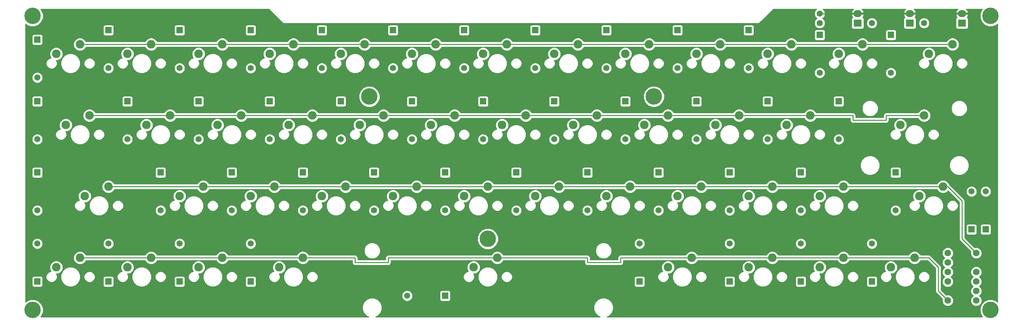
<source format=gtl>
G04 #@! TF.FileFunction,Copper,L1,Top,Signal*
%FSLAX46Y46*%
G04 Gerber Fmt 4.6, Leading zero omitted, Abs format (unit mm)*
G04 Created by KiCad (PCBNEW 4.0.4-stable) date Thursday, 22 September 2016 'PMt' 04:24:34 PM*
%MOMM*%
%LPD*%
G01*
G04 APERTURE LIST*
%ADD10C,0.100000*%
%ADD11C,1.651000*%
%ADD12R,1.651000X1.651000*%
%ADD13O,2.159000X1.905000*%
%ADD14R,2.159000X1.905000*%
%ADD15C,2.286000*%
%ADD16C,1.778000*%
%ADD17C,4.400000*%
%ADD18C,0.250000*%
%ADD19C,0.254000*%
G04 APERTURE END LIST*
D10*
D11*
X20320000Y-92710000D03*
D12*
X20320000Y-82550000D03*
D11*
X20320000Y-109220000D03*
D12*
X20320000Y-99060000D03*
D11*
X20320000Y-128270000D03*
D12*
X20320000Y-118110000D03*
D11*
X20320000Y-137160000D03*
D12*
X20320000Y-147320000D03*
D11*
X39370000Y-90170000D03*
D12*
X39370000Y-80010000D03*
D11*
X44450000Y-109220000D03*
D12*
X44450000Y-99060000D03*
D11*
X53340000Y-128270000D03*
D12*
X53340000Y-118110000D03*
D11*
X39370000Y-137160000D03*
D12*
X39370000Y-147320000D03*
D11*
X58420000Y-90170000D03*
D12*
X58420000Y-80010000D03*
D11*
X63500000Y-109220000D03*
D12*
X63500000Y-99060000D03*
D11*
X72390000Y-128270000D03*
D12*
X72390000Y-118110000D03*
D11*
X58420000Y-137160000D03*
D12*
X58420000Y-147320000D03*
D11*
X77470000Y-90170000D03*
D12*
X77470000Y-80010000D03*
D11*
X82550000Y-109220000D03*
D12*
X82550000Y-99060000D03*
D11*
X91440000Y-128270000D03*
D12*
X91440000Y-118110000D03*
D11*
X77470000Y-137160000D03*
D12*
X77470000Y-147320000D03*
D11*
X96520000Y-90170000D03*
D12*
X96520000Y-80010000D03*
D11*
X101600000Y-109220000D03*
D12*
X101600000Y-99060000D03*
D11*
X110490000Y-128270000D03*
D12*
X110490000Y-118110000D03*
D11*
X115570000Y-90170000D03*
D12*
X115570000Y-80010000D03*
D11*
X120650000Y-109220000D03*
D12*
X120650000Y-99060000D03*
D11*
X129540000Y-128270000D03*
D12*
X129540000Y-118110000D03*
D11*
X119380000Y-151130000D03*
D12*
X129540000Y-151130000D03*
D11*
X134620000Y-90170000D03*
D12*
X134620000Y-80010000D03*
D11*
X139700000Y-109220000D03*
D12*
X139700000Y-99060000D03*
D11*
X148590000Y-128270000D03*
D12*
X148590000Y-118110000D03*
D11*
X153670000Y-90170000D03*
D12*
X153670000Y-80010000D03*
D11*
X158750000Y-109220000D03*
D12*
X158750000Y-99060000D03*
D11*
X167640000Y-128270000D03*
D12*
X167640000Y-118110000D03*
D11*
X172720000Y-90170000D03*
D12*
X172720000Y-80010000D03*
D11*
X177800000Y-109220000D03*
D12*
X177800000Y-99060000D03*
D11*
X186690000Y-128270000D03*
D12*
X186690000Y-118110000D03*
D11*
X181610000Y-137160000D03*
D12*
X181610000Y-147320000D03*
D11*
X191770000Y-90170000D03*
D12*
X191770000Y-80010000D03*
D11*
X196850000Y-109220000D03*
D12*
X196850000Y-99060000D03*
D11*
X205740000Y-128270000D03*
D12*
X205740000Y-118110000D03*
D11*
X205740000Y-137160000D03*
D12*
X205740000Y-147320000D03*
D11*
X210820000Y-90170000D03*
D12*
X210820000Y-80010000D03*
D11*
X215900000Y-109220000D03*
D12*
X215900000Y-99060000D03*
D11*
X224790000Y-128270000D03*
D12*
X224790000Y-118110000D03*
D11*
X224790000Y-137160000D03*
D12*
X224790000Y-147320000D03*
D11*
X229870000Y-91440000D03*
D12*
X229870000Y-81280000D03*
D11*
X234950000Y-109220000D03*
D12*
X234950000Y-99060000D03*
D11*
X250190000Y-128270000D03*
D12*
X250190000Y-118110000D03*
D11*
X243840000Y-137160000D03*
D12*
X243840000Y-147320000D03*
D11*
X248920000Y-91440000D03*
D12*
X248920000Y-81280000D03*
D11*
X274320000Y-123190000D03*
D12*
X274320000Y-133350000D03*
D11*
X270510000Y-123190000D03*
D12*
X270510000Y-133350000D03*
D13*
X240030000Y-75565000D03*
D14*
X240030000Y-78105000D03*
D13*
X254000000Y-75565000D03*
D14*
X254000000Y-78105000D03*
D13*
X267970000Y-75565000D03*
D14*
X267970000Y-78105000D03*
D11*
X229870000Y-78105000D03*
X240030000Y-78105000D03*
X243840000Y-78105000D03*
X254000000Y-78105000D03*
X257810000Y-78105000D03*
X267970000Y-78105000D03*
D15*
X31750000Y-83820000D03*
X25400000Y-86360000D03*
X50800000Y-83820000D03*
X44450000Y-86360000D03*
X69850000Y-83820000D03*
X63500000Y-86360000D03*
X88900000Y-83820000D03*
X82550000Y-86360000D03*
X107950000Y-83820000D03*
X101600000Y-86360000D03*
X127000000Y-83820000D03*
X120650000Y-86360000D03*
X146050000Y-83820000D03*
X139700000Y-86360000D03*
X165100000Y-83820000D03*
X158750000Y-86360000D03*
X184150000Y-83820000D03*
X177800000Y-86360000D03*
X203200000Y-83820000D03*
X196850000Y-86360000D03*
X222250000Y-83820000D03*
X215900000Y-86360000D03*
X241300000Y-83820000D03*
X234950000Y-86360000D03*
X265430000Y-83820000D03*
X259080000Y-86360000D03*
X34290000Y-102870000D03*
X27940000Y-105410000D03*
X55880000Y-102870000D03*
X49530000Y-105410000D03*
X74930000Y-102870000D03*
X68580000Y-105410000D03*
X93980000Y-102870000D03*
X87630000Y-105410000D03*
X113030000Y-102870000D03*
X106680000Y-105410000D03*
X132080000Y-102870000D03*
X125730000Y-105410000D03*
X151130000Y-102870000D03*
X144780000Y-105410000D03*
X170180000Y-102870000D03*
X163830000Y-105410000D03*
X189230000Y-102870000D03*
X182880000Y-105410000D03*
X208280000Y-102870000D03*
X201930000Y-105410000D03*
X227330000Y-102870000D03*
X220980000Y-105410000D03*
X257810000Y-102870000D03*
X251460000Y-105410000D03*
X39370000Y-121920000D03*
X33020000Y-124460000D03*
X64770000Y-121920000D03*
X58420000Y-124460000D03*
X83820000Y-121920000D03*
X77470000Y-124460000D03*
X102870000Y-121920000D03*
X96520000Y-124460000D03*
X121920000Y-121920000D03*
X115570000Y-124460000D03*
X140970000Y-121920000D03*
X134620000Y-124460000D03*
X160020000Y-121920000D03*
X153670000Y-124460000D03*
X179070000Y-121920000D03*
X172720000Y-124460000D03*
X198120000Y-121920000D03*
X191770000Y-124460000D03*
X217170000Y-121920000D03*
X210820000Y-124460000D03*
X236220000Y-121920000D03*
X229870000Y-124460000D03*
X262890000Y-121920000D03*
X256540000Y-124460000D03*
D16*
X271780000Y-139700000D03*
X271780000Y-144780000D03*
X264160000Y-144780000D03*
X264160000Y-142240000D03*
X264160000Y-139700000D03*
D15*
X31750000Y-140970000D03*
X25400000Y-143510000D03*
X50800000Y-140970000D03*
X44450000Y-143510000D03*
X69850000Y-140970000D03*
X63500000Y-143510000D03*
X91440000Y-140970000D03*
X85090000Y-143510000D03*
X143510000Y-140970000D03*
X137160000Y-143510000D03*
X195580000Y-140970000D03*
X189230000Y-143510000D03*
X217170000Y-140970000D03*
X210820000Y-143510000D03*
X236220000Y-140970000D03*
X229870000Y-143510000D03*
X255270000Y-140970000D03*
X248920000Y-143510000D03*
D16*
X264160000Y-152400000D03*
X264160000Y-147320000D03*
X271780000Y-147320000D03*
X271780000Y-149860000D03*
X271780000Y-152400000D03*
D11*
X229870000Y-75565000D03*
D17*
X19050000Y-76200000D03*
X19050000Y-154940000D03*
X275590000Y-154940000D03*
X109220000Y-97790000D03*
X140970000Y-135890000D03*
X275590000Y-76200000D03*
X185420000Y-97790000D03*
D18*
X240030000Y-75565000D02*
X229870000Y-75565000D01*
X267970000Y-75565000D02*
X254000000Y-75565000D01*
X254000000Y-75565000D02*
X240030000Y-75565000D01*
X31750000Y-83820000D02*
X50800000Y-83820000D01*
X50800000Y-83820000D02*
X69850000Y-83820000D01*
X69850000Y-83820000D02*
X88900000Y-83820000D01*
X88900000Y-83820000D02*
X107950000Y-83820000D01*
X107950000Y-83820000D02*
X127000000Y-83820000D01*
X127000000Y-83820000D02*
X146050000Y-83820000D01*
X146050000Y-83820000D02*
X165100000Y-83820000D01*
X165100000Y-83820000D02*
X184150000Y-83820000D01*
X184150000Y-83820000D02*
X203200000Y-83820000D01*
X203200000Y-83820000D02*
X222250000Y-83820000D01*
X222250000Y-83820000D02*
X241300000Y-83820000D01*
X241300000Y-83820000D02*
X265430000Y-83820000D01*
X257810000Y-102870000D02*
X247650000Y-102870000D01*
X238760000Y-102870000D02*
X227330000Y-102870000D01*
X238760000Y-104140000D02*
X238760000Y-102870000D01*
X247650000Y-104140000D02*
X238760000Y-104140000D01*
X247650000Y-102870000D02*
X247650000Y-104140000D01*
X34290000Y-102870000D02*
X55880000Y-102870000D01*
X55880000Y-102870000D02*
X74930000Y-102870000D01*
X74930000Y-102870000D02*
X93980000Y-102870000D01*
X93980000Y-102870000D02*
X113030000Y-102870000D01*
X113030000Y-102870000D02*
X132080000Y-102870000D01*
X132080000Y-102870000D02*
X151130000Y-102870000D01*
X151130000Y-102870000D02*
X170180000Y-102870000D01*
X170180000Y-102870000D02*
X189230000Y-102870000D01*
X189230000Y-102870000D02*
X208280000Y-102870000D01*
X208280000Y-102870000D02*
X227330000Y-102870000D01*
X271780000Y-139700000D02*
X267970000Y-135890000D01*
X264160000Y-121920000D02*
X262890000Y-121920000D01*
X267970000Y-125730000D02*
X264160000Y-121920000D01*
X267970000Y-135890000D02*
X267970000Y-125730000D01*
X262890000Y-121920000D02*
X236220000Y-121920000D01*
X236220000Y-121920000D02*
X217170000Y-121920000D01*
X217170000Y-121920000D02*
X198120000Y-121920000D01*
X198120000Y-121920000D02*
X179070000Y-121920000D01*
X179070000Y-121920000D02*
X160020000Y-121920000D01*
X160020000Y-121920000D02*
X140970000Y-121920000D01*
X140970000Y-121920000D02*
X121920000Y-121920000D01*
X121920000Y-121920000D02*
X102870000Y-121920000D01*
X102870000Y-121920000D02*
X83820000Y-121920000D01*
X83820000Y-121920000D02*
X64770000Y-121920000D01*
X64770000Y-121920000D02*
X39370000Y-121920000D01*
X264160000Y-152400000D02*
X261620000Y-149860000D01*
X259080000Y-140970000D02*
X255270000Y-140970000D01*
X261620000Y-143510000D02*
X259080000Y-140970000D01*
X261620000Y-149860000D02*
X261620000Y-143510000D01*
X195580000Y-140970000D02*
X176530000Y-140970000D01*
X167640000Y-140970000D02*
X143510000Y-140970000D01*
X167640000Y-142240000D02*
X167640000Y-140970000D01*
X176530000Y-142240000D02*
X167640000Y-142240000D01*
X176530000Y-140970000D02*
X176530000Y-142240000D01*
X143510000Y-140970000D02*
X114300000Y-140970000D01*
X105410000Y-140970000D02*
X91440000Y-140970000D01*
X105410000Y-142240000D02*
X105410000Y-140970000D01*
X114300000Y-142240000D02*
X105410000Y-142240000D01*
X114300000Y-140970000D02*
X114300000Y-142240000D01*
X31750000Y-140970000D02*
X50800000Y-140970000D01*
X50800000Y-140970000D02*
X69850000Y-140970000D01*
X69850000Y-140970000D02*
X91440000Y-140970000D01*
X195580000Y-140970000D02*
X217170000Y-140970000D01*
X217170000Y-140970000D02*
X236220000Y-140970000D01*
X236220000Y-140970000D02*
X255270000Y-140970000D01*
D19*
G36*
X85857954Y-77972046D02*
X86088295Y-78125954D01*
X86360000Y-78180000D01*
X213360000Y-78180000D01*
X213631705Y-78125954D01*
X213862046Y-77972046D01*
X217464092Y-74370000D01*
X228999823Y-74370000D01*
X228632570Y-74736613D01*
X228409754Y-75273214D01*
X228409247Y-75854237D01*
X228631126Y-76391226D01*
X229041613Y-76802430D01*
X229119579Y-76834804D01*
X229043774Y-76866126D01*
X228632570Y-77276613D01*
X228409754Y-77813214D01*
X228409247Y-78394237D01*
X228631126Y-78931226D01*
X229041613Y-79342430D01*
X229578214Y-79565246D01*
X230159237Y-79565753D01*
X230696226Y-79343874D01*
X231107430Y-78933387D01*
X231330246Y-78396786D01*
X231330753Y-77815763D01*
X231108874Y-77278774D01*
X230982821Y-77152500D01*
X238303060Y-77152500D01*
X238303060Y-79057500D01*
X238347338Y-79292817D01*
X238486410Y-79508941D01*
X238698610Y-79653931D01*
X238950500Y-79704940D01*
X241109500Y-79704940D01*
X241344817Y-79660662D01*
X241560941Y-79521590D01*
X241705931Y-79309390D01*
X241756940Y-79057500D01*
X241756940Y-78394237D01*
X242379247Y-78394237D01*
X242601126Y-78931226D01*
X243011613Y-79342430D01*
X243548214Y-79565246D01*
X244129237Y-79565753D01*
X244666226Y-79343874D01*
X245077430Y-78933387D01*
X245300246Y-78396786D01*
X245300753Y-77815763D01*
X245078874Y-77278774D01*
X244952821Y-77152500D01*
X252273060Y-77152500D01*
X252273060Y-79057500D01*
X252317338Y-79292817D01*
X252456410Y-79508941D01*
X252668610Y-79653931D01*
X252920500Y-79704940D01*
X255079500Y-79704940D01*
X255314817Y-79660662D01*
X255530941Y-79521590D01*
X255675931Y-79309390D01*
X255726940Y-79057500D01*
X255726940Y-78394237D01*
X256349247Y-78394237D01*
X256571126Y-78931226D01*
X256981613Y-79342430D01*
X257518214Y-79565246D01*
X258099237Y-79565753D01*
X258636226Y-79343874D01*
X259047430Y-78933387D01*
X259270246Y-78396786D01*
X259270753Y-77815763D01*
X259048874Y-77278774D01*
X258922821Y-77152500D01*
X266243060Y-77152500D01*
X266243060Y-79057500D01*
X266287338Y-79292817D01*
X266426410Y-79508941D01*
X266638610Y-79653931D01*
X266890500Y-79704940D01*
X269049500Y-79704940D01*
X269284817Y-79660662D01*
X269500941Y-79521590D01*
X269645931Y-79309390D01*
X269696940Y-79057500D01*
X269696940Y-77152500D01*
X269652662Y-76917183D01*
X269513590Y-76701059D01*
X269311294Y-76562836D01*
X269381315Y-76498109D01*
X269640063Y-75937980D01*
X269520094Y-75692000D01*
X268097000Y-75692000D01*
X268097000Y-75712000D01*
X267843000Y-75712000D01*
X267843000Y-75692000D01*
X266419906Y-75692000D01*
X266299937Y-75937980D01*
X266558685Y-76498109D01*
X266630964Y-76564923D01*
X266439059Y-76688410D01*
X266294069Y-76900610D01*
X266243060Y-77152500D01*
X258922821Y-77152500D01*
X258638387Y-76867570D01*
X258101786Y-76644754D01*
X257520763Y-76644247D01*
X256983774Y-76866126D01*
X256572570Y-77276613D01*
X256349754Y-77813214D01*
X256349247Y-78394237D01*
X255726940Y-78394237D01*
X255726940Y-77152500D01*
X255682662Y-76917183D01*
X255543590Y-76701059D01*
X255341294Y-76562836D01*
X255411315Y-76498109D01*
X255670063Y-75937980D01*
X255550094Y-75692000D01*
X254127000Y-75692000D01*
X254127000Y-75712000D01*
X253873000Y-75712000D01*
X253873000Y-75692000D01*
X252449906Y-75692000D01*
X252329937Y-75937980D01*
X252588685Y-76498109D01*
X252660964Y-76564923D01*
X252469059Y-76688410D01*
X252324069Y-76900610D01*
X252273060Y-77152500D01*
X244952821Y-77152500D01*
X244668387Y-76867570D01*
X244131786Y-76644754D01*
X243550763Y-76644247D01*
X243013774Y-76866126D01*
X242602570Y-77276613D01*
X242379754Y-77813214D01*
X242379247Y-78394237D01*
X241756940Y-78394237D01*
X241756940Y-77152500D01*
X241712662Y-76917183D01*
X241573590Y-76701059D01*
X241371294Y-76562836D01*
X241441315Y-76498109D01*
X241700063Y-75937980D01*
X241580094Y-75692000D01*
X240157000Y-75692000D01*
X240157000Y-75712000D01*
X239903000Y-75712000D01*
X239903000Y-75692000D01*
X238479906Y-75692000D01*
X238359937Y-75937980D01*
X238618685Y-76498109D01*
X238690964Y-76564923D01*
X238499059Y-76688410D01*
X238354069Y-76900610D01*
X238303060Y-77152500D01*
X230982821Y-77152500D01*
X230698387Y-76867570D01*
X230620421Y-76835196D01*
X230696226Y-76803874D01*
X231107430Y-76393387D01*
X231330246Y-75856786D01*
X231330753Y-75275763D01*
X231108874Y-74738774D01*
X230740743Y-74370000D01*
X238901997Y-74370000D01*
X238618685Y-74631891D01*
X238359937Y-75192020D01*
X238479906Y-75438000D01*
X239903000Y-75438000D01*
X239903000Y-75418000D01*
X240157000Y-75418000D01*
X240157000Y-75438000D01*
X241580094Y-75438000D01*
X241700063Y-75192020D01*
X241441315Y-74631891D01*
X241158003Y-74370000D01*
X252871997Y-74370000D01*
X252588685Y-74631891D01*
X252329937Y-75192020D01*
X252449906Y-75438000D01*
X253873000Y-75438000D01*
X253873000Y-75418000D01*
X254127000Y-75418000D01*
X254127000Y-75438000D01*
X255550094Y-75438000D01*
X255670063Y-75192020D01*
X255411315Y-74631891D01*
X255128003Y-74370000D01*
X266841997Y-74370000D01*
X266558685Y-74631891D01*
X266299937Y-75192020D01*
X266419906Y-75438000D01*
X267843000Y-75438000D01*
X267843000Y-75418000D01*
X268097000Y-75418000D01*
X268097000Y-75438000D01*
X269520094Y-75438000D01*
X269640063Y-75192020D01*
X269381315Y-74631891D01*
X269098003Y-74370000D01*
X273410398Y-74370000D01*
X273188005Y-74592005D01*
X272755493Y-75633610D01*
X272754509Y-76761442D01*
X273185202Y-77803801D01*
X273982005Y-78601995D01*
X275023610Y-79034507D01*
X276151442Y-79035491D01*
X277193801Y-78604798D01*
X277420000Y-78378993D01*
X277420000Y-152760398D01*
X277197995Y-152538005D01*
X276156390Y-152105493D01*
X275028558Y-152104509D01*
X273986199Y-152535202D01*
X273188005Y-153332005D01*
X272755493Y-154373610D01*
X272754509Y-155501442D01*
X273185202Y-156543801D01*
X273411007Y-156770000D01*
X172876396Y-156770000D01*
X173445207Y-156534972D01*
X174185373Y-155796096D01*
X174586442Y-154830215D01*
X174587355Y-153784374D01*
X174187972Y-152817793D01*
X173449096Y-152077627D01*
X172483215Y-151676558D01*
X171437374Y-151675645D01*
X170470793Y-152075028D01*
X169730627Y-152813904D01*
X169329558Y-153779785D01*
X169328645Y-154825626D01*
X169728028Y-155792207D01*
X170466904Y-156532373D01*
X171039173Y-156770000D01*
X110900396Y-156770000D01*
X111469207Y-156534972D01*
X112209373Y-155796096D01*
X112610442Y-154830215D01*
X112611355Y-153784374D01*
X112211972Y-152817793D01*
X111473096Y-152077627D01*
X110507215Y-151676558D01*
X109461374Y-151675645D01*
X108494793Y-152075028D01*
X107754627Y-152813904D01*
X107353558Y-153779785D01*
X107352645Y-154825626D01*
X107752028Y-155792207D01*
X108490904Y-156532373D01*
X109063173Y-156770000D01*
X21229602Y-156770000D01*
X21451995Y-156547995D01*
X21884507Y-155506390D01*
X21885491Y-154378558D01*
X21454798Y-153336199D01*
X20657995Y-152538005D01*
X19616390Y-152105493D01*
X18488558Y-152104509D01*
X17446199Y-152535202D01*
X17220000Y-152761007D01*
X17220000Y-151419237D01*
X117919247Y-151419237D01*
X118141126Y-151956226D01*
X118551613Y-152367430D01*
X119088214Y-152590246D01*
X119669237Y-152590753D01*
X120206226Y-152368874D01*
X120617430Y-151958387D01*
X120840246Y-151421786D01*
X120840753Y-150840763D01*
X120619174Y-150304500D01*
X128067060Y-150304500D01*
X128067060Y-151955500D01*
X128111338Y-152190817D01*
X128250410Y-152406941D01*
X128462610Y-152551931D01*
X128714500Y-152602940D01*
X130365500Y-152602940D01*
X130600817Y-152558662D01*
X130816941Y-152419590D01*
X130961931Y-152207390D01*
X131012940Y-151955500D01*
X131012940Y-150304500D01*
X130968662Y-150069183D01*
X130829590Y-149853059D01*
X130617390Y-149708069D01*
X130365500Y-149657060D01*
X128714500Y-149657060D01*
X128479183Y-149701338D01*
X128263059Y-149840410D01*
X128118069Y-150052610D01*
X128067060Y-150304500D01*
X120619174Y-150304500D01*
X120618874Y-150303774D01*
X120208387Y-149892570D01*
X119671786Y-149669754D01*
X119090763Y-149669247D01*
X118553774Y-149891126D01*
X118142570Y-150301613D01*
X117919754Y-150838214D01*
X117919247Y-151419237D01*
X17220000Y-151419237D01*
X17220000Y-146494500D01*
X18847060Y-146494500D01*
X18847060Y-148145500D01*
X18891338Y-148380817D01*
X19030410Y-148596941D01*
X19242610Y-148741931D01*
X19494500Y-148792940D01*
X21145500Y-148792940D01*
X21380817Y-148748662D01*
X21596941Y-148609590D01*
X21741931Y-148397390D01*
X21792940Y-148145500D01*
X21792940Y-146494500D01*
X21764672Y-146344267D01*
X22643842Y-146344267D01*
X22869580Y-146890595D01*
X23287206Y-147308951D01*
X23833139Y-147535642D01*
X24424267Y-147536158D01*
X24970595Y-147310420D01*
X25388951Y-146892794D01*
X25522726Y-146570626D01*
X26580645Y-146570626D01*
X26980028Y-147537207D01*
X27718904Y-148277373D01*
X28684785Y-148678442D01*
X29730626Y-148679355D01*
X30697207Y-148279972D01*
X31437373Y-147541096D01*
X31838442Y-146575215D01*
X31838643Y-146344267D01*
X32803842Y-146344267D01*
X33029580Y-146890595D01*
X33447206Y-147308951D01*
X33993139Y-147535642D01*
X34584267Y-147536158D01*
X35130595Y-147310420D01*
X35548951Y-146892794D01*
X35714336Y-146494500D01*
X37897060Y-146494500D01*
X37897060Y-148145500D01*
X37941338Y-148380817D01*
X38080410Y-148596941D01*
X38292610Y-148741931D01*
X38544500Y-148792940D01*
X40195500Y-148792940D01*
X40430817Y-148748662D01*
X40646941Y-148609590D01*
X40791931Y-148397390D01*
X40842940Y-148145500D01*
X40842940Y-146494500D01*
X40814672Y-146344267D01*
X41693842Y-146344267D01*
X41919580Y-146890595D01*
X42337206Y-147308951D01*
X42883139Y-147535642D01*
X43474267Y-147536158D01*
X44020595Y-147310420D01*
X44438951Y-146892794D01*
X44572726Y-146570626D01*
X45630645Y-146570626D01*
X46030028Y-147537207D01*
X46768904Y-148277373D01*
X47734785Y-148678442D01*
X48780626Y-148679355D01*
X49747207Y-148279972D01*
X50487373Y-147541096D01*
X50888442Y-146575215D01*
X50888643Y-146344267D01*
X51853842Y-146344267D01*
X52079580Y-146890595D01*
X52497206Y-147308951D01*
X53043139Y-147535642D01*
X53634267Y-147536158D01*
X54180595Y-147310420D01*
X54598951Y-146892794D01*
X54764336Y-146494500D01*
X56947060Y-146494500D01*
X56947060Y-148145500D01*
X56991338Y-148380817D01*
X57130410Y-148596941D01*
X57342610Y-148741931D01*
X57594500Y-148792940D01*
X59245500Y-148792940D01*
X59480817Y-148748662D01*
X59696941Y-148609590D01*
X59841931Y-148397390D01*
X59892940Y-148145500D01*
X59892940Y-146494500D01*
X59864672Y-146344267D01*
X60743842Y-146344267D01*
X60969580Y-146890595D01*
X61387206Y-147308951D01*
X61933139Y-147535642D01*
X62524267Y-147536158D01*
X63070595Y-147310420D01*
X63488951Y-146892794D01*
X63622726Y-146570626D01*
X64680645Y-146570626D01*
X65080028Y-147537207D01*
X65818904Y-148277373D01*
X66784785Y-148678442D01*
X67830626Y-148679355D01*
X68797207Y-148279972D01*
X69537373Y-147541096D01*
X69938442Y-146575215D01*
X69938643Y-146344267D01*
X70903842Y-146344267D01*
X71129580Y-146890595D01*
X71547206Y-147308951D01*
X72093139Y-147535642D01*
X72684267Y-147536158D01*
X73230595Y-147310420D01*
X73648951Y-146892794D01*
X73814336Y-146494500D01*
X75997060Y-146494500D01*
X75997060Y-148145500D01*
X76041338Y-148380817D01*
X76180410Y-148596941D01*
X76392610Y-148741931D01*
X76644500Y-148792940D01*
X78295500Y-148792940D01*
X78530817Y-148748662D01*
X78746941Y-148609590D01*
X78891931Y-148397390D01*
X78942940Y-148145500D01*
X78942940Y-146494500D01*
X78914672Y-146344267D01*
X82333842Y-146344267D01*
X82559580Y-146890595D01*
X82977206Y-147308951D01*
X83523139Y-147535642D01*
X84114267Y-147536158D01*
X84660595Y-147310420D01*
X85078951Y-146892794D01*
X85212726Y-146570626D01*
X86270645Y-146570626D01*
X86670028Y-147537207D01*
X87408904Y-148277373D01*
X88374785Y-148678442D01*
X89420626Y-148679355D01*
X90387207Y-148279972D01*
X91127373Y-147541096D01*
X91528442Y-146575215D01*
X91528643Y-146344267D01*
X92493842Y-146344267D01*
X92719580Y-146890595D01*
X93137206Y-147308951D01*
X93683139Y-147535642D01*
X94274267Y-147536158D01*
X94820595Y-147310420D01*
X95238951Y-146892794D01*
X95465642Y-146346861D01*
X95465644Y-146344267D01*
X134403842Y-146344267D01*
X134629580Y-146890595D01*
X135047206Y-147308951D01*
X135593139Y-147535642D01*
X136184267Y-147536158D01*
X136730595Y-147310420D01*
X137148951Y-146892794D01*
X137282726Y-146570626D01*
X138340645Y-146570626D01*
X138740028Y-147537207D01*
X139478904Y-148277373D01*
X140444785Y-148678442D01*
X141490626Y-148679355D01*
X142457207Y-148279972D01*
X143197373Y-147541096D01*
X143598442Y-146575215D01*
X143598643Y-146344267D01*
X144563842Y-146344267D01*
X144789580Y-146890595D01*
X145207206Y-147308951D01*
X145753139Y-147535642D01*
X146344267Y-147536158D01*
X146890595Y-147310420D01*
X147308951Y-146892794D01*
X147474336Y-146494500D01*
X180137060Y-146494500D01*
X180137060Y-148145500D01*
X180181338Y-148380817D01*
X180320410Y-148596941D01*
X180532610Y-148741931D01*
X180784500Y-148792940D01*
X182435500Y-148792940D01*
X182670817Y-148748662D01*
X182886941Y-148609590D01*
X183031931Y-148397390D01*
X183082940Y-148145500D01*
X183082940Y-146494500D01*
X183054672Y-146344267D01*
X186473842Y-146344267D01*
X186699580Y-146890595D01*
X187117206Y-147308951D01*
X187663139Y-147535642D01*
X188254267Y-147536158D01*
X188800595Y-147310420D01*
X189218951Y-146892794D01*
X189352726Y-146570626D01*
X190410645Y-146570626D01*
X190810028Y-147537207D01*
X191548904Y-148277373D01*
X192514785Y-148678442D01*
X193560626Y-148679355D01*
X194527207Y-148279972D01*
X195267373Y-147541096D01*
X195668442Y-146575215D01*
X195668643Y-146344267D01*
X196633842Y-146344267D01*
X196859580Y-146890595D01*
X197277206Y-147308951D01*
X197823139Y-147535642D01*
X198414267Y-147536158D01*
X198960595Y-147310420D01*
X199378951Y-146892794D01*
X199544336Y-146494500D01*
X204267060Y-146494500D01*
X204267060Y-148145500D01*
X204311338Y-148380817D01*
X204450410Y-148596941D01*
X204662610Y-148741931D01*
X204914500Y-148792940D01*
X206565500Y-148792940D01*
X206800817Y-148748662D01*
X207016941Y-148609590D01*
X207161931Y-148397390D01*
X207212940Y-148145500D01*
X207212940Y-146494500D01*
X207184672Y-146344267D01*
X208063842Y-146344267D01*
X208289580Y-146890595D01*
X208707206Y-147308951D01*
X209253139Y-147535642D01*
X209844267Y-147536158D01*
X210390595Y-147310420D01*
X210808951Y-146892794D01*
X210942726Y-146570626D01*
X212000645Y-146570626D01*
X212400028Y-147537207D01*
X213138904Y-148277373D01*
X214104785Y-148678442D01*
X215150626Y-148679355D01*
X216117207Y-148279972D01*
X216857373Y-147541096D01*
X217258442Y-146575215D01*
X217258643Y-146344267D01*
X218223842Y-146344267D01*
X218449580Y-146890595D01*
X218867206Y-147308951D01*
X219413139Y-147535642D01*
X220004267Y-147536158D01*
X220550595Y-147310420D01*
X220968951Y-146892794D01*
X221134336Y-146494500D01*
X223317060Y-146494500D01*
X223317060Y-148145500D01*
X223361338Y-148380817D01*
X223500410Y-148596941D01*
X223712610Y-148741931D01*
X223964500Y-148792940D01*
X225615500Y-148792940D01*
X225850817Y-148748662D01*
X226066941Y-148609590D01*
X226211931Y-148397390D01*
X226262940Y-148145500D01*
X226262940Y-146494500D01*
X226234672Y-146344267D01*
X227113842Y-146344267D01*
X227339580Y-146890595D01*
X227757206Y-147308951D01*
X228303139Y-147535642D01*
X228894267Y-147536158D01*
X229440595Y-147310420D01*
X229858951Y-146892794D01*
X229992726Y-146570626D01*
X231050645Y-146570626D01*
X231450028Y-147537207D01*
X232188904Y-148277373D01*
X233154785Y-148678442D01*
X234200626Y-148679355D01*
X235167207Y-148279972D01*
X235907373Y-147541096D01*
X236308442Y-146575215D01*
X236308643Y-146344267D01*
X237273842Y-146344267D01*
X237499580Y-146890595D01*
X237917206Y-147308951D01*
X238463139Y-147535642D01*
X239054267Y-147536158D01*
X239600595Y-147310420D01*
X240018951Y-146892794D01*
X240184336Y-146494500D01*
X242367060Y-146494500D01*
X242367060Y-148145500D01*
X242411338Y-148380817D01*
X242550410Y-148596941D01*
X242762610Y-148741931D01*
X243014500Y-148792940D01*
X244665500Y-148792940D01*
X244900817Y-148748662D01*
X245116941Y-148609590D01*
X245261931Y-148397390D01*
X245312940Y-148145500D01*
X245312940Y-146494500D01*
X245284672Y-146344267D01*
X246163842Y-146344267D01*
X246389580Y-146890595D01*
X246807206Y-147308951D01*
X247353139Y-147535642D01*
X247944267Y-147536158D01*
X248490595Y-147310420D01*
X248908951Y-146892794D01*
X249042726Y-146570626D01*
X250100645Y-146570626D01*
X250500028Y-147537207D01*
X251238904Y-148277373D01*
X252204785Y-148678442D01*
X253250626Y-148679355D01*
X254217207Y-148279972D01*
X254957373Y-147541096D01*
X255358442Y-146575215D01*
X255358643Y-146344267D01*
X256323842Y-146344267D01*
X256549580Y-146890595D01*
X256967206Y-147308951D01*
X257513139Y-147535642D01*
X258104267Y-147536158D01*
X258650595Y-147310420D01*
X259068951Y-146892794D01*
X259295642Y-146346861D01*
X259296158Y-145755733D01*
X259070420Y-145209405D01*
X258652794Y-144791049D01*
X258106861Y-144564358D01*
X257515733Y-144563842D01*
X256969405Y-144789580D01*
X256551049Y-145207206D01*
X256324358Y-145753139D01*
X256323842Y-146344267D01*
X255358643Y-146344267D01*
X255359355Y-145529374D01*
X254959972Y-144562793D01*
X254221096Y-143822627D01*
X253255215Y-143421558D01*
X252209374Y-143420645D01*
X251242793Y-143820028D01*
X250502627Y-144558904D01*
X250101558Y-145524785D01*
X250100645Y-146570626D01*
X249042726Y-146570626D01*
X249135642Y-146346861D01*
X249136158Y-145755733D01*
X248942903Y-145288021D01*
X249272114Y-145288308D01*
X249925840Y-145018194D01*
X250426436Y-144518471D01*
X250697691Y-143865218D01*
X250698308Y-143157886D01*
X250428194Y-142504160D01*
X249928471Y-142003564D01*
X249275218Y-141732309D01*
X248567886Y-141731692D01*
X247914160Y-142001806D01*
X247413564Y-142501529D01*
X247142309Y-143154782D01*
X247141692Y-143862114D01*
X247411806Y-144515840D01*
X247459815Y-144563933D01*
X247355733Y-144563842D01*
X246809405Y-144789580D01*
X246391049Y-145207206D01*
X246164358Y-145753139D01*
X246163842Y-146344267D01*
X245284672Y-146344267D01*
X245268662Y-146259183D01*
X245129590Y-146043059D01*
X244917390Y-145898069D01*
X244665500Y-145847060D01*
X243014500Y-145847060D01*
X242779183Y-145891338D01*
X242563059Y-146030410D01*
X242418069Y-146242610D01*
X242367060Y-146494500D01*
X240184336Y-146494500D01*
X240245642Y-146346861D01*
X240246158Y-145755733D01*
X240020420Y-145209405D01*
X239602794Y-144791049D01*
X239056861Y-144564358D01*
X238465733Y-144563842D01*
X237919405Y-144789580D01*
X237501049Y-145207206D01*
X237274358Y-145753139D01*
X237273842Y-146344267D01*
X236308643Y-146344267D01*
X236309355Y-145529374D01*
X235909972Y-144562793D01*
X235171096Y-143822627D01*
X234205215Y-143421558D01*
X233159374Y-143420645D01*
X232192793Y-143820028D01*
X231452627Y-144558904D01*
X231051558Y-145524785D01*
X231050645Y-146570626D01*
X229992726Y-146570626D01*
X230085642Y-146346861D01*
X230086158Y-145755733D01*
X229892903Y-145288021D01*
X230222114Y-145288308D01*
X230875840Y-145018194D01*
X231376436Y-144518471D01*
X231647691Y-143865218D01*
X231648308Y-143157886D01*
X231378194Y-142504160D01*
X230878471Y-142003564D01*
X230225218Y-141732309D01*
X229517886Y-141731692D01*
X228864160Y-142001806D01*
X228363564Y-142501529D01*
X228092309Y-143154782D01*
X228091692Y-143862114D01*
X228361806Y-144515840D01*
X228409815Y-144563933D01*
X228305733Y-144563842D01*
X227759405Y-144789580D01*
X227341049Y-145207206D01*
X227114358Y-145753139D01*
X227113842Y-146344267D01*
X226234672Y-146344267D01*
X226218662Y-146259183D01*
X226079590Y-146043059D01*
X225867390Y-145898069D01*
X225615500Y-145847060D01*
X223964500Y-145847060D01*
X223729183Y-145891338D01*
X223513059Y-146030410D01*
X223368069Y-146242610D01*
X223317060Y-146494500D01*
X221134336Y-146494500D01*
X221195642Y-146346861D01*
X221196158Y-145755733D01*
X220970420Y-145209405D01*
X220552794Y-144791049D01*
X220006861Y-144564358D01*
X219415733Y-144563842D01*
X218869405Y-144789580D01*
X218451049Y-145207206D01*
X218224358Y-145753139D01*
X218223842Y-146344267D01*
X217258643Y-146344267D01*
X217259355Y-145529374D01*
X216859972Y-144562793D01*
X216121096Y-143822627D01*
X215155215Y-143421558D01*
X214109374Y-143420645D01*
X213142793Y-143820028D01*
X212402627Y-144558904D01*
X212001558Y-145524785D01*
X212000645Y-146570626D01*
X210942726Y-146570626D01*
X211035642Y-146346861D01*
X211036158Y-145755733D01*
X210842903Y-145288021D01*
X211172114Y-145288308D01*
X211825840Y-145018194D01*
X212326436Y-144518471D01*
X212597691Y-143865218D01*
X212598308Y-143157886D01*
X212328194Y-142504160D01*
X211828471Y-142003564D01*
X211175218Y-141732309D01*
X210467886Y-141731692D01*
X209814160Y-142001806D01*
X209313564Y-142501529D01*
X209042309Y-143154782D01*
X209041692Y-143862114D01*
X209311806Y-144515840D01*
X209359815Y-144563933D01*
X209255733Y-144563842D01*
X208709405Y-144789580D01*
X208291049Y-145207206D01*
X208064358Y-145753139D01*
X208063842Y-146344267D01*
X207184672Y-146344267D01*
X207168662Y-146259183D01*
X207029590Y-146043059D01*
X206817390Y-145898069D01*
X206565500Y-145847060D01*
X204914500Y-145847060D01*
X204679183Y-145891338D01*
X204463059Y-146030410D01*
X204318069Y-146242610D01*
X204267060Y-146494500D01*
X199544336Y-146494500D01*
X199605642Y-146346861D01*
X199606158Y-145755733D01*
X199380420Y-145209405D01*
X198962794Y-144791049D01*
X198416861Y-144564358D01*
X197825733Y-144563842D01*
X197279405Y-144789580D01*
X196861049Y-145207206D01*
X196634358Y-145753139D01*
X196633842Y-146344267D01*
X195668643Y-146344267D01*
X195669355Y-145529374D01*
X195269972Y-144562793D01*
X194531096Y-143822627D01*
X193565215Y-143421558D01*
X192519374Y-143420645D01*
X191552793Y-143820028D01*
X190812627Y-144558904D01*
X190411558Y-145524785D01*
X190410645Y-146570626D01*
X189352726Y-146570626D01*
X189445642Y-146346861D01*
X189446158Y-145755733D01*
X189252903Y-145288021D01*
X189582114Y-145288308D01*
X190235840Y-145018194D01*
X190736436Y-144518471D01*
X191007691Y-143865218D01*
X191008308Y-143157886D01*
X190738194Y-142504160D01*
X190238471Y-142003564D01*
X189585218Y-141732309D01*
X188877886Y-141731692D01*
X188224160Y-142001806D01*
X187723564Y-142501529D01*
X187452309Y-143154782D01*
X187451692Y-143862114D01*
X187721806Y-144515840D01*
X187769815Y-144563933D01*
X187665733Y-144563842D01*
X187119405Y-144789580D01*
X186701049Y-145207206D01*
X186474358Y-145753139D01*
X186473842Y-146344267D01*
X183054672Y-146344267D01*
X183038662Y-146259183D01*
X182899590Y-146043059D01*
X182687390Y-145898069D01*
X182435500Y-145847060D01*
X180784500Y-145847060D01*
X180549183Y-145891338D01*
X180333059Y-146030410D01*
X180188069Y-146242610D01*
X180137060Y-146494500D01*
X147474336Y-146494500D01*
X147535642Y-146346861D01*
X147536158Y-145755733D01*
X147310420Y-145209405D01*
X146892794Y-144791049D01*
X146346861Y-144564358D01*
X145755733Y-144563842D01*
X145209405Y-144789580D01*
X144791049Y-145207206D01*
X144564358Y-145753139D01*
X144563842Y-146344267D01*
X143598643Y-146344267D01*
X143599355Y-145529374D01*
X143199972Y-144562793D01*
X142461096Y-143822627D01*
X141495215Y-143421558D01*
X140449374Y-143420645D01*
X139482793Y-143820028D01*
X138742627Y-144558904D01*
X138341558Y-145524785D01*
X138340645Y-146570626D01*
X137282726Y-146570626D01*
X137375642Y-146346861D01*
X137376158Y-145755733D01*
X137182903Y-145288021D01*
X137512114Y-145288308D01*
X138165840Y-145018194D01*
X138666436Y-144518471D01*
X138937691Y-143865218D01*
X138938308Y-143157886D01*
X138668194Y-142504160D01*
X138168471Y-142003564D01*
X137515218Y-141732309D01*
X136807886Y-141731692D01*
X136154160Y-142001806D01*
X135653564Y-142501529D01*
X135382309Y-143154782D01*
X135381692Y-143862114D01*
X135651806Y-144515840D01*
X135699815Y-144563933D01*
X135595733Y-144563842D01*
X135049405Y-144789580D01*
X134631049Y-145207206D01*
X134404358Y-145753139D01*
X134403842Y-146344267D01*
X95465644Y-146344267D01*
X95466158Y-145755733D01*
X95240420Y-145209405D01*
X94822794Y-144791049D01*
X94276861Y-144564358D01*
X93685733Y-144563842D01*
X93139405Y-144789580D01*
X92721049Y-145207206D01*
X92494358Y-145753139D01*
X92493842Y-146344267D01*
X91528643Y-146344267D01*
X91529355Y-145529374D01*
X91129972Y-144562793D01*
X90391096Y-143822627D01*
X89425215Y-143421558D01*
X88379374Y-143420645D01*
X87412793Y-143820028D01*
X86672627Y-144558904D01*
X86271558Y-145524785D01*
X86270645Y-146570626D01*
X85212726Y-146570626D01*
X85305642Y-146346861D01*
X85306158Y-145755733D01*
X85112903Y-145288021D01*
X85442114Y-145288308D01*
X86095840Y-145018194D01*
X86596436Y-144518471D01*
X86867691Y-143865218D01*
X86868308Y-143157886D01*
X86598194Y-142504160D01*
X86098471Y-142003564D01*
X85445218Y-141732309D01*
X84737886Y-141731692D01*
X84084160Y-142001806D01*
X83583564Y-142501529D01*
X83312309Y-143154782D01*
X83311692Y-143862114D01*
X83581806Y-144515840D01*
X83629815Y-144563933D01*
X83525733Y-144563842D01*
X82979405Y-144789580D01*
X82561049Y-145207206D01*
X82334358Y-145753139D01*
X82333842Y-146344267D01*
X78914672Y-146344267D01*
X78898662Y-146259183D01*
X78759590Y-146043059D01*
X78547390Y-145898069D01*
X78295500Y-145847060D01*
X76644500Y-145847060D01*
X76409183Y-145891338D01*
X76193059Y-146030410D01*
X76048069Y-146242610D01*
X75997060Y-146494500D01*
X73814336Y-146494500D01*
X73875642Y-146346861D01*
X73876158Y-145755733D01*
X73650420Y-145209405D01*
X73232794Y-144791049D01*
X72686861Y-144564358D01*
X72095733Y-144563842D01*
X71549405Y-144789580D01*
X71131049Y-145207206D01*
X70904358Y-145753139D01*
X70903842Y-146344267D01*
X69938643Y-146344267D01*
X69939355Y-145529374D01*
X69539972Y-144562793D01*
X68801096Y-143822627D01*
X67835215Y-143421558D01*
X66789374Y-143420645D01*
X65822793Y-143820028D01*
X65082627Y-144558904D01*
X64681558Y-145524785D01*
X64680645Y-146570626D01*
X63622726Y-146570626D01*
X63715642Y-146346861D01*
X63716158Y-145755733D01*
X63522903Y-145288021D01*
X63852114Y-145288308D01*
X64505840Y-145018194D01*
X65006436Y-144518471D01*
X65277691Y-143865218D01*
X65278308Y-143157886D01*
X65008194Y-142504160D01*
X64508471Y-142003564D01*
X63855218Y-141732309D01*
X63147886Y-141731692D01*
X62494160Y-142001806D01*
X61993564Y-142501529D01*
X61722309Y-143154782D01*
X61721692Y-143862114D01*
X61991806Y-144515840D01*
X62039815Y-144563933D01*
X61935733Y-144563842D01*
X61389405Y-144789580D01*
X60971049Y-145207206D01*
X60744358Y-145753139D01*
X60743842Y-146344267D01*
X59864672Y-146344267D01*
X59848662Y-146259183D01*
X59709590Y-146043059D01*
X59497390Y-145898069D01*
X59245500Y-145847060D01*
X57594500Y-145847060D01*
X57359183Y-145891338D01*
X57143059Y-146030410D01*
X56998069Y-146242610D01*
X56947060Y-146494500D01*
X54764336Y-146494500D01*
X54825642Y-146346861D01*
X54826158Y-145755733D01*
X54600420Y-145209405D01*
X54182794Y-144791049D01*
X53636861Y-144564358D01*
X53045733Y-144563842D01*
X52499405Y-144789580D01*
X52081049Y-145207206D01*
X51854358Y-145753139D01*
X51853842Y-146344267D01*
X50888643Y-146344267D01*
X50889355Y-145529374D01*
X50489972Y-144562793D01*
X49751096Y-143822627D01*
X48785215Y-143421558D01*
X47739374Y-143420645D01*
X46772793Y-143820028D01*
X46032627Y-144558904D01*
X45631558Y-145524785D01*
X45630645Y-146570626D01*
X44572726Y-146570626D01*
X44665642Y-146346861D01*
X44666158Y-145755733D01*
X44472903Y-145288021D01*
X44802114Y-145288308D01*
X45455840Y-145018194D01*
X45956436Y-144518471D01*
X46227691Y-143865218D01*
X46228308Y-143157886D01*
X45958194Y-142504160D01*
X45458471Y-142003564D01*
X44805218Y-141732309D01*
X44097886Y-141731692D01*
X43444160Y-142001806D01*
X42943564Y-142501529D01*
X42672309Y-143154782D01*
X42671692Y-143862114D01*
X42941806Y-144515840D01*
X42989815Y-144563933D01*
X42885733Y-144563842D01*
X42339405Y-144789580D01*
X41921049Y-145207206D01*
X41694358Y-145753139D01*
X41693842Y-146344267D01*
X40814672Y-146344267D01*
X40798662Y-146259183D01*
X40659590Y-146043059D01*
X40447390Y-145898069D01*
X40195500Y-145847060D01*
X38544500Y-145847060D01*
X38309183Y-145891338D01*
X38093059Y-146030410D01*
X37948069Y-146242610D01*
X37897060Y-146494500D01*
X35714336Y-146494500D01*
X35775642Y-146346861D01*
X35776158Y-145755733D01*
X35550420Y-145209405D01*
X35132794Y-144791049D01*
X34586861Y-144564358D01*
X33995733Y-144563842D01*
X33449405Y-144789580D01*
X33031049Y-145207206D01*
X32804358Y-145753139D01*
X32803842Y-146344267D01*
X31838643Y-146344267D01*
X31839355Y-145529374D01*
X31439972Y-144562793D01*
X30701096Y-143822627D01*
X29735215Y-143421558D01*
X28689374Y-143420645D01*
X27722793Y-143820028D01*
X26982627Y-144558904D01*
X26581558Y-145524785D01*
X26580645Y-146570626D01*
X25522726Y-146570626D01*
X25615642Y-146346861D01*
X25616158Y-145755733D01*
X25422903Y-145288021D01*
X25752114Y-145288308D01*
X26405840Y-145018194D01*
X26906436Y-144518471D01*
X27177691Y-143865218D01*
X27178308Y-143157886D01*
X26908194Y-142504160D01*
X26408471Y-142003564D01*
X25755218Y-141732309D01*
X25047886Y-141731692D01*
X24394160Y-142001806D01*
X23893564Y-142501529D01*
X23622309Y-143154782D01*
X23621692Y-143862114D01*
X23891806Y-144515840D01*
X23939815Y-144563933D01*
X23835733Y-144563842D01*
X23289405Y-144789580D01*
X22871049Y-145207206D01*
X22644358Y-145753139D01*
X22643842Y-146344267D01*
X21764672Y-146344267D01*
X21748662Y-146259183D01*
X21609590Y-146043059D01*
X21397390Y-145898069D01*
X21145500Y-145847060D01*
X19494500Y-145847060D01*
X19259183Y-145891338D01*
X19043059Y-146030410D01*
X18898069Y-146242610D01*
X18847060Y-146494500D01*
X17220000Y-146494500D01*
X17220000Y-141322114D01*
X29971692Y-141322114D01*
X30241806Y-141975840D01*
X30741529Y-142476436D01*
X31394782Y-142747691D01*
X32102114Y-142748308D01*
X32755840Y-142478194D01*
X33256436Y-141978471D01*
X33359610Y-141730000D01*
X49190227Y-141730000D01*
X49291806Y-141975840D01*
X49791529Y-142476436D01*
X50444782Y-142747691D01*
X51152114Y-142748308D01*
X51805840Y-142478194D01*
X52306436Y-141978471D01*
X52409610Y-141730000D01*
X68240227Y-141730000D01*
X68341806Y-141975840D01*
X68841529Y-142476436D01*
X69494782Y-142747691D01*
X70202114Y-142748308D01*
X70855840Y-142478194D01*
X71356436Y-141978471D01*
X71459610Y-141730000D01*
X89830227Y-141730000D01*
X89931806Y-141975840D01*
X90431529Y-142476436D01*
X91084782Y-142747691D01*
X91792114Y-142748308D01*
X92445840Y-142478194D01*
X92946436Y-141978471D01*
X93049610Y-141730000D01*
X104650000Y-141730000D01*
X104650000Y-142240000D01*
X104707852Y-142530839D01*
X104872599Y-142777401D01*
X105119161Y-142942148D01*
X105410000Y-143000000D01*
X114300000Y-143000000D01*
X114590839Y-142942148D01*
X114837401Y-142777401D01*
X115002148Y-142530839D01*
X115060000Y-142240000D01*
X115060000Y-141730000D01*
X141900227Y-141730000D01*
X142001806Y-141975840D01*
X142501529Y-142476436D01*
X143154782Y-142747691D01*
X143862114Y-142748308D01*
X144515840Y-142478194D01*
X145016436Y-141978471D01*
X145119610Y-141730000D01*
X166880000Y-141730000D01*
X166880000Y-142240000D01*
X166937852Y-142530839D01*
X167102599Y-142777401D01*
X167349161Y-142942148D01*
X167640000Y-143000000D01*
X176530000Y-143000000D01*
X176820839Y-142942148D01*
X177067401Y-142777401D01*
X177232148Y-142530839D01*
X177290000Y-142240000D01*
X177290000Y-141730000D01*
X193970227Y-141730000D01*
X194071806Y-141975840D01*
X194571529Y-142476436D01*
X195224782Y-142747691D01*
X195932114Y-142748308D01*
X196585840Y-142478194D01*
X197086436Y-141978471D01*
X197189610Y-141730000D01*
X215560227Y-141730000D01*
X215661806Y-141975840D01*
X216161529Y-142476436D01*
X216814782Y-142747691D01*
X217522114Y-142748308D01*
X218175840Y-142478194D01*
X218676436Y-141978471D01*
X218779610Y-141730000D01*
X234610227Y-141730000D01*
X234711806Y-141975840D01*
X235211529Y-142476436D01*
X235864782Y-142747691D01*
X236572114Y-142748308D01*
X237225840Y-142478194D01*
X237726436Y-141978471D01*
X237829610Y-141730000D01*
X253660227Y-141730000D01*
X253761806Y-141975840D01*
X254261529Y-142476436D01*
X254914782Y-142747691D01*
X255622114Y-142748308D01*
X256275840Y-142478194D01*
X256776436Y-141978471D01*
X256879610Y-141730000D01*
X258765198Y-141730000D01*
X260860000Y-143824802D01*
X260860000Y-149860000D01*
X260917852Y-150150839D01*
X261082599Y-150397401D01*
X262678650Y-151993452D01*
X262636265Y-152095528D01*
X262635736Y-152701812D01*
X262867262Y-153262149D01*
X263295596Y-153691231D01*
X263855528Y-153923735D01*
X264461812Y-153924264D01*
X265022149Y-153692738D01*
X265451231Y-153264404D01*
X265683735Y-152704472D01*
X265684264Y-152098188D01*
X265452738Y-151537851D01*
X265024404Y-151108769D01*
X264464472Y-150876265D01*
X263858188Y-150875736D01*
X263753708Y-150918906D01*
X262380000Y-149545198D01*
X262380000Y-143510000D01*
X262322148Y-143219161D01*
X262322148Y-143219160D01*
X262157401Y-142972599D01*
X259617401Y-140432599D01*
X259370839Y-140267852D01*
X259080000Y-140210000D01*
X256879773Y-140210000D01*
X256793752Y-140001812D01*
X262635736Y-140001812D01*
X262867262Y-140562149D01*
X263274737Y-140970336D01*
X262868769Y-141375596D01*
X262636265Y-141935528D01*
X262635736Y-142541812D01*
X262867262Y-143102149D01*
X263274737Y-143510336D01*
X262868769Y-143915596D01*
X262636265Y-144475528D01*
X262635736Y-145081812D01*
X262867262Y-145642149D01*
X263274737Y-146050336D01*
X262868769Y-146455596D01*
X262636265Y-147015528D01*
X262635736Y-147621812D01*
X262867262Y-148182149D01*
X263295596Y-148611231D01*
X263855528Y-148843735D01*
X264461812Y-148844264D01*
X265022149Y-148612738D01*
X265451231Y-148184404D01*
X265683735Y-147624472D01*
X265684264Y-147018188D01*
X265452738Y-146457851D01*
X265045263Y-146049664D01*
X265451231Y-145644404D01*
X265683735Y-145084472D01*
X265683737Y-145081812D01*
X270255736Y-145081812D01*
X270487262Y-145642149D01*
X270894737Y-146050336D01*
X270488769Y-146455596D01*
X270256265Y-147015528D01*
X270255736Y-147621812D01*
X270487262Y-148182149D01*
X270894737Y-148590336D01*
X270488769Y-148995596D01*
X270256265Y-149555528D01*
X270255736Y-150161812D01*
X270487262Y-150722149D01*
X270894737Y-151130336D01*
X270488769Y-151535596D01*
X270256265Y-152095528D01*
X270255736Y-152701812D01*
X270487262Y-153262149D01*
X270915596Y-153691231D01*
X271475528Y-153923735D01*
X272081812Y-153924264D01*
X272642149Y-153692738D01*
X273071231Y-153264404D01*
X273303735Y-152704472D01*
X273304264Y-152098188D01*
X273072738Y-151537851D01*
X272665263Y-151129664D01*
X273071231Y-150724404D01*
X273303735Y-150164472D01*
X273304264Y-149558188D01*
X273072738Y-148997851D01*
X272665263Y-148589664D01*
X273071231Y-148184404D01*
X273303735Y-147624472D01*
X273304264Y-147018188D01*
X273072738Y-146457851D01*
X272665263Y-146049664D01*
X273071231Y-145644404D01*
X273303735Y-145084472D01*
X273304264Y-144478188D01*
X273072738Y-143917851D01*
X272644404Y-143488769D01*
X272084472Y-143256265D01*
X271478188Y-143255736D01*
X270917851Y-143487262D01*
X270488769Y-143915596D01*
X270256265Y-144475528D01*
X270255736Y-145081812D01*
X265683737Y-145081812D01*
X265684264Y-144478188D01*
X265452738Y-143917851D01*
X265045263Y-143509664D01*
X265451231Y-143104404D01*
X265683735Y-142544472D01*
X265684264Y-141938188D01*
X265452738Y-141377851D01*
X265045263Y-140969664D01*
X265451231Y-140564404D01*
X265683735Y-140004472D01*
X265684264Y-139398188D01*
X265452738Y-138837851D01*
X265024404Y-138408769D01*
X264464472Y-138176265D01*
X263858188Y-138175736D01*
X263297851Y-138407262D01*
X262868769Y-138835596D01*
X262636265Y-139395528D01*
X262635736Y-140001812D01*
X256793752Y-140001812D01*
X256778194Y-139964160D01*
X256278471Y-139463564D01*
X255625218Y-139192309D01*
X254917886Y-139191692D01*
X254264160Y-139461806D01*
X253763564Y-139961529D01*
X253660390Y-140210000D01*
X237829773Y-140210000D01*
X237728194Y-139964160D01*
X237228471Y-139463564D01*
X236575218Y-139192309D01*
X235867886Y-139191692D01*
X235214160Y-139461806D01*
X234713564Y-139961529D01*
X234610390Y-140210000D01*
X218779773Y-140210000D01*
X218678194Y-139964160D01*
X218178471Y-139463564D01*
X217525218Y-139192309D01*
X216817886Y-139191692D01*
X216164160Y-139461806D01*
X215663564Y-139961529D01*
X215560390Y-140210000D01*
X197189773Y-140210000D01*
X197088194Y-139964160D01*
X196588471Y-139463564D01*
X195935218Y-139192309D01*
X195227886Y-139191692D01*
X194574160Y-139461806D01*
X194073564Y-139961529D01*
X193970390Y-140210000D01*
X176530000Y-140210000D01*
X176239161Y-140267852D01*
X175992599Y-140432599D01*
X175827852Y-140679161D01*
X175770000Y-140970000D01*
X175770000Y-141480000D01*
X168400000Y-141480000D01*
X168400000Y-140970000D01*
X168342148Y-140679161D01*
X168177401Y-140432599D01*
X167930839Y-140267852D01*
X167640000Y-140210000D01*
X145119773Y-140210000D01*
X145018194Y-139964160D01*
X144547424Y-139492567D01*
X169798626Y-139492567D01*
X170126622Y-140286377D01*
X170733428Y-140894244D01*
X171526664Y-141223624D01*
X172385567Y-141224374D01*
X173179377Y-140896378D01*
X173787244Y-140289572D01*
X174116624Y-139496336D01*
X174117374Y-138637433D01*
X173789378Y-137843623D01*
X173395681Y-137449237D01*
X180149247Y-137449237D01*
X180371126Y-137986226D01*
X180781613Y-138397430D01*
X181318214Y-138620246D01*
X181899237Y-138620753D01*
X182436226Y-138398874D01*
X182847430Y-137988387D01*
X183070246Y-137451786D01*
X183070248Y-137449237D01*
X204279247Y-137449237D01*
X204501126Y-137986226D01*
X204911613Y-138397430D01*
X205448214Y-138620246D01*
X206029237Y-138620753D01*
X206566226Y-138398874D01*
X206977430Y-137988387D01*
X207200246Y-137451786D01*
X207200248Y-137449237D01*
X223329247Y-137449237D01*
X223551126Y-137986226D01*
X223961613Y-138397430D01*
X224498214Y-138620246D01*
X225079237Y-138620753D01*
X225616226Y-138398874D01*
X226027430Y-137988387D01*
X226250246Y-137451786D01*
X226250248Y-137449237D01*
X242379247Y-137449237D01*
X242601126Y-137986226D01*
X243011613Y-138397430D01*
X243548214Y-138620246D01*
X244129237Y-138620753D01*
X244666226Y-138398874D01*
X245077430Y-137988387D01*
X245300246Y-137451786D01*
X245300753Y-136870763D01*
X245078874Y-136333774D01*
X244668387Y-135922570D01*
X244131786Y-135699754D01*
X243550763Y-135699247D01*
X243013774Y-135921126D01*
X242602570Y-136331613D01*
X242379754Y-136868214D01*
X242379247Y-137449237D01*
X226250248Y-137449237D01*
X226250753Y-136870763D01*
X226028874Y-136333774D01*
X225618387Y-135922570D01*
X225081786Y-135699754D01*
X224500763Y-135699247D01*
X223963774Y-135921126D01*
X223552570Y-136331613D01*
X223329754Y-136868214D01*
X223329247Y-137449237D01*
X207200248Y-137449237D01*
X207200753Y-136870763D01*
X206978874Y-136333774D01*
X206568387Y-135922570D01*
X206031786Y-135699754D01*
X205450763Y-135699247D01*
X204913774Y-135921126D01*
X204502570Y-136331613D01*
X204279754Y-136868214D01*
X204279247Y-137449237D01*
X183070248Y-137449237D01*
X183070753Y-136870763D01*
X182848874Y-136333774D01*
X182438387Y-135922570D01*
X181901786Y-135699754D01*
X181320763Y-135699247D01*
X180783774Y-135921126D01*
X180372570Y-136331613D01*
X180149754Y-136868214D01*
X180149247Y-137449237D01*
X173395681Y-137449237D01*
X173182572Y-137235756D01*
X172389336Y-136906376D01*
X171530433Y-136905626D01*
X170736623Y-137233622D01*
X170128756Y-137840428D01*
X169799376Y-138633664D01*
X169798626Y-139492567D01*
X144547424Y-139492567D01*
X144518471Y-139463564D01*
X143865218Y-139192309D01*
X143157886Y-139191692D01*
X142504160Y-139461806D01*
X142003564Y-139961529D01*
X141900390Y-140210000D01*
X114300000Y-140210000D01*
X114009161Y-140267852D01*
X113762599Y-140432599D01*
X113597852Y-140679161D01*
X113540000Y-140970000D01*
X113540000Y-141480000D01*
X106170000Y-141480000D01*
X106170000Y-140970000D01*
X106112148Y-140679161D01*
X105947401Y-140432599D01*
X105700839Y-140267852D01*
X105410000Y-140210000D01*
X93049773Y-140210000D01*
X92948194Y-139964160D01*
X92477424Y-139492567D01*
X107822626Y-139492567D01*
X108150622Y-140286377D01*
X108757428Y-140894244D01*
X109550664Y-141223624D01*
X110409567Y-141224374D01*
X111203377Y-140896378D01*
X111811244Y-140289572D01*
X112140624Y-139496336D01*
X112141374Y-138637433D01*
X111813378Y-137843623D01*
X111206572Y-137235756D01*
X110413336Y-136906376D01*
X109554433Y-136905626D01*
X108760623Y-137233622D01*
X108152756Y-137840428D01*
X107823376Y-138633664D01*
X107822626Y-139492567D01*
X92477424Y-139492567D01*
X92448471Y-139463564D01*
X91795218Y-139192309D01*
X91087886Y-139191692D01*
X90434160Y-139461806D01*
X89933564Y-139961529D01*
X89830390Y-140210000D01*
X71459773Y-140210000D01*
X71358194Y-139964160D01*
X70858471Y-139463564D01*
X70205218Y-139192309D01*
X69497886Y-139191692D01*
X68844160Y-139461806D01*
X68343564Y-139961529D01*
X68240390Y-140210000D01*
X52409773Y-140210000D01*
X52308194Y-139964160D01*
X51808471Y-139463564D01*
X51155218Y-139192309D01*
X50447886Y-139191692D01*
X49794160Y-139461806D01*
X49293564Y-139961529D01*
X49190390Y-140210000D01*
X33359773Y-140210000D01*
X33258194Y-139964160D01*
X32758471Y-139463564D01*
X32105218Y-139192309D01*
X31397886Y-139191692D01*
X30744160Y-139461806D01*
X30243564Y-139961529D01*
X29972309Y-140614782D01*
X29971692Y-141322114D01*
X17220000Y-141322114D01*
X17220000Y-137449237D01*
X18859247Y-137449237D01*
X19081126Y-137986226D01*
X19491613Y-138397430D01*
X20028214Y-138620246D01*
X20609237Y-138620753D01*
X21146226Y-138398874D01*
X21557430Y-137988387D01*
X21780246Y-137451786D01*
X21780248Y-137449237D01*
X37909247Y-137449237D01*
X38131126Y-137986226D01*
X38541613Y-138397430D01*
X39078214Y-138620246D01*
X39659237Y-138620753D01*
X40196226Y-138398874D01*
X40607430Y-137988387D01*
X40830246Y-137451786D01*
X40830248Y-137449237D01*
X56959247Y-137449237D01*
X57181126Y-137986226D01*
X57591613Y-138397430D01*
X58128214Y-138620246D01*
X58709237Y-138620753D01*
X59246226Y-138398874D01*
X59657430Y-137988387D01*
X59880246Y-137451786D01*
X59880248Y-137449237D01*
X76009247Y-137449237D01*
X76231126Y-137986226D01*
X76641613Y-138397430D01*
X77178214Y-138620246D01*
X77759237Y-138620753D01*
X78296226Y-138398874D01*
X78707430Y-137988387D01*
X78930246Y-137451786D01*
X78930753Y-136870763D01*
X78757494Y-136451442D01*
X138134509Y-136451442D01*
X138565202Y-137493801D01*
X139362005Y-138291995D01*
X140403610Y-138724507D01*
X141531442Y-138725491D01*
X142573801Y-138294798D01*
X143371995Y-137497995D01*
X143804507Y-136456390D01*
X143805491Y-135328558D01*
X143374798Y-134286199D01*
X142577995Y-133488005D01*
X141536390Y-133055493D01*
X140408558Y-133054509D01*
X139366199Y-133485202D01*
X138568005Y-134282005D01*
X138135493Y-135323610D01*
X138134509Y-136451442D01*
X78757494Y-136451442D01*
X78708874Y-136333774D01*
X78298387Y-135922570D01*
X77761786Y-135699754D01*
X77180763Y-135699247D01*
X76643774Y-135921126D01*
X76232570Y-136331613D01*
X76009754Y-136868214D01*
X76009247Y-137449237D01*
X59880248Y-137449237D01*
X59880753Y-136870763D01*
X59658874Y-136333774D01*
X59248387Y-135922570D01*
X58711786Y-135699754D01*
X58130763Y-135699247D01*
X57593774Y-135921126D01*
X57182570Y-136331613D01*
X56959754Y-136868214D01*
X56959247Y-137449237D01*
X40830248Y-137449237D01*
X40830753Y-136870763D01*
X40608874Y-136333774D01*
X40198387Y-135922570D01*
X39661786Y-135699754D01*
X39080763Y-135699247D01*
X38543774Y-135921126D01*
X38132570Y-136331613D01*
X37909754Y-136868214D01*
X37909247Y-137449237D01*
X21780248Y-137449237D01*
X21780753Y-136870763D01*
X21558874Y-136333774D01*
X21148387Y-135922570D01*
X20611786Y-135699754D01*
X20030763Y-135699247D01*
X19493774Y-135921126D01*
X19082570Y-136331613D01*
X18859754Y-136868214D01*
X18859247Y-137449237D01*
X17220000Y-137449237D01*
X17220000Y-128559237D01*
X18859247Y-128559237D01*
X19081126Y-129096226D01*
X19491613Y-129507430D01*
X20028214Y-129730246D01*
X20609237Y-129730753D01*
X21146226Y-129508874D01*
X21557430Y-129098387D01*
X21780246Y-128561786D01*
X21780753Y-127980763D01*
X21558874Y-127443774D01*
X21409628Y-127294267D01*
X30263842Y-127294267D01*
X30489580Y-127840595D01*
X30907206Y-128258951D01*
X31453139Y-128485642D01*
X32044267Y-128486158D01*
X32590595Y-128260420D01*
X33008951Y-127842794D01*
X33142726Y-127520626D01*
X34200645Y-127520626D01*
X34600028Y-128487207D01*
X35338904Y-129227373D01*
X36304785Y-129628442D01*
X37350626Y-129629355D01*
X38317207Y-129229972D01*
X38989113Y-128559237D01*
X51879247Y-128559237D01*
X52101126Y-129096226D01*
X52511613Y-129507430D01*
X53048214Y-129730246D01*
X53629237Y-129730753D01*
X54166226Y-129508874D01*
X54577430Y-129098387D01*
X54800246Y-128561786D01*
X54800753Y-127980763D01*
X54578874Y-127443774D01*
X54429628Y-127294267D01*
X55663842Y-127294267D01*
X55889580Y-127840595D01*
X56307206Y-128258951D01*
X56853139Y-128485642D01*
X57444267Y-128486158D01*
X57990595Y-128260420D01*
X58408951Y-127842794D01*
X58542726Y-127520626D01*
X59600645Y-127520626D01*
X60000028Y-128487207D01*
X60738904Y-129227373D01*
X61704785Y-129628442D01*
X62750626Y-129629355D01*
X63717207Y-129229972D01*
X64389113Y-128559237D01*
X70929247Y-128559237D01*
X71151126Y-129096226D01*
X71561613Y-129507430D01*
X72098214Y-129730246D01*
X72679237Y-129730753D01*
X73216226Y-129508874D01*
X73627430Y-129098387D01*
X73850246Y-128561786D01*
X73850753Y-127980763D01*
X73628874Y-127443774D01*
X73479628Y-127294267D01*
X74713842Y-127294267D01*
X74939580Y-127840595D01*
X75357206Y-128258951D01*
X75903139Y-128485642D01*
X76494267Y-128486158D01*
X77040595Y-128260420D01*
X77458951Y-127842794D01*
X77592726Y-127520626D01*
X78650645Y-127520626D01*
X79050028Y-128487207D01*
X79788904Y-129227373D01*
X80754785Y-129628442D01*
X81800626Y-129629355D01*
X82767207Y-129229972D01*
X83439113Y-128559237D01*
X89979247Y-128559237D01*
X90201126Y-129096226D01*
X90611613Y-129507430D01*
X91148214Y-129730246D01*
X91729237Y-129730753D01*
X92266226Y-129508874D01*
X92677430Y-129098387D01*
X92900246Y-128561786D01*
X92900753Y-127980763D01*
X92678874Y-127443774D01*
X92529628Y-127294267D01*
X93763842Y-127294267D01*
X93989580Y-127840595D01*
X94407206Y-128258951D01*
X94953139Y-128485642D01*
X95544267Y-128486158D01*
X96090595Y-128260420D01*
X96508951Y-127842794D01*
X96642726Y-127520626D01*
X97700645Y-127520626D01*
X98100028Y-128487207D01*
X98838904Y-129227373D01*
X99804785Y-129628442D01*
X100850626Y-129629355D01*
X101817207Y-129229972D01*
X102489113Y-128559237D01*
X109029247Y-128559237D01*
X109251126Y-129096226D01*
X109661613Y-129507430D01*
X110198214Y-129730246D01*
X110779237Y-129730753D01*
X111316226Y-129508874D01*
X111727430Y-129098387D01*
X111950246Y-128561786D01*
X111950753Y-127980763D01*
X111728874Y-127443774D01*
X111579628Y-127294267D01*
X112813842Y-127294267D01*
X113039580Y-127840595D01*
X113457206Y-128258951D01*
X114003139Y-128485642D01*
X114594267Y-128486158D01*
X115140595Y-128260420D01*
X115558951Y-127842794D01*
X115692726Y-127520626D01*
X116750645Y-127520626D01*
X117150028Y-128487207D01*
X117888904Y-129227373D01*
X118854785Y-129628442D01*
X119900626Y-129629355D01*
X120867207Y-129229972D01*
X121539113Y-128559237D01*
X128079247Y-128559237D01*
X128301126Y-129096226D01*
X128711613Y-129507430D01*
X129248214Y-129730246D01*
X129829237Y-129730753D01*
X130366226Y-129508874D01*
X130777430Y-129098387D01*
X131000246Y-128561786D01*
X131000753Y-127980763D01*
X130778874Y-127443774D01*
X130629628Y-127294267D01*
X131863842Y-127294267D01*
X132089580Y-127840595D01*
X132507206Y-128258951D01*
X133053139Y-128485642D01*
X133644267Y-128486158D01*
X134190595Y-128260420D01*
X134608951Y-127842794D01*
X134742726Y-127520626D01*
X135800645Y-127520626D01*
X136200028Y-128487207D01*
X136938904Y-129227373D01*
X137904785Y-129628442D01*
X138950626Y-129629355D01*
X139917207Y-129229972D01*
X140589113Y-128559237D01*
X147129247Y-128559237D01*
X147351126Y-129096226D01*
X147761613Y-129507430D01*
X148298214Y-129730246D01*
X148879237Y-129730753D01*
X149416226Y-129508874D01*
X149827430Y-129098387D01*
X150050246Y-128561786D01*
X150050753Y-127980763D01*
X149828874Y-127443774D01*
X149679628Y-127294267D01*
X150913842Y-127294267D01*
X151139580Y-127840595D01*
X151557206Y-128258951D01*
X152103139Y-128485642D01*
X152694267Y-128486158D01*
X153240595Y-128260420D01*
X153658951Y-127842794D01*
X153792726Y-127520626D01*
X154850645Y-127520626D01*
X155250028Y-128487207D01*
X155988904Y-129227373D01*
X156954785Y-129628442D01*
X158000626Y-129629355D01*
X158967207Y-129229972D01*
X159639113Y-128559237D01*
X166179247Y-128559237D01*
X166401126Y-129096226D01*
X166811613Y-129507430D01*
X167348214Y-129730246D01*
X167929237Y-129730753D01*
X168466226Y-129508874D01*
X168877430Y-129098387D01*
X169100246Y-128561786D01*
X169100753Y-127980763D01*
X168878874Y-127443774D01*
X168729628Y-127294267D01*
X169963842Y-127294267D01*
X170189580Y-127840595D01*
X170607206Y-128258951D01*
X171153139Y-128485642D01*
X171744267Y-128486158D01*
X172290595Y-128260420D01*
X172708951Y-127842794D01*
X172842726Y-127520626D01*
X173900645Y-127520626D01*
X174300028Y-128487207D01*
X175038904Y-129227373D01*
X176004785Y-129628442D01*
X177050626Y-129629355D01*
X178017207Y-129229972D01*
X178689113Y-128559237D01*
X185229247Y-128559237D01*
X185451126Y-129096226D01*
X185861613Y-129507430D01*
X186398214Y-129730246D01*
X186979237Y-129730753D01*
X187516226Y-129508874D01*
X187927430Y-129098387D01*
X188150246Y-128561786D01*
X188150753Y-127980763D01*
X187928874Y-127443774D01*
X187779628Y-127294267D01*
X189013842Y-127294267D01*
X189239580Y-127840595D01*
X189657206Y-128258951D01*
X190203139Y-128485642D01*
X190794267Y-128486158D01*
X191340595Y-128260420D01*
X191758951Y-127842794D01*
X191892726Y-127520626D01*
X192950645Y-127520626D01*
X193350028Y-128487207D01*
X194088904Y-129227373D01*
X195054785Y-129628442D01*
X196100626Y-129629355D01*
X197067207Y-129229972D01*
X197739113Y-128559237D01*
X204279247Y-128559237D01*
X204501126Y-129096226D01*
X204911613Y-129507430D01*
X205448214Y-129730246D01*
X206029237Y-129730753D01*
X206566226Y-129508874D01*
X206977430Y-129098387D01*
X207200246Y-128561786D01*
X207200753Y-127980763D01*
X206978874Y-127443774D01*
X206829628Y-127294267D01*
X208063842Y-127294267D01*
X208289580Y-127840595D01*
X208707206Y-128258951D01*
X209253139Y-128485642D01*
X209844267Y-128486158D01*
X210390595Y-128260420D01*
X210808951Y-127842794D01*
X210942726Y-127520626D01*
X212000645Y-127520626D01*
X212400028Y-128487207D01*
X213138904Y-129227373D01*
X214104785Y-129628442D01*
X215150626Y-129629355D01*
X216117207Y-129229972D01*
X216789113Y-128559237D01*
X223329247Y-128559237D01*
X223551126Y-129096226D01*
X223961613Y-129507430D01*
X224498214Y-129730246D01*
X225079237Y-129730753D01*
X225616226Y-129508874D01*
X226027430Y-129098387D01*
X226250246Y-128561786D01*
X226250753Y-127980763D01*
X226028874Y-127443774D01*
X225879628Y-127294267D01*
X227113842Y-127294267D01*
X227339580Y-127840595D01*
X227757206Y-128258951D01*
X228303139Y-128485642D01*
X228894267Y-128486158D01*
X229440595Y-128260420D01*
X229858951Y-127842794D01*
X229992726Y-127520626D01*
X231050645Y-127520626D01*
X231450028Y-128487207D01*
X232188904Y-129227373D01*
X233154785Y-129628442D01*
X234200626Y-129629355D01*
X235167207Y-129229972D01*
X235839113Y-128559237D01*
X248729247Y-128559237D01*
X248951126Y-129096226D01*
X249361613Y-129507430D01*
X249898214Y-129730246D01*
X250479237Y-129730753D01*
X251016226Y-129508874D01*
X251427430Y-129098387D01*
X251650246Y-128561786D01*
X251650753Y-127980763D01*
X251428874Y-127443774D01*
X251279628Y-127294267D01*
X253783842Y-127294267D01*
X254009580Y-127840595D01*
X254427206Y-128258951D01*
X254973139Y-128485642D01*
X255564267Y-128486158D01*
X256110595Y-128260420D01*
X256528951Y-127842794D01*
X256662726Y-127520626D01*
X257720645Y-127520626D01*
X258120028Y-128487207D01*
X258858904Y-129227373D01*
X259824785Y-129628442D01*
X260870626Y-129629355D01*
X261837207Y-129229972D01*
X262577373Y-128491096D01*
X262978442Y-127525215D01*
X262978643Y-127294267D01*
X263943842Y-127294267D01*
X264169580Y-127840595D01*
X264587206Y-128258951D01*
X265133139Y-128485642D01*
X265724267Y-128486158D01*
X266270595Y-128260420D01*
X266688951Y-127842794D01*
X266915642Y-127296861D01*
X266916158Y-126705733D01*
X266690420Y-126159405D01*
X266272794Y-125741049D01*
X265726861Y-125514358D01*
X265135733Y-125513842D01*
X264589405Y-125739580D01*
X264171049Y-126157206D01*
X263944358Y-126703139D01*
X263943842Y-127294267D01*
X262978643Y-127294267D01*
X262979355Y-126479374D01*
X262579972Y-125512793D01*
X261841096Y-124772627D01*
X260875215Y-124371558D01*
X259829374Y-124370645D01*
X258862793Y-124770028D01*
X258122627Y-125508904D01*
X257721558Y-126474785D01*
X257720645Y-127520626D01*
X256662726Y-127520626D01*
X256755642Y-127296861D01*
X256756158Y-126705733D01*
X256562903Y-126238021D01*
X256892114Y-126238308D01*
X257545840Y-125968194D01*
X258046436Y-125468471D01*
X258317691Y-124815218D01*
X258318308Y-124107886D01*
X258048194Y-123454160D01*
X257548471Y-122953564D01*
X256895218Y-122682309D01*
X256187886Y-122681692D01*
X255534160Y-122951806D01*
X255033564Y-123451529D01*
X254762309Y-124104782D01*
X254761692Y-124812114D01*
X255031806Y-125465840D01*
X255079815Y-125513933D01*
X254975733Y-125513842D01*
X254429405Y-125739580D01*
X254011049Y-126157206D01*
X253784358Y-126703139D01*
X253783842Y-127294267D01*
X251279628Y-127294267D01*
X251018387Y-127032570D01*
X250481786Y-126809754D01*
X249900763Y-126809247D01*
X249363774Y-127031126D01*
X248952570Y-127441613D01*
X248729754Y-127978214D01*
X248729247Y-128559237D01*
X235839113Y-128559237D01*
X235907373Y-128491096D01*
X236308442Y-127525215D01*
X236308643Y-127294267D01*
X237273842Y-127294267D01*
X237499580Y-127840595D01*
X237917206Y-128258951D01*
X238463139Y-128485642D01*
X239054267Y-128486158D01*
X239600595Y-128260420D01*
X240018951Y-127842794D01*
X240245642Y-127296861D01*
X240246158Y-126705733D01*
X240020420Y-126159405D01*
X239602794Y-125741049D01*
X239056861Y-125514358D01*
X238465733Y-125513842D01*
X237919405Y-125739580D01*
X237501049Y-126157206D01*
X237274358Y-126703139D01*
X237273842Y-127294267D01*
X236308643Y-127294267D01*
X236309355Y-126479374D01*
X235909972Y-125512793D01*
X235171096Y-124772627D01*
X234205215Y-124371558D01*
X233159374Y-124370645D01*
X232192793Y-124770028D01*
X231452627Y-125508904D01*
X231051558Y-126474785D01*
X231050645Y-127520626D01*
X229992726Y-127520626D01*
X230085642Y-127296861D01*
X230086158Y-126705733D01*
X229892903Y-126238021D01*
X230222114Y-126238308D01*
X230875840Y-125968194D01*
X231376436Y-125468471D01*
X231647691Y-124815218D01*
X231648308Y-124107886D01*
X231378194Y-123454160D01*
X230878471Y-122953564D01*
X230225218Y-122682309D01*
X229517886Y-122681692D01*
X228864160Y-122951806D01*
X228363564Y-123451529D01*
X228092309Y-124104782D01*
X228091692Y-124812114D01*
X228361806Y-125465840D01*
X228409815Y-125513933D01*
X228305733Y-125513842D01*
X227759405Y-125739580D01*
X227341049Y-126157206D01*
X227114358Y-126703139D01*
X227113842Y-127294267D01*
X225879628Y-127294267D01*
X225618387Y-127032570D01*
X225081786Y-126809754D01*
X224500763Y-126809247D01*
X223963774Y-127031126D01*
X223552570Y-127441613D01*
X223329754Y-127978214D01*
X223329247Y-128559237D01*
X216789113Y-128559237D01*
X216857373Y-128491096D01*
X217258442Y-127525215D01*
X217258643Y-127294267D01*
X218223842Y-127294267D01*
X218449580Y-127840595D01*
X218867206Y-128258951D01*
X219413139Y-128485642D01*
X220004267Y-128486158D01*
X220550595Y-128260420D01*
X220968951Y-127842794D01*
X221195642Y-127296861D01*
X221196158Y-126705733D01*
X220970420Y-126159405D01*
X220552794Y-125741049D01*
X220006861Y-125514358D01*
X219415733Y-125513842D01*
X218869405Y-125739580D01*
X218451049Y-126157206D01*
X218224358Y-126703139D01*
X218223842Y-127294267D01*
X217258643Y-127294267D01*
X217259355Y-126479374D01*
X216859972Y-125512793D01*
X216121096Y-124772627D01*
X215155215Y-124371558D01*
X214109374Y-124370645D01*
X213142793Y-124770028D01*
X212402627Y-125508904D01*
X212001558Y-126474785D01*
X212000645Y-127520626D01*
X210942726Y-127520626D01*
X211035642Y-127296861D01*
X211036158Y-126705733D01*
X210842903Y-126238021D01*
X211172114Y-126238308D01*
X211825840Y-125968194D01*
X212326436Y-125468471D01*
X212597691Y-124815218D01*
X212598308Y-124107886D01*
X212328194Y-123454160D01*
X211828471Y-122953564D01*
X211175218Y-122682309D01*
X210467886Y-122681692D01*
X209814160Y-122951806D01*
X209313564Y-123451529D01*
X209042309Y-124104782D01*
X209041692Y-124812114D01*
X209311806Y-125465840D01*
X209359815Y-125513933D01*
X209255733Y-125513842D01*
X208709405Y-125739580D01*
X208291049Y-126157206D01*
X208064358Y-126703139D01*
X208063842Y-127294267D01*
X206829628Y-127294267D01*
X206568387Y-127032570D01*
X206031786Y-126809754D01*
X205450763Y-126809247D01*
X204913774Y-127031126D01*
X204502570Y-127441613D01*
X204279754Y-127978214D01*
X204279247Y-128559237D01*
X197739113Y-128559237D01*
X197807373Y-128491096D01*
X198208442Y-127525215D01*
X198208643Y-127294267D01*
X199173842Y-127294267D01*
X199399580Y-127840595D01*
X199817206Y-128258951D01*
X200363139Y-128485642D01*
X200954267Y-128486158D01*
X201500595Y-128260420D01*
X201918951Y-127842794D01*
X202145642Y-127296861D01*
X202146158Y-126705733D01*
X201920420Y-126159405D01*
X201502794Y-125741049D01*
X200956861Y-125514358D01*
X200365733Y-125513842D01*
X199819405Y-125739580D01*
X199401049Y-126157206D01*
X199174358Y-126703139D01*
X199173842Y-127294267D01*
X198208643Y-127294267D01*
X198209355Y-126479374D01*
X197809972Y-125512793D01*
X197071096Y-124772627D01*
X196105215Y-124371558D01*
X195059374Y-124370645D01*
X194092793Y-124770028D01*
X193352627Y-125508904D01*
X192951558Y-126474785D01*
X192950645Y-127520626D01*
X191892726Y-127520626D01*
X191985642Y-127296861D01*
X191986158Y-126705733D01*
X191792903Y-126238021D01*
X192122114Y-126238308D01*
X192775840Y-125968194D01*
X193276436Y-125468471D01*
X193547691Y-124815218D01*
X193548308Y-124107886D01*
X193278194Y-123454160D01*
X192778471Y-122953564D01*
X192125218Y-122682309D01*
X191417886Y-122681692D01*
X190764160Y-122951806D01*
X190263564Y-123451529D01*
X189992309Y-124104782D01*
X189991692Y-124812114D01*
X190261806Y-125465840D01*
X190309815Y-125513933D01*
X190205733Y-125513842D01*
X189659405Y-125739580D01*
X189241049Y-126157206D01*
X189014358Y-126703139D01*
X189013842Y-127294267D01*
X187779628Y-127294267D01*
X187518387Y-127032570D01*
X186981786Y-126809754D01*
X186400763Y-126809247D01*
X185863774Y-127031126D01*
X185452570Y-127441613D01*
X185229754Y-127978214D01*
X185229247Y-128559237D01*
X178689113Y-128559237D01*
X178757373Y-128491096D01*
X179158442Y-127525215D01*
X179158643Y-127294267D01*
X180123842Y-127294267D01*
X180349580Y-127840595D01*
X180767206Y-128258951D01*
X181313139Y-128485642D01*
X181904267Y-128486158D01*
X182450595Y-128260420D01*
X182868951Y-127842794D01*
X183095642Y-127296861D01*
X183096158Y-126705733D01*
X182870420Y-126159405D01*
X182452794Y-125741049D01*
X181906861Y-125514358D01*
X181315733Y-125513842D01*
X180769405Y-125739580D01*
X180351049Y-126157206D01*
X180124358Y-126703139D01*
X180123842Y-127294267D01*
X179158643Y-127294267D01*
X179159355Y-126479374D01*
X178759972Y-125512793D01*
X178021096Y-124772627D01*
X177055215Y-124371558D01*
X176009374Y-124370645D01*
X175042793Y-124770028D01*
X174302627Y-125508904D01*
X173901558Y-126474785D01*
X173900645Y-127520626D01*
X172842726Y-127520626D01*
X172935642Y-127296861D01*
X172936158Y-126705733D01*
X172742903Y-126238021D01*
X173072114Y-126238308D01*
X173725840Y-125968194D01*
X174226436Y-125468471D01*
X174497691Y-124815218D01*
X174498308Y-124107886D01*
X174228194Y-123454160D01*
X173728471Y-122953564D01*
X173075218Y-122682309D01*
X172367886Y-122681692D01*
X171714160Y-122951806D01*
X171213564Y-123451529D01*
X170942309Y-124104782D01*
X170941692Y-124812114D01*
X171211806Y-125465840D01*
X171259815Y-125513933D01*
X171155733Y-125513842D01*
X170609405Y-125739580D01*
X170191049Y-126157206D01*
X169964358Y-126703139D01*
X169963842Y-127294267D01*
X168729628Y-127294267D01*
X168468387Y-127032570D01*
X167931786Y-126809754D01*
X167350763Y-126809247D01*
X166813774Y-127031126D01*
X166402570Y-127441613D01*
X166179754Y-127978214D01*
X166179247Y-128559237D01*
X159639113Y-128559237D01*
X159707373Y-128491096D01*
X160108442Y-127525215D01*
X160108643Y-127294267D01*
X161073842Y-127294267D01*
X161299580Y-127840595D01*
X161717206Y-128258951D01*
X162263139Y-128485642D01*
X162854267Y-128486158D01*
X163400595Y-128260420D01*
X163818951Y-127842794D01*
X164045642Y-127296861D01*
X164046158Y-126705733D01*
X163820420Y-126159405D01*
X163402794Y-125741049D01*
X162856861Y-125514358D01*
X162265733Y-125513842D01*
X161719405Y-125739580D01*
X161301049Y-126157206D01*
X161074358Y-126703139D01*
X161073842Y-127294267D01*
X160108643Y-127294267D01*
X160109355Y-126479374D01*
X159709972Y-125512793D01*
X158971096Y-124772627D01*
X158005215Y-124371558D01*
X156959374Y-124370645D01*
X155992793Y-124770028D01*
X155252627Y-125508904D01*
X154851558Y-126474785D01*
X154850645Y-127520626D01*
X153792726Y-127520626D01*
X153885642Y-127296861D01*
X153886158Y-126705733D01*
X153692903Y-126238021D01*
X154022114Y-126238308D01*
X154675840Y-125968194D01*
X155176436Y-125468471D01*
X155447691Y-124815218D01*
X155448308Y-124107886D01*
X155178194Y-123454160D01*
X154678471Y-122953564D01*
X154025218Y-122682309D01*
X153317886Y-122681692D01*
X152664160Y-122951806D01*
X152163564Y-123451529D01*
X151892309Y-124104782D01*
X151891692Y-124812114D01*
X152161806Y-125465840D01*
X152209815Y-125513933D01*
X152105733Y-125513842D01*
X151559405Y-125739580D01*
X151141049Y-126157206D01*
X150914358Y-126703139D01*
X150913842Y-127294267D01*
X149679628Y-127294267D01*
X149418387Y-127032570D01*
X148881786Y-126809754D01*
X148300763Y-126809247D01*
X147763774Y-127031126D01*
X147352570Y-127441613D01*
X147129754Y-127978214D01*
X147129247Y-128559237D01*
X140589113Y-128559237D01*
X140657373Y-128491096D01*
X141058442Y-127525215D01*
X141058643Y-127294267D01*
X142023842Y-127294267D01*
X142249580Y-127840595D01*
X142667206Y-128258951D01*
X143213139Y-128485642D01*
X143804267Y-128486158D01*
X144350595Y-128260420D01*
X144768951Y-127842794D01*
X144995642Y-127296861D01*
X144996158Y-126705733D01*
X144770420Y-126159405D01*
X144352794Y-125741049D01*
X143806861Y-125514358D01*
X143215733Y-125513842D01*
X142669405Y-125739580D01*
X142251049Y-126157206D01*
X142024358Y-126703139D01*
X142023842Y-127294267D01*
X141058643Y-127294267D01*
X141059355Y-126479374D01*
X140659972Y-125512793D01*
X139921096Y-124772627D01*
X138955215Y-124371558D01*
X137909374Y-124370645D01*
X136942793Y-124770028D01*
X136202627Y-125508904D01*
X135801558Y-126474785D01*
X135800645Y-127520626D01*
X134742726Y-127520626D01*
X134835642Y-127296861D01*
X134836158Y-126705733D01*
X134642903Y-126238021D01*
X134972114Y-126238308D01*
X135625840Y-125968194D01*
X136126436Y-125468471D01*
X136397691Y-124815218D01*
X136398308Y-124107886D01*
X136128194Y-123454160D01*
X135628471Y-122953564D01*
X134975218Y-122682309D01*
X134267886Y-122681692D01*
X133614160Y-122951806D01*
X133113564Y-123451529D01*
X132842309Y-124104782D01*
X132841692Y-124812114D01*
X133111806Y-125465840D01*
X133159815Y-125513933D01*
X133055733Y-125513842D01*
X132509405Y-125739580D01*
X132091049Y-126157206D01*
X131864358Y-126703139D01*
X131863842Y-127294267D01*
X130629628Y-127294267D01*
X130368387Y-127032570D01*
X129831786Y-126809754D01*
X129250763Y-126809247D01*
X128713774Y-127031126D01*
X128302570Y-127441613D01*
X128079754Y-127978214D01*
X128079247Y-128559237D01*
X121539113Y-128559237D01*
X121607373Y-128491096D01*
X122008442Y-127525215D01*
X122008643Y-127294267D01*
X122973842Y-127294267D01*
X123199580Y-127840595D01*
X123617206Y-128258951D01*
X124163139Y-128485642D01*
X124754267Y-128486158D01*
X125300595Y-128260420D01*
X125718951Y-127842794D01*
X125945642Y-127296861D01*
X125946158Y-126705733D01*
X125720420Y-126159405D01*
X125302794Y-125741049D01*
X124756861Y-125514358D01*
X124165733Y-125513842D01*
X123619405Y-125739580D01*
X123201049Y-126157206D01*
X122974358Y-126703139D01*
X122973842Y-127294267D01*
X122008643Y-127294267D01*
X122009355Y-126479374D01*
X121609972Y-125512793D01*
X120871096Y-124772627D01*
X119905215Y-124371558D01*
X118859374Y-124370645D01*
X117892793Y-124770028D01*
X117152627Y-125508904D01*
X116751558Y-126474785D01*
X116750645Y-127520626D01*
X115692726Y-127520626D01*
X115785642Y-127296861D01*
X115786158Y-126705733D01*
X115592903Y-126238021D01*
X115922114Y-126238308D01*
X116575840Y-125968194D01*
X117076436Y-125468471D01*
X117347691Y-124815218D01*
X117348308Y-124107886D01*
X117078194Y-123454160D01*
X116578471Y-122953564D01*
X115925218Y-122682309D01*
X115217886Y-122681692D01*
X114564160Y-122951806D01*
X114063564Y-123451529D01*
X113792309Y-124104782D01*
X113791692Y-124812114D01*
X114061806Y-125465840D01*
X114109815Y-125513933D01*
X114005733Y-125513842D01*
X113459405Y-125739580D01*
X113041049Y-126157206D01*
X112814358Y-126703139D01*
X112813842Y-127294267D01*
X111579628Y-127294267D01*
X111318387Y-127032570D01*
X110781786Y-126809754D01*
X110200763Y-126809247D01*
X109663774Y-127031126D01*
X109252570Y-127441613D01*
X109029754Y-127978214D01*
X109029247Y-128559237D01*
X102489113Y-128559237D01*
X102557373Y-128491096D01*
X102958442Y-127525215D01*
X102958643Y-127294267D01*
X103923842Y-127294267D01*
X104149580Y-127840595D01*
X104567206Y-128258951D01*
X105113139Y-128485642D01*
X105704267Y-128486158D01*
X106250595Y-128260420D01*
X106668951Y-127842794D01*
X106895642Y-127296861D01*
X106896158Y-126705733D01*
X106670420Y-126159405D01*
X106252794Y-125741049D01*
X105706861Y-125514358D01*
X105115733Y-125513842D01*
X104569405Y-125739580D01*
X104151049Y-126157206D01*
X103924358Y-126703139D01*
X103923842Y-127294267D01*
X102958643Y-127294267D01*
X102959355Y-126479374D01*
X102559972Y-125512793D01*
X101821096Y-124772627D01*
X100855215Y-124371558D01*
X99809374Y-124370645D01*
X98842793Y-124770028D01*
X98102627Y-125508904D01*
X97701558Y-126474785D01*
X97700645Y-127520626D01*
X96642726Y-127520626D01*
X96735642Y-127296861D01*
X96736158Y-126705733D01*
X96542903Y-126238021D01*
X96872114Y-126238308D01*
X97525840Y-125968194D01*
X98026436Y-125468471D01*
X98297691Y-124815218D01*
X98298308Y-124107886D01*
X98028194Y-123454160D01*
X97528471Y-122953564D01*
X96875218Y-122682309D01*
X96167886Y-122681692D01*
X95514160Y-122951806D01*
X95013564Y-123451529D01*
X94742309Y-124104782D01*
X94741692Y-124812114D01*
X95011806Y-125465840D01*
X95059815Y-125513933D01*
X94955733Y-125513842D01*
X94409405Y-125739580D01*
X93991049Y-126157206D01*
X93764358Y-126703139D01*
X93763842Y-127294267D01*
X92529628Y-127294267D01*
X92268387Y-127032570D01*
X91731786Y-126809754D01*
X91150763Y-126809247D01*
X90613774Y-127031126D01*
X90202570Y-127441613D01*
X89979754Y-127978214D01*
X89979247Y-128559237D01*
X83439113Y-128559237D01*
X83507373Y-128491096D01*
X83908442Y-127525215D01*
X83908643Y-127294267D01*
X84873842Y-127294267D01*
X85099580Y-127840595D01*
X85517206Y-128258951D01*
X86063139Y-128485642D01*
X86654267Y-128486158D01*
X87200595Y-128260420D01*
X87618951Y-127842794D01*
X87845642Y-127296861D01*
X87846158Y-126705733D01*
X87620420Y-126159405D01*
X87202794Y-125741049D01*
X86656861Y-125514358D01*
X86065733Y-125513842D01*
X85519405Y-125739580D01*
X85101049Y-126157206D01*
X84874358Y-126703139D01*
X84873842Y-127294267D01*
X83908643Y-127294267D01*
X83909355Y-126479374D01*
X83509972Y-125512793D01*
X82771096Y-124772627D01*
X81805215Y-124371558D01*
X80759374Y-124370645D01*
X79792793Y-124770028D01*
X79052627Y-125508904D01*
X78651558Y-126474785D01*
X78650645Y-127520626D01*
X77592726Y-127520626D01*
X77685642Y-127296861D01*
X77686158Y-126705733D01*
X77492903Y-126238021D01*
X77822114Y-126238308D01*
X78475840Y-125968194D01*
X78976436Y-125468471D01*
X79247691Y-124815218D01*
X79248308Y-124107886D01*
X78978194Y-123454160D01*
X78478471Y-122953564D01*
X77825218Y-122682309D01*
X77117886Y-122681692D01*
X76464160Y-122951806D01*
X75963564Y-123451529D01*
X75692309Y-124104782D01*
X75691692Y-124812114D01*
X75961806Y-125465840D01*
X76009815Y-125513933D01*
X75905733Y-125513842D01*
X75359405Y-125739580D01*
X74941049Y-126157206D01*
X74714358Y-126703139D01*
X74713842Y-127294267D01*
X73479628Y-127294267D01*
X73218387Y-127032570D01*
X72681786Y-126809754D01*
X72100763Y-126809247D01*
X71563774Y-127031126D01*
X71152570Y-127441613D01*
X70929754Y-127978214D01*
X70929247Y-128559237D01*
X64389113Y-128559237D01*
X64457373Y-128491096D01*
X64858442Y-127525215D01*
X64858643Y-127294267D01*
X65823842Y-127294267D01*
X66049580Y-127840595D01*
X66467206Y-128258951D01*
X67013139Y-128485642D01*
X67604267Y-128486158D01*
X68150595Y-128260420D01*
X68568951Y-127842794D01*
X68795642Y-127296861D01*
X68796158Y-126705733D01*
X68570420Y-126159405D01*
X68152794Y-125741049D01*
X67606861Y-125514358D01*
X67015733Y-125513842D01*
X66469405Y-125739580D01*
X66051049Y-126157206D01*
X65824358Y-126703139D01*
X65823842Y-127294267D01*
X64858643Y-127294267D01*
X64859355Y-126479374D01*
X64459972Y-125512793D01*
X63721096Y-124772627D01*
X62755215Y-124371558D01*
X61709374Y-124370645D01*
X60742793Y-124770028D01*
X60002627Y-125508904D01*
X59601558Y-126474785D01*
X59600645Y-127520626D01*
X58542726Y-127520626D01*
X58635642Y-127296861D01*
X58636158Y-126705733D01*
X58442903Y-126238021D01*
X58772114Y-126238308D01*
X59425840Y-125968194D01*
X59926436Y-125468471D01*
X60197691Y-124815218D01*
X60198308Y-124107886D01*
X59928194Y-123454160D01*
X59428471Y-122953564D01*
X58775218Y-122682309D01*
X58067886Y-122681692D01*
X57414160Y-122951806D01*
X56913564Y-123451529D01*
X56642309Y-124104782D01*
X56641692Y-124812114D01*
X56911806Y-125465840D01*
X56959815Y-125513933D01*
X56855733Y-125513842D01*
X56309405Y-125739580D01*
X55891049Y-126157206D01*
X55664358Y-126703139D01*
X55663842Y-127294267D01*
X54429628Y-127294267D01*
X54168387Y-127032570D01*
X53631786Y-126809754D01*
X53050763Y-126809247D01*
X52513774Y-127031126D01*
X52102570Y-127441613D01*
X51879754Y-127978214D01*
X51879247Y-128559237D01*
X38989113Y-128559237D01*
X39057373Y-128491096D01*
X39458442Y-127525215D01*
X39458643Y-127294267D01*
X40423842Y-127294267D01*
X40649580Y-127840595D01*
X41067206Y-128258951D01*
X41613139Y-128485642D01*
X42204267Y-128486158D01*
X42750595Y-128260420D01*
X43168951Y-127842794D01*
X43395642Y-127296861D01*
X43396158Y-126705733D01*
X43170420Y-126159405D01*
X42752794Y-125741049D01*
X42206861Y-125514358D01*
X41615733Y-125513842D01*
X41069405Y-125739580D01*
X40651049Y-126157206D01*
X40424358Y-126703139D01*
X40423842Y-127294267D01*
X39458643Y-127294267D01*
X39459355Y-126479374D01*
X39059972Y-125512793D01*
X38321096Y-124772627D01*
X37355215Y-124371558D01*
X36309374Y-124370645D01*
X35342793Y-124770028D01*
X34602627Y-125508904D01*
X34201558Y-126474785D01*
X34200645Y-127520626D01*
X33142726Y-127520626D01*
X33235642Y-127296861D01*
X33236158Y-126705733D01*
X33042903Y-126238021D01*
X33372114Y-126238308D01*
X34025840Y-125968194D01*
X34526436Y-125468471D01*
X34797691Y-124815218D01*
X34798308Y-124107886D01*
X34528194Y-123454160D01*
X34028471Y-122953564D01*
X33375218Y-122682309D01*
X32667886Y-122681692D01*
X32014160Y-122951806D01*
X31513564Y-123451529D01*
X31242309Y-124104782D01*
X31241692Y-124812114D01*
X31511806Y-125465840D01*
X31559815Y-125513933D01*
X31455733Y-125513842D01*
X30909405Y-125739580D01*
X30491049Y-126157206D01*
X30264358Y-126703139D01*
X30263842Y-127294267D01*
X21409628Y-127294267D01*
X21148387Y-127032570D01*
X20611786Y-126809754D01*
X20030763Y-126809247D01*
X19493774Y-127031126D01*
X19082570Y-127441613D01*
X18859754Y-127978214D01*
X18859247Y-128559237D01*
X17220000Y-128559237D01*
X17220000Y-122272114D01*
X37591692Y-122272114D01*
X37861806Y-122925840D01*
X38361529Y-123426436D01*
X39014782Y-123697691D01*
X39722114Y-123698308D01*
X40375840Y-123428194D01*
X40876436Y-122928471D01*
X40979610Y-122680000D01*
X63160227Y-122680000D01*
X63261806Y-122925840D01*
X63761529Y-123426436D01*
X64414782Y-123697691D01*
X65122114Y-123698308D01*
X65775840Y-123428194D01*
X66276436Y-122928471D01*
X66379610Y-122680000D01*
X82210227Y-122680000D01*
X82311806Y-122925840D01*
X82811529Y-123426436D01*
X83464782Y-123697691D01*
X84172114Y-123698308D01*
X84825840Y-123428194D01*
X85326436Y-122928471D01*
X85429610Y-122680000D01*
X101260227Y-122680000D01*
X101361806Y-122925840D01*
X101861529Y-123426436D01*
X102514782Y-123697691D01*
X103222114Y-123698308D01*
X103875840Y-123428194D01*
X104376436Y-122928471D01*
X104479610Y-122680000D01*
X120310227Y-122680000D01*
X120411806Y-122925840D01*
X120911529Y-123426436D01*
X121564782Y-123697691D01*
X122272114Y-123698308D01*
X122925840Y-123428194D01*
X123426436Y-122928471D01*
X123529610Y-122680000D01*
X139360227Y-122680000D01*
X139461806Y-122925840D01*
X139961529Y-123426436D01*
X140614782Y-123697691D01*
X141322114Y-123698308D01*
X141975840Y-123428194D01*
X142476436Y-122928471D01*
X142579610Y-122680000D01*
X158410227Y-122680000D01*
X158511806Y-122925840D01*
X159011529Y-123426436D01*
X159664782Y-123697691D01*
X160372114Y-123698308D01*
X161025840Y-123428194D01*
X161526436Y-122928471D01*
X161629610Y-122680000D01*
X177460227Y-122680000D01*
X177561806Y-122925840D01*
X178061529Y-123426436D01*
X178714782Y-123697691D01*
X179422114Y-123698308D01*
X180075840Y-123428194D01*
X180576436Y-122928471D01*
X180679610Y-122680000D01*
X196510227Y-122680000D01*
X196611806Y-122925840D01*
X197111529Y-123426436D01*
X197764782Y-123697691D01*
X198472114Y-123698308D01*
X199125840Y-123428194D01*
X199626436Y-122928471D01*
X199729610Y-122680000D01*
X215560227Y-122680000D01*
X215661806Y-122925840D01*
X216161529Y-123426436D01*
X216814782Y-123697691D01*
X217522114Y-123698308D01*
X218175840Y-123428194D01*
X218676436Y-122928471D01*
X218779610Y-122680000D01*
X234610227Y-122680000D01*
X234711806Y-122925840D01*
X235211529Y-123426436D01*
X235864782Y-123697691D01*
X236572114Y-123698308D01*
X237225840Y-123428194D01*
X237726436Y-122928471D01*
X237829610Y-122680000D01*
X261280227Y-122680000D01*
X261381806Y-122925840D01*
X261881529Y-123426436D01*
X262534782Y-123697691D01*
X263242114Y-123698308D01*
X263895840Y-123428194D01*
X264244920Y-123079722D01*
X267210000Y-126044802D01*
X267210000Y-135890000D01*
X267267852Y-136180839D01*
X267432599Y-136427401D01*
X270298650Y-139293452D01*
X270256265Y-139395528D01*
X270255736Y-140001812D01*
X270487262Y-140562149D01*
X270915596Y-140991231D01*
X271475528Y-141223735D01*
X272081812Y-141224264D01*
X272642149Y-140992738D01*
X273071231Y-140564404D01*
X273303735Y-140004472D01*
X273304264Y-139398188D01*
X273072738Y-138837851D01*
X272644404Y-138408769D01*
X272084472Y-138176265D01*
X271478188Y-138175736D01*
X271373708Y-138218906D01*
X268730000Y-135575198D01*
X268730000Y-132524500D01*
X269037060Y-132524500D01*
X269037060Y-134175500D01*
X269081338Y-134410817D01*
X269220410Y-134626941D01*
X269432610Y-134771931D01*
X269684500Y-134822940D01*
X271335500Y-134822940D01*
X271570817Y-134778662D01*
X271786941Y-134639590D01*
X271931931Y-134427390D01*
X271982940Y-134175500D01*
X271982940Y-132524500D01*
X272847060Y-132524500D01*
X272847060Y-134175500D01*
X272891338Y-134410817D01*
X273030410Y-134626941D01*
X273242610Y-134771931D01*
X273494500Y-134822940D01*
X275145500Y-134822940D01*
X275380817Y-134778662D01*
X275596941Y-134639590D01*
X275741931Y-134427390D01*
X275792940Y-134175500D01*
X275792940Y-132524500D01*
X275748662Y-132289183D01*
X275609590Y-132073059D01*
X275397390Y-131928069D01*
X275145500Y-131877060D01*
X273494500Y-131877060D01*
X273259183Y-131921338D01*
X273043059Y-132060410D01*
X272898069Y-132272610D01*
X272847060Y-132524500D01*
X271982940Y-132524500D01*
X271938662Y-132289183D01*
X271799590Y-132073059D01*
X271587390Y-131928069D01*
X271335500Y-131877060D01*
X269684500Y-131877060D01*
X269449183Y-131921338D01*
X269233059Y-132060410D01*
X269088069Y-132272610D01*
X269037060Y-132524500D01*
X268730000Y-132524500D01*
X268730000Y-125730000D01*
X268672148Y-125439161D01*
X268507401Y-125192599D01*
X266794039Y-123479237D01*
X269049247Y-123479237D01*
X269271126Y-124016226D01*
X269681613Y-124427430D01*
X270218214Y-124650246D01*
X270799237Y-124650753D01*
X271336226Y-124428874D01*
X271747430Y-124018387D01*
X271970246Y-123481786D01*
X271970248Y-123479237D01*
X272859247Y-123479237D01*
X273081126Y-124016226D01*
X273491613Y-124427430D01*
X274028214Y-124650246D01*
X274609237Y-124650753D01*
X275146226Y-124428874D01*
X275557430Y-124018387D01*
X275780246Y-123481786D01*
X275780753Y-122900763D01*
X275558874Y-122363774D01*
X275148387Y-121952570D01*
X274611786Y-121729754D01*
X274030763Y-121729247D01*
X273493774Y-121951126D01*
X273082570Y-122361613D01*
X272859754Y-122898214D01*
X272859247Y-123479237D01*
X271970248Y-123479237D01*
X271970753Y-122900763D01*
X271748874Y-122363774D01*
X271338387Y-121952570D01*
X270801786Y-121729754D01*
X270220763Y-121729247D01*
X269683774Y-121951126D01*
X269272570Y-122361613D01*
X269049754Y-122898214D01*
X269049247Y-123479237D01*
X266794039Y-123479237D01*
X264697401Y-121382599D01*
X264551456Y-121285082D01*
X264398194Y-120914160D01*
X263898471Y-120413564D01*
X263245218Y-120142309D01*
X262537886Y-120141692D01*
X261884160Y-120411806D01*
X261383564Y-120911529D01*
X261280390Y-121160000D01*
X237829773Y-121160000D01*
X237728194Y-120914160D01*
X237228471Y-120413564D01*
X236575218Y-120142309D01*
X235867886Y-120141692D01*
X235214160Y-120411806D01*
X234713564Y-120911529D01*
X234610390Y-121160000D01*
X218779773Y-121160000D01*
X218678194Y-120914160D01*
X218178471Y-120413564D01*
X217525218Y-120142309D01*
X216817886Y-120141692D01*
X216164160Y-120411806D01*
X215663564Y-120911529D01*
X215560390Y-121160000D01*
X199729773Y-121160000D01*
X199628194Y-120914160D01*
X199128471Y-120413564D01*
X198475218Y-120142309D01*
X197767886Y-120141692D01*
X197114160Y-120411806D01*
X196613564Y-120911529D01*
X196510390Y-121160000D01*
X180679773Y-121160000D01*
X180578194Y-120914160D01*
X180078471Y-120413564D01*
X179425218Y-120142309D01*
X178717886Y-120141692D01*
X178064160Y-120411806D01*
X177563564Y-120911529D01*
X177460390Y-121160000D01*
X161629773Y-121160000D01*
X161528194Y-120914160D01*
X161028471Y-120413564D01*
X160375218Y-120142309D01*
X159667886Y-120141692D01*
X159014160Y-120411806D01*
X158513564Y-120911529D01*
X158410390Y-121160000D01*
X142579773Y-121160000D01*
X142478194Y-120914160D01*
X141978471Y-120413564D01*
X141325218Y-120142309D01*
X140617886Y-120141692D01*
X139964160Y-120411806D01*
X139463564Y-120911529D01*
X139360390Y-121160000D01*
X123529773Y-121160000D01*
X123428194Y-120914160D01*
X122928471Y-120413564D01*
X122275218Y-120142309D01*
X121567886Y-120141692D01*
X120914160Y-120411806D01*
X120413564Y-120911529D01*
X120310390Y-121160000D01*
X104479773Y-121160000D01*
X104378194Y-120914160D01*
X103878471Y-120413564D01*
X103225218Y-120142309D01*
X102517886Y-120141692D01*
X101864160Y-120411806D01*
X101363564Y-120911529D01*
X101260390Y-121160000D01*
X85429773Y-121160000D01*
X85328194Y-120914160D01*
X84828471Y-120413564D01*
X84175218Y-120142309D01*
X83467886Y-120141692D01*
X82814160Y-120411806D01*
X82313564Y-120911529D01*
X82210390Y-121160000D01*
X66379773Y-121160000D01*
X66278194Y-120914160D01*
X65778471Y-120413564D01*
X65125218Y-120142309D01*
X64417886Y-120141692D01*
X63764160Y-120411806D01*
X63263564Y-120911529D01*
X63160390Y-121160000D01*
X40979773Y-121160000D01*
X40878194Y-120914160D01*
X40378471Y-120413564D01*
X39725218Y-120142309D01*
X39017886Y-120141692D01*
X38364160Y-120411806D01*
X37863564Y-120911529D01*
X37592309Y-121564782D01*
X37591692Y-122272114D01*
X17220000Y-122272114D01*
X17220000Y-117284500D01*
X18847060Y-117284500D01*
X18847060Y-118935500D01*
X18891338Y-119170817D01*
X19030410Y-119386941D01*
X19242610Y-119531931D01*
X19494500Y-119582940D01*
X21145500Y-119582940D01*
X21380817Y-119538662D01*
X21596941Y-119399590D01*
X21741931Y-119187390D01*
X21792940Y-118935500D01*
X21792940Y-117284500D01*
X51867060Y-117284500D01*
X51867060Y-118935500D01*
X51911338Y-119170817D01*
X52050410Y-119386941D01*
X52262610Y-119531931D01*
X52514500Y-119582940D01*
X54165500Y-119582940D01*
X54400817Y-119538662D01*
X54616941Y-119399590D01*
X54761931Y-119187390D01*
X54812940Y-118935500D01*
X54812940Y-117284500D01*
X70917060Y-117284500D01*
X70917060Y-118935500D01*
X70961338Y-119170817D01*
X71100410Y-119386941D01*
X71312610Y-119531931D01*
X71564500Y-119582940D01*
X73215500Y-119582940D01*
X73450817Y-119538662D01*
X73666941Y-119399590D01*
X73811931Y-119187390D01*
X73862940Y-118935500D01*
X73862940Y-117284500D01*
X89967060Y-117284500D01*
X89967060Y-118935500D01*
X90011338Y-119170817D01*
X90150410Y-119386941D01*
X90362610Y-119531931D01*
X90614500Y-119582940D01*
X92265500Y-119582940D01*
X92500817Y-119538662D01*
X92716941Y-119399590D01*
X92861931Y-119187390D01*
X92912940Y-118935500D01*
X92912940Y-117284500D01*
X109017060Y-117284500D01*
X109017060Y-118935500D01*
X109061338Y-119170817D01*
X109200410Y-119386941D01*
X109412610Y-119531931D01*
X109664500Y-119582940D01*
X111315500Y-119582940D01*
X111550817Y-119538662D01*
X111766941Y-119399590D01*
X111911931Y-119187390D01*
X111962940Y-118935500D01*
X111962940Y-117284500D01*
X128067060Y-117284500D01*
X128067060Y-118935500D01*
X128111338Y-119170817D01*
X128250410Y-119386941D01*
X128462610Y-119531931D01*
X128714500Y-119582940D01*
X130365500Y-119582940D01*
X130600817Y-119538662D01*
X130816941Y-119399590D01*
X130961931Y-119187390D01*
X131012940Y-118935500D01*
X131012940Y-117284500D01*
X147117060Y-117284500D01*
X147117060Y-118935500D01*
X147161338Y-119170817D01*
X147300410Y-119386941D01*
X147512610Y-119531931D01*
X147764500Y-119582940D01*
X149415500Y-119582940D01*
X149650817Y-119538662D01*
X149866941Y-119399590D01*
X150011931Y-119187390D01*
X150062940Y-118935500D01*
X150062940Y-117284500D01*
X166167060Y-117284500D01*
X166167060Y-118935500D01*
X166211338Y-119170817D01*
X166350410Y-119386941D01*
X166562610Y-119531931D01*
X166814500Y-119582940D01*
X168465500Y-119582940D01*
X168700817Y-119538662D01*
X168916941Y-119399590D01*
X169061931Y-119187390D01*
X169112940Y-118935500D01*
X169112940Y-117284500D01*
X185217060Y-117284500D01*
X185217060Y-118935500D01*
X185261338Y-119170817D01*
X185400410Y-119386941D01*
X185612610Y-119531931D01*
X185864500Y-119582940D01*
X187515500Y-119582940D01*
X187750817Y-119538662D01*
X187966941Y-119399590D01*
X188111931Y-119187390D01*
X188162940Y-118935500D01*
X188162940Y-117284500D01*
X204267060Y-117284500D01*
X204267060Y-118935500D01*
X204311338Y-119170817D01*
X204450410Y-119386941D01*
X204662610Y-119531931D01*
X204914500Y-119582940D01*
X206565500Y-119582940D01*
X206800817Y-119538662D01*
X207016941Y-119399590D01*
X207161931Y-119187390D01*
X207212940Y-118935500D01*
X207212940Y-117284500D01*
X223317060Y-117284500D01*
X223317060Y-118935500D01*
X223361338Y-119170817D01*
X223500410Y-119386941D01*
X223712610Y-119531931D01*
X223964500Y-119582940D01*
X225615500Y-119582940D01*
X225850817Y-119538662D01*
X226066941Y-119399590D01*
X226211931Y-119187390D01*
X226262940Y-118935500D01*
X226262940Y-117284500D01*
X226218662Y-117049183D01*
X226079590Y-116833059D01*
X225922357Y-116725626D01*
X240702645Y-116725626D01*
X241102028Y-117692207D01*
X241840904Y-118432373D01*
X242806785Y-118833442D01*
X243852626Y-118834355D01*
X244819207Y-118434972D01*
X245559373Y-117696096D01*
X245730282Y-117284500D01*
X248717060Y-117284500D01*
X248717060Y-118935500D01*
X248761338Y-119170817D01*
X248900410Y-119386941D01*
X249112610Y-119531931D01*
X249364500Y-119582940D01*
X251015500Y-119582940D01*
X251250817Y-119538662D01*
X251466941Y-119399590D01*
X251611931Y-119187390D01*
X251662940Y-118935500D01*
X251662940Y-117284500D01*
X251618662Y-117049183D01*
X251479590Y-116833059D01*
X251322357Y-116725626D01*
X264578645Y-116725626D01*
X264978028Y-117692207D01*
X265716904Y-118432373D01*
X266682785Y-118833442D01*
X267728626Y-118834355D01*
X268695207Y-118434972D01*
X269435373Y-117696096D01*
X269836442Y-116730215D01*
X269837355Y-115684374D01*
X269437972Y-114717793D01*
X268699096Y-113977627D01*
X267733215Y-113576558D01*
X266687374Y-113575645D01*
X265720793Y-113975028D01*
X264980627Y-114713904D01*
X264579558Y-115679785D01*
X264578645Y-116725626D01*
X251322357Y-116725626D01*
X251267390Y-116688069D01*
X251015500Y-116637060D01*
X249364500Y-116637060D01*
X249129183Y-116681338D01*
X248913059Y-116820410D01*
X248768069Y-117032610D01*
X248717060Y-117284500D01*
X245730282Y-117284500D01*
X245960442Y-116730215D01*
X245961355Y-115684374D01*
X245561972Y-114717793D01*
X244823096Y-113977627D01*
X243857215Y-113576558D01*
X242811374Y-113575645D01*
X241844793Y-113975028D01*
X241104627Y-114713904D01*
X240703558Y-115679785D01*
X240702645Y-116725626D01*
X225922357Y-116725626D01*
X225867390Y-116688069D01*
X225615500Y-116637060D01*
X223964500Y-116637060D01*
X223729183Y-116681338D01*
X223513059Y-116820410D01*
X223368069Y-117032610D01*
X223317060Y-117284500D01*
X207212940Y-117284500D01*
X207168662Y-117049183D01*
X207029590Y-116833059D01*
X206817390Y-116688069D01*
X206565500Y-116637060D01*
X204914500Y-116637060D01*
X204679183Y-116681338D01*
X204463059Y-116820410D01*
X204318069Y-117032610D01*
X204267060Y-117284500D01*
X188162940Y-117284500D01*
X188118662Y-117049183D01*
X187979590Y-116833059D01*
X187767390Y-116688069D01*
X187515500Y-116637060D01*
X185864500Y-116637060D01*
X185629183Y-116681338D01*
X185413059Y-116820410D01*
X185268069Y-117032610D01*
X185217060Y-117284500D01*
X169112940Y-117284500D01*
X169068662Y-117049183D01*
X168929590Y-116833059D01*
X168717390Y-116688069D01*
X168465500Y-116637060D01*
X166814500Y-116637060D01*
X166579183Y-116681338D01*
X166363059Y-116820410D01*
X166218069Y-117032610D01*
X166167060Y-117284500D01*
X150062940Y-117284500D01*
X150018662Y-117049183D01*
X149879590Y-116833059D01*
X149667390Y-116688069D01*
X149415500Y-116637060D01*
X147764500Y-116637060D01*
X147529183Y-116681338D01*
X147313059Y-116820410D01*
X147168069Y-117032610D01*
X147117060Y-117284500D01*
X131012940Y-117284500D01*
X130968662Y-117049183D01*
X130829590Y-116833059D01*
X130617390Y-116688069D01*
X130365500Y-116637060D01*
X128714500Y-116637060D01*
X128479183Y-116681338D01*
X128263059Y-116820410D01*
X128118069Y-117032610D01*
X128067060Y-117284500D01*
X111962940Y-117284500D01*
X111918662Y-117049183D01*
X111779590Y-116833059D01*
X111567390Y-116688069D01*
X111315500Y-116637060D01*
X109664500Y-116637060D01*
X109429183Y-116681338D01*
X109213059Y-116820410D01*
X109068069Y-117032610D01*
X109017060Y-117284500D01*
X92912940Y-117284500D01*
X92868662Y-117049183D01*
X92729590Y-116833059D01*
X92517390Y-116688069D01*
X92265500Y-116637060D01*
X90614500Y-116637060D01*
X90379183Y-116681338D01*
X90163059Y-116820410D01*
X90018069Y-117032610D01*
X89967060Y-117284500D01*
X73862940Y-117284500D01*
X73818662Y-117049183D01*
X73679590Y-116833059D01*
X73467390Y-116688069D01*
X73215500Y-116637060D01*
X71564500Y-116637060D01*
X71329183Y-116681338D01*
X71113059Y-116820410D01*
X70968069Y-117032610D01*
X70917060Y-117284500D01*
X54812940Y-117284500D01*
X54768662Y-117049183D01*
X54629590Y-116833059D01*
X54417390Y-116688069D01*
X54165500Y-116637060D01*
X52514500Y-116637060D01*
X52279183Y-116681338D01*
X52063059Y-116820410D01*
X51918069Y-117032610D01*
X51867060Y-117284500D01*
X21792940Y-117284500D01*
X21748662Y-117049183D01*
X21609590Y-116833059D01*
X21397390Y-116688069D01*
X21145500Y-116637060D01*
X19494500Y-116637060D01*
X19259183Y-116681338D01*
X19043059Y-116820410D01*
X18898069Y-117032610D01*
X18847060Y-117284500D01*
X17220000Y-117284500D01*
X17220000Y-109509237D01*
X18859247Y-109509237D01*
X19081126Y-110046226D01*
X19491613Y-110457430D01*
X20028214Y-110680246D01*
X20609237Y-110680753D01*
X21146226Y-110458874D01*
X21557430Y-110048387D01*
X21780246Y-109511786D01*
X21780753Y-108930763D01*
X21558874Y-108393774D01*
X21409628Y-108244267D01*
X25183842Y-108244267D01*
X25409580Y-108790595D01*
X25827206Y-109208951D01*
X26373139Y-109435642D01*
X26964267Y-109436158D01*
X27510595Y-109210420D01*
X27928951Y-108792794D01*
X28062726Y-108470626D01*
X29120645Y-108470626D01*
X29520028Y-109437207D01*
X30258904Y-110177373D01*
X31224785Y-110578442D01*
X32270626Y-110579355D01*
X33237207Y-110179972D01*
X33909113Y-109509237D01*
X42989247Y-109509237D01*
X43211126Y-110046226D01*
X43621613Y-110457430D01*
X44158214Y-110680246D01*
X44739237Y-110680753D01*
X45276226Y-110458874D01*
X45687430Y-110048387D01*
X45910246Y-109511786D01*
X45910753Y-108930763D01*
X45688874Y-108393774D01*
X45539628Y-108244267D01*
X46773842Y-108244267D01*
X46999580Y-108790595D01*
X47417206Y-109208951D01*
X47963139Y-109435642D01*
X48554267Y-109436158D01*
X49100595Y-109210420D01*
X49518951Y-108792794D01*
X49652726Y-108470626D01*
X50710645Y-108470626D01*
X51110028Y-109437207D01*
X51848904Y-110177373D01*
X52814785Y-110578442D01*
X53860626Y-110579355D01*
X54827207Y-110179972D01*
X55499113Y-109509237D01*
X62039247Y-109509237D01*
X62261126Y-110046226D01*
X62671613Y-110457430D01*
X63208214Y-110680246D01*
X63789237Y-110680753D01*
X64326226Y-110458874D01*
X64737430Y-110048387D01*
X64960246Y-109511786D01*
X64960753Y-108930763D01*
X64738874Y-108393774D01*
X64589628Y-108244267D01*
X65823842Y-108244267D01*
X66049580Y-108790595D01*
X66467206Y-109208951D01*
X67013139Y-109435642D01*
X67604267Y-109436158D01*
X68150595Y-109210420D01*
X68568951Y-108792794D01*
X68702726Y-108470626D01*
X69760645Y-108470626D01*
X70160028Y-109437207D01*
X70898904Y-110177373D01*
X71864785Y-110578442D01*
X72910626Y-110579355D01*
X73877207Y-110179972D01*
X74549113Y-109509237D01*
X81089247Y-109509237D01*
X81311126Y-110046226D01*
X81721613Y-110457430D01*
X82258214Y-110680246D01*
X82839237Y-110680753D01*
X83376226Y-110458874D01*
X83787430Y-110048387D01*
X84010246Y-109511786D01*
X84010753Y-108930763D01*
X83788874Y-108393774D01*
X83639628Y-108244267D01*
X84873842Y-108244267D01*
X85099580Y-108790595D01*
X85517206Y-109208951D01*
X86063139Y-109435642D01*
X86654267Y-109436158D01*
X87200595Y-109210420D01*
X87618951Y-108792794D01*
X87752726Y-108470626D01*
X88810645Y-108470626D01*
X89210028Y-109437207D01*
X89948904Y-110177373D01*
X90914785Y-110578442D01*
X91960626Y-110579355D01*
X92927207Y-110179972D01*
X93599113Y-109509237D01*
X100139247Y-109509237D01*
X100361126Y-110046226D01*
X100771613Y-110457430D01*
X101308214Y-110680246D01*
X101889237Y-110680753D01*
X102426226Y-110458874D01*
X102837430Y-110048387D01*
X103060246Y-109511786D01*
X103060753Y-108930763D01*
X102838874Y-108393774D01*
X102689628Y-108244267D01*
X103923842Y-108244267D01*
X104149580Y-108790595D01*
X104567206Y-109208951D01*
X105113139Y-109435642D01*
X105704267Y-109436158D01*
X106250595Y-109210420D01*
X106668951Y-108792794D01*
X106802726Y-108470626D01*
X107860645Y-108470626D01*
X108260028Y-109437207D01*
X108998904Y-110177373D01*
X109964785Y-110578442D01*
X111010626Y-110579355D01*
X111977207Y-110179972D01*
X112649113Y-109509237D01*
X119189247Y-109509237D01*
X119411126Y-110046226D01*
X119821613Y-110457430D01*
X120358214Y-110680246D01*
X120939237Y-110680753D01*
X121476226Y-110458874D01*
X121887430Y-110048387D01*
X122110246Y-109511786D01*
X122110753Y-108930763D01*
X121888874Y-108393774D01*
X121739628Y-108244267D01*
X122973842Y-108244267D01*
X123199580Y-108790595D01*
X123617206Y-109208951D01*
X124163139Y-109435642D01*
X124754267Y-109436158D01*
X125300595Y-109210420D01*
X125718951Y-108792794D01*
X125852726Y-108470626D01*
X126910645Y-108470626D01*
X127310028Y-109437207D01*
X128048904Y-110177373D01*
X129014785Y-110578442D01*
X130060626Y-110579355D01*
X131027207Y-110179972D01*
X131699113Y-109509237D01*
X138239247Y-109509237D01*
X138461126Y-110046226D01*
X138871613Y-110457430D01*
X139408214Y-110680246D01*
X139989237Y-110680753D01*
X140526226Y-110458874D01*
X140937430Y-110048387D01*
X141160246Y-109511786D01*
X141160753Y-108930763D01*
X140938874Y-108393774D01*
X140789628Y-108244267D01*
X142023842Y-108244267D01*
X142249580Y-108790595D01*
X142667206Y-109208951D01*
X143213139Y-109435642D01*
X143804267Y-109436158D01*
X144350595Y-109210420D01*
X144768951Y-108792794D01*
X144902726Y-108470626D01*
X145960645Y-108470626D01*
X146360028Y-109437207D01*
X147098904Y-110177373D01*
X148064785Y-110578442D01*
X149110626Y-110579355D01*
X150077207Y-110179972D01*
X150749113Y-109509237D01*
X157289247Y-109509237D01*
X157511126Y-110046226D01*
X157921613Y-110457430D01*
X158458214Y-110680246D01*
X159039237Y-110680753D01*
X159576226Y-110458874D01*
X159987430Y-110048387D01*
X160210246Y-109511786D01*
X160210753Y-108930763D01*
X159988874Y-108393774D01*
X159839628Y-108244267D01*
X161073842Y-108244267D01*
X161299580Y-108790595D01*
X161717206Y-109208951D01*
X162263139Y-109435642D01*
X162854267Y-109436158D01*
X163400595Y-109210420D01*
X163818951Y-108792794D01*
X163952726Y-108470626D01*
X165010645Y-108470626D01*
X165410028Y-109437207D01*
X166148904Y-110177373D01*
X167114785Y-110578442D01*
X168160626Y-110579355D01*
X169127207Y-110179972D01*
X169799113Y-109509237D01*
X176339247Y-109509237D01*
X176561126Y-110046226D01*
X176971613Y-110457430D01*
X177508214Y-110680246D01*
X178089237Y-110680753D01*
X178626226Y-110458874D01*
X179037430Y-110048387D01*
X179260246Y-109511786D01*
X179260753Y-108930763D01*
X179038874Y-108393774D01*
X178889628Y-108244267D01*
X180123842Y-108244267D01*
X180349580Y-108790595D01*
X180767206Y-109208951D01*
X181313139Y-109435642D01*
X181904267Y-109436158D01*
X182450595Y-109210420D01*
X182868951Y-108792794D01*
X183002726Y-108470626D01*
X184060645Y-108470626D01*
X184460028Y-109437207D01*
X185198904Y-110177373D01*
X186164785Y-110578442D01*
X187210626Y-110579355D01*
X188177207Y-110179972D01*
X188849113Y-109509237D01*
X195389247Y-109509237D01*
X195611126Y-110046226D01*
X196021613Y-110457430D01*
X196558214Y-110680246D01*
X197139237Y-110680753D01*
X197676226Y-110458874D01*
X198087430Y-110048387D01*
X198310246Y-109511786D01*
X198310753Y-108930763D01*
X198088874Y-108393774D01*
X197939628Y-108244267D01*
X199173842Y-108244267D01*
X199399580Y-108790595D01*
X199817206Y-109208951D01*
X200363139Y-109435642D01*
X200954267Y-109436158D01*
X201500595Y-109210420D01*
X201918951Y-108792794D01*
X202052726Y-108470626D01*
X203110645Y-108470626D01*
X203510028Y-109437207D01*
X204248904Y-110177373D01*
X205214785Y-110578442D01*
X206260626Y-110579355D01*
X207227207Y-110179972D01*
X207899113Y-109509237D01*
X214439247Y-109509237D01*
X214661126Y-110046226D01*
X215071613Y-110457430D01*
X215608214Y-110680246D01*
X216189237Y-110680753D01*
X216726226Y-110458874D01*
X217137430Y-110048387D01*
X217360246Y-109511786D01*
X217360753Y-108930763D01*
X217138874Y-108393774D01*
X216989628Y-108244267D01*
X218223842Y-108244267D01*
X218449580Y-108790595D01*
X218867206Y-109208951D01*
X219413139Y-109435642D01*
X220004267Y-109436158D01*
X220550595Y-109210420D01*
X220968951Y-108792794D01*
X221102726Y-108470626D01*
X222160645Y-108470626D01*
X222560028Y-109437207D01*
X223298904Y-110177373D01*
X224264785Y-110578442D01*
X225310626Y-110579355D01*
X226277207Y-110179972D01*
X226949113Y-109509237D01*
X233489247Y-109509237D01*
X233711126Y-110046226D01*
X234121613Y-110457430D01*
X234658214Y-110680246D01*
X235239237Y-110680753D01*
X235776226Y-110458874D01*
X236187430Y-110048387D01*
X236410246Y-109511786D01*
X236410753Y-108930763D01*
X236188874Y-108393774D01*
X236039628Y-108244267D01*
X248703842Y-108244267D01*
X248929580Y-108790595D01*
X249347206Y-109208951D01*
X249893139Y-109435642D01*
X250484267Y-109436158D01*
X251030595Y-109210420D01*
X251448951Y-108792794D01*
X251582726Y-108470626D01*
X252640645Y-108470626D01*
X253040028Y-109437207D01*
X253778904Y-110177373D01*
X254744785Y-110578442D01*
X255790626Y-110579355D01*
X256757207Y-110179972D01*
X257497373Y-109441096D01*
X257898442Y-108475215D01*
X257898643Y-108244267D01*
X258863842Y-108244267D01*
X259089580Y-108790595D01*
X259507206Y-109208951D01*
X260053139Y-109435642D01*
X260644267Y-109436158D01*
X261190595Y-109210420D01*
X261608951Y-108792794D01*
X261835642Y-108246861D01*
X261836158Y-107655733D01*
X261610420Y-107109405D01*
X261192794Y-106691049D01*
X260646861Y-106464358D01*
X260055733Y-106463842D01*
X259509405Y-106689580D01*
X259091049Y-107107206D01*
X258864358Y-107653139D01*
X258863842Y-108244267D01*
X257898643Y-108244267D01*
X257899355Y-107429374D01*
X257499972Y-106462793D01*
X256761096Y-105722627D01*
X255795215Y-105321558D01*
X254749374Y-105320645D01*
X253782793Y-105720028D01*
X253042627Y-106458904D01*
X252641558Y-107424785D01*
X252640645Y-108470626D01*
X251582726Y-108470626D01*
X251675642Y-108246861D01*
X251676158Y-107655733D01*
X251482903Y-107188021D01*
X251812114Y-107188308D01*
X252465840Y-106918194D01*
X252966436Y-106418471D01*
X253237691Y-105765218D01*
X253238308Y-105057886D01*
X252968194Y-104404160D01*
X252468471Y-103903564D01*
X251815218Y-103632309D01*
X251107886Y-103631692D01*
X250454160Y-103901806D01*
X249953564Y-104401529D01*
X249682309Y-105054782D01*
X249681692Y-105762114D01*
X249951806Y-106415840D01*
X249999815Y-106463933D01*
X249895733Y-106463842D01*
X249349405Y-106689580D01*
X248931049Y-107107206D01*
X248704358Y-107653139D01*
X248703842Y-108244267D01*
X236039628Y-108244267D01*
X235778387Y-107982570D01*
X235241786Y-107759754D01*
X234660763Y-107759247D01*
X234123774Y-107981126D01*
X233712570Y-108391613D01*
X233489754Y-108928214D01*
X233489247Y-109509237D01*
X226949113Y-109509237D01*
X227017373Y-109441096D01*
X227418442Y-108475215D01*
X227418643Y-108244267D01*
X228383842Y-108244267D01*
X228609580Y-108790595D01*
X229027206Y-109208951D01*
X229573139Y-109435642D01*
X230164267Y-109436158D01*
X230710595Y-109210420D01*
X231128951Y-108792794D01*
X231355642Y-108246861D01*
X231356158Y-107655733D01*
X231130420Y-107109405D01*
X230712794Y-106691049D01*
X230166861Y-106464358D01*
X229575733Y-106463842D01*
X229029405Y-106689580D01*
X228611049Y-107107206D01*
X228384358Y-107653139D01*
X228383842Y-108244267D01*
X227418643Y-108244267D01*
X227419355Y-107429374D01*
X227019972Y-106462793D01*
X226281096Y-105722627D01*
X225315215Y-105321558D01*
X224269374Y-105320645D01*
X223302793Y-105720028D01*
X222562627Y-106458904D01*
X222161558Y-107424785D01*
X222160645Y-108470626D01*
X221102726Y-108470626D01*
X221195642Y-108246861D01*
X221196158Y-107655733D01*
X221002903Y-107188021D01*
X221332114Y-107188308D01*
X221985840Y-106918194D01*
X222486436Y-106418471D01*
X222757691Y-105765218D01*
X222758308Y-105057886D01*
X222488194Y-104404160D01*
X221988471Y-103903564D01*
X221335218Y-103632309D01*
X220627886Y-103631692D01*
X219974160Y-103901806D01*
X219473564Y-104401529D01*
X219202309Y-105054782D01*
X219201692Y-105762114D01*
X219471806Y-106415840D01*
X219519815Y-106463933D01*
X219415733Y-106463842D01*
X218869405Y-106689580D01*
X218451049Y-107107206D01*
X218224358Y-107653139D01*
X218223842Y-108244267D01*
X216989628Y-108244267D01*
X216728387Y-107982570D01*
X216191786Y-107759754D01*
X215610763Y-107759247D01*
X215073774Y-107981126D01*
X214662570Y-108391613D01*
X214439754Y-108928214D01*
X214439247Y-109509237D01*
X207899113Y-109509237D01*
X207967373Y-109441096D01*
X208368442Y-108475215D01*
X208368643Y-108244267D01*
X209333842Y-108244267D01*
X209559580Y-108790595D01*
X209977206Y-109208951D01*
X210523139Y-109435642D01*
X211114267Y-109436158D01*
X211660595Y-109210420D01*
X212078951Y-108792794D01*
X212305642Y-108246861D01*
X212306158Y-107655733D01*
X212080420Y-107109405D01*
X211662794Y-106691049D01*
X211116861Y-106464358D01*
X210525733Y-106463842D01*
X209979405Y-106689580D01*
X209561049Y-107107206D01*
X209334358Y-107653139D01*
X209333842Y-108244267D01*
X208368643Y-108244267D01*
X208369355Y-107429374D01*
X207969972Y-106462793D01*
X207231096Y-105722627D01*
X206265215Y-105321558D01*
X205219374Y-105320645D01*
X204252793Y-105720028D01*
X203512627Y-106458904D01*
X203111558Y-107424785D01*
X203110645Y-108470626D01*
X202052726Y-108470626D01*
X202145642Y-108246861D01*
X202146158Y-107655733D01*
X201952903Y-107188021D01*
X202282114Y-107188308D01*
X202935840Y-106918194D01*
X203436436Y-106418471D01*
X203707691Y-105765218D01*
X203708308Y-105057886D01*
X203438194Y-104404160D01*
X202938471Y-103903564D01*
X202285218Y-103632309D01*
X201577886Y-103631692D01*
X200924160Y-103901806D01*
X200423564Y-104401529D01*
X200152309Y-105054782D01*
X200151692Y-105762114D01*
X200421806Y-106415840D01*
X200469815Y-106463933D01*
X200365733Y-106463842D01*
X199819405Y-106689580D01*
X199401049Y-107107206D01*
X199174358Y-107653139D01*
X199173842Y-108244267D01*
X197939628Y-108244267D01*
X197678387Y-107982570D01*
X197141786Y-107759754D01*
X196560763Y-107759247D01*
X196023774Y-107981126D01*
X195612570Y-108391613D01*
X195389754Y-108928214D01*
X195389247Y-109509237D01*
X188849113Y-109509237D01*
X188917373Y-109441096D01*
X189318442Y-108475215D01*
X189318643Y-108244267D01*
X190283842Y-108244267D01*
X190509580Y-108790595D01*
X190927206Y-109208951D01*
X191473139Y-109435642D01*
X192064267Y-109436158D01*
X192610595Y-109210420D01*
X193028951Y-108792794D01*
X193255642Y-108246861D01*
X193256158Y-107655733D01*
X193030420Y-107109405D01*
X192612794Y-106691049D01*
X192066861Y-106464358D01*
X191475733Y-106463842D01*
X190929405Y-106689580D01*
X190511049Y-107107206D01*
X190284358Y-107653139D01*
X190283842Y-108244267D01*
X189318643Y-108244267D01*
X189319355Y-107429374D01*
X188919972Y-106462793D01*
X188181096Y-105722627D01*
X187215215Y-105321558D01*
X186169374Y-105320645D01*
X185202793Y-105720028D01*
X184462627Y-106458904D01*
X184061558Y-107424785D01*
X184060645Y-108470626D01*
X183002726Y-108470626D01*
X183095642Y-108246861D01*
X183096158Y-107655733D01*
X182902903Y-107188021D01*
X183232114Y-107188308D01*
X183885840Y-106918194D01*
X184386436Y-106418471D01*
X184657691Y-105765218D01*
X184658308Y-105057886D01*
X184388194Y-104404160D01*
X183888471Y-103903564D01*
X183235218Y-103632309D01*
X182527886Y-103631692D01*
X181874160Y-103901806D01*
X181373564Y-104401529D01*
X181102309Y-105054782D01*
X181101692Y-105762114D01*
X181371806Y-106415840D01*
X181419815Y-106463933D01*
X181315733Y-106463842D01*
X180769405Y-106689580D01*
X180351049Y-107107206D01*
X180124358Y-107653139D01*
X180123842Y-108244267D01*
X178889628Y-108244267D01*
X178628387Y-107982570D01*
X178091786Y-107759754D01*
X177510763Y-107759247D01*
X176973774Y-107981126D01*
X176562570Y-108391613D01*
X176339754Y-108928214D01*
X176339247Y-109509237D01*
X169799113Y-109509237D01*
X169867373Y-109441096D01*
X170268442Y-108475215D01*
X170268643Y-108244267D01*
X171233842Y-108244267D01*
X171459580Y-108790595D01*
X171877206Y-109208951D01*
X172423139Y-109435642D01*
X173014267Y-109436158D01*
X173560595Y-109210420D01*
X173978951Y-108792794D01*
X174205642Y-108246861D01*
X174206158Y-107655733D01*
X173980420Y-107109405D01*
X173562794Y-106691049D01*
X173016861Y-106464358D01*
X172425733Y-106463842D01*
X171879405Y-106689580D01*
X171461049Y-107107206D01*
X171234358Y-107653139D01*
X171233842Y-108244267D01*
X170268643Y-108244267D01*
X170269355Y-107429374D01*
X169869972Y-106462793D01*
X169131096Y-105722627D01*
X168165215Y-105321558D01*
X167119374Y-105320645D01*
X166152793Y-105720028D01*
X165412627Y-106458904D01*
X165011558Y-107424785D01*
X165010645Y-108470626D01*
X163952726Y-108470626D01*
X164045642Y-108246861D01*
X164046158Y-107655733D01*
X163852903Y-107188021D01*
X164182114Y-107188308D01*
X164835840Y-106918194D01*
X165336436Y-106418471D01*
X165607691Y-105765218D01*
X165608308Y-105057886D01*
X165338194Y-104404160D01*
X164838471Y-103903564D01*
X164185218Y-103632309D01*
X163477886Y-103631692D01*
X162824160Y-103901806D01*
X162323564Y-104401529D01*
X162052309Y-105054782D01*
X162051692Y-105762114D01*
X162321806Y-106415840D01*
X162369815Y-106463933D01*
X162265733Y-106463842D01*
X161719405Y-106689580D01*
X161301049Y-107107206D01*
X161074358Y-107653139D01*
X161073842Y-108244267D01*
X159839628Y-108244267D01*
X159578387Y-107982570D01*
X159041786Y-107759754D01*
X158460763Y-107759247D01*
X157923774Y-107981126D01*
X157512570Y-108391613D01*
X157289754Y-108928214D01*
X157289247Y-109509237D01*
X150749113Y-109509237D01*
X150817373Y-109441096D01*
X151218442Y-108475215D01*
X151218643Y-108244267D01*
X152183842Y-108244267D01*
X152409580Y-108790595D01*
X152827206Y-109208951D01*
X153373139Y-109435642D01*
X153964267Y-109436158D01*
X154510595Y-109210420D01*
X154928951Y-108792794D01*
X155155642Y-108246861D01*
X155156158Y-107655733D01*
X154930420Y-107109405D01*
X154512794Y-106691049D01*
X153966861Y-106464358D01*
X153375733Y-106463842D01*
X152829405Y-106689580D01*
X152411049Y-107107206D01*
X152184358Y-107653139D01*
X152183842Y-108244267D01*
X151218643Y-108244267D01*
X151219355Y-107429374D01*
X150819972Y-106462793D01*
X150081096Y-105722627D01*
X149115215Y-105321558D01*
X148069374Y-105320645D01*
X147102793Y-105720028D01*
X146362627Y-106458904D01*
X145961558Y-107424785D01*
X145960645Y-108470626D01*
X144902726Y-108470626D01*
X144995642Y-108246861D01*
X144996158Y-107655733D01*
X144802903Y-107188021D01*
X145132114Y-107188308D01*
X145785840Y-106918194D01*
X146286436Y-106418471D01*
X146557691Y-105765218D01*
X146558308Y-105057886D01*
X146288194Y-104404160D01*
X145788471Y-103903564D01*
X145135218Y-103632309D01*
X144427886Y-103631692D01*
X143774160Y-103901806D01*
X143273564Y-104401529D01*
X143002309Y-105054782D01*
X143001692Y-105762114D01*
X143271806Y-106415840D01*
X143319815Y-106463933D01*
X143215733Y-106463842D01*
X142669405Y-106689580D01*
X142251049Y-107107206D01*
X142024358Y-107653139D01*
X142023842Y-108244267D01*
X140789628Y-108244267D01*
X140528387Y-107982570D01*
X139991786Y-107759754D01*
X139410763Y-107759247D01*
X138873774Y-107981126D01*
X138462570Y-108391613D01*
X138239754Y-108928214D01*
X138239247Y-109509237D01*
X131699113Y-109509237D01*
X131767373Y-109441096D01*
X132168442Y-108475215D01*
X132168643Y-108244267D01*
X133133842Y-108244267D01*
X133359580Y-108790595D01*
X133777206Y-109208951D01*
X134323139Y-109435642D01*
X134914267Y-109436158D01*
X135460595Y-109210420D01*
X135878951Y-108792794D01*
X136105642Y-108246861D01*
X136106158Y-107655733D01*
X135880420Y-107109405D01*
X135462794Y-106691049D01*
X134916861Y-106464358D01*
X134325733Y-106463842D01*
X133779405Y-106689580D01*
X133361049Y-107107206D01*
X133134358Y-107653139D01*
X133133842Y-108244267D01*
X132168643Y-108244267D01*
X132169355Y-107429374D01*
X131769972Y-106462793D01*
X131031096Y-105722627D01*
X130065215Y-105321558D01*
X129019374Y-105320645D01*
X128052793Y-105720028D01*
X127312627Y-106458904D01*
X126911558Y-107424785D01*
X126910645Y-108470626D01*
X125852726Y-108470626D01*
X125945642Y-108246861D01*
X125946158Y-107655733D01*
X125752903Y-107188021D01*
X126082114Y-107188308D01*
X126735840Y-106918194D01*
X127236436Y-106418471D01*
X127507691Y-105765218D01*
X127508308Y-105057886D01*
X127238194Y-104404160D01*
X126738471Y-103903564D01*
X126085218Y-103632309D01*
X125377886Y-103631692D01*
X124724160Y-103901806D01*
X124223564Y-104401529D01*
X123952309Y-105054782D01*
X123951692Y-105762114D01*
X124221806Y-106415840D01*
X124269815Y-106463933D01*
X124165733Y-106463842D01*
X123619405Y-106689580D01*
X123201049Y-107107206D01*
X122974358Y-107653139D01*
X122973842Y-108244267D01*
X121739628Y-108244267D01*
X121478387Y-107982570D01*
X120941786Y-107759754D01*
X120360763Y-107759247D01*
X119823774Y-107981126D01*
X119412570Y-108391613D01*
X119189754Y-108928214D01*
X119189247Y-109509237D01*
X112649113Y-109509237D01*
X112717373Y-109441096D01*
X113118442Y-108475215D01*
X113118643Y-108244267D01*
X114083842Y-108244267D01*
X114309580Y-108790595D01*
X114727206Y-109208951D01*
X115273139Y-109435642D01*
X115864267Y-109436158D01*
X116410595Y-109210420D01*
X116828951Y-108792794D01*
X117055642Y-108246861D01*
X117056158Y-107655733D01*
X116830420Y-107109405D01*
X116412794Y-106691049D01*
X115866861Y-106464358D01*
X115275733Y-106463842D01*
X114729405Y-106689580D01*
X114311049Y-107107206D01*
X114084358Y-107653139D01*
X114083842Y-108244267D01*
X113118643Y-108244267D01*
X113119355Y-107429374D01*
X112719972Y-106462793D01*
X111981096Y-105722627D01*
X111015215Y-105321558D01*
X109969374Y-105320645D01*
X109002793Y-105720028D01*
X108262627Y-106458904D01*
X107861558Y-107424785D01*
X107860645Y-108470626D01*
X106802726Y-108470626D01*
X106895642Y-108246861D01*
X106896158Y-107655733D01*
X106702903Y-107188021D01*
X107032114Y-107188308D01*
X107685840Y-106918194D01*
X108186436Y-106418471D01*
X108457691Y-105765218D01*
X108458308Y-105057886D01*
X108188194Y-104404160D01*
X107688471Y-103903564D01*
X107035218Y-103632309D01*
X106327886Y-103631692D01*
X105674160Y-103901806D01*
X105173564Y-104401529D01*
X104902309Y-105054782D01*
X104901692Y-105762114D01*
X105171806Y-106415840D01*
X105219815Y-106463933D01*
X105115733Y-106463842D01*
X104569405Y-106689580D01*
X104151049Y-107107206D01*
X103924358Y-107653139D01*
X103923842Y-108244267D01*
X102689628Y-108244267D01*
X102428387Y-107982570D01*
X101891786Y-107759754D01*
X101310763Y-107759247D01*
X100773774Y-107981126D01*
X100362570Y-108391613D01*
X100139754Y-108928214D01*
X100139247Y-109509237D01*
X93599113Y-109509237D01*
X93667373Y-109441096D01*
X94068442Y-108475215D01*
X94068643Y-108244267D01*
X95033842Y-108244267D01*
X95259580Y-108790595D01*
X95677206Y-109208951D01*
X96223139Y-109435642D01*
X96814267Y-109436158D01*
X97360595Y-109210420D01*
X97778951Y-108792794D01*
X98005642Y-108246861D01*
X98006158Y-107655733D01*
X97780420Y-107109405D01*
X97362794Y-106691049D01*
X96816861Y-106464358D01*
X96225733Y-106463842D01*
X95679405Y-106689580D01*
X95261049Y-107107206D01*
X95034358Y-107653139D01*
X95033842Y-108244267D01*
X94068643Y-108244267D01*
X94069355Y-107429374D01*
X93669972Y-106462793D01*
X92931096Y-105722627D01*
X91965215Y-105321558D01*
X90919374Y-105320645D01*
X89952793Y-105720028D01*
X89212627Y-106458904D01*
X88811558Y-107424785D01*
X88810645Y-108470626D01*
X87752726Y-108470626D01*
X87845642Y-108246861D01*
X87846158Y-107655733D01*
X87652903Y-107188021D01*
X87982114Y-107188308D01*
X88635840Y-106918194D01*
X89136436Y-106418471D01*
X89407691Y-105765218D01*
X89408308Y-105057886D01*
X89138194Y-104404160D01*
X88638471Y-103903564D01*
X87985218Y-103632309D01*
X87277886Y-103631692D01*
X86624160Y-103901806D01*
X86123564Y-104401529D01*
X85852309Y-105054782D01*
X85851692Y-105762114D01*
X86121806Y-106415840D01*
X86169815Y-106463933D01*
X86065733Y-106463842D01*
X85519405Y-106689580D01*
X85101049Y-107107206D01*
X84874358Y-107653139D01*
X84873842Y-108244267D01*
X83639628Y-108244267D01*
X83378387Y-107982570D01*
X82841786Y-107759754D01*
X82260763Y-107759247D01*
X81723774Y-107981126D01*
X81312570Y-108391613D01*
X81089754Y-108928214D01*
X81089247Y-109509237D01*
X74549113Y-109509237D01*
X74617373Y-109441096D01*
X75018442Y-108475215D01*
X75018643Y-108244267D01*
X75983842Y-108244267D01*
X76209580Y-108790595D01*
X76627206Y-109208951D01*
X77173139Y-109435642D01*
X77764267Y-109436158D01*
X78310595Y-109210420D01*
X78728951Y-108792794D01*
X78955642Y-108246861D01*
X78956158Y-107655733D01*
X78730420Y-107109405D01*
X78312794Y-106691049D01*
X77766861Y-106464358D01*
X77175733Y-106463842D01*
X76629405Y-106689580D01*
X76211049Y-107107206D01*
X75984358Y-107653139D01*
X75983842Y-108244267D01*
X75018643Y-108244267D01*
X75019355Y-107429374D01*
X74619972Y-106462793D01*
X73881096Y-105722627D01*
X72915215Y-105321558D01*
X71869374Y-105320645D01*
X70902793Y-105720028D01*
X70162627Y-106458904D01*
X69761558Y-107424785D01*
X69760645Y-108470626D01*
X68702726Y-108470626D01*
X68795642Y-108246861D01*
X68796158Y-107655733D01*
X68602903Y-107188021D01*
X68932114Y-107188308D01*
X69585840Y-106918194D01*
X70086436Y-106418471D01*
X70357691Y-105765218D01*
X70358308Y-105057886D01*
X70088194Y-104404160D01*
X69588471Y-103903564D01*
X68935218Y-103632309D01*
X68227886Y-103631692D01*
X67574160Y-103901806D01*
X67073564Y-104401529D01*
X66802309Y-105054782D01*
X66801692Y-105762114D01*
X67071806Y-106415840D01*
X67119815Y-106463933D01*
X67015733Y-106463842D01*
X66469405Y-106689580D01*
X66051049Y-107107206D01*
X65824358Y-107653139D01*
X65823842Y-108244267D01*
X64589628Y-108244267D01*
X64328387Y-107982570D01*
X63791786Y-107759754D01*
X63210763Y-107759247D01*
X62673774Y-107981126D01*
X62262570Y-108391613D01*
X62039754Y-108928214D01*
X62039247Y-109509237D01*
X55499113Y-109509237D01*
X55567373Y-109441096D01*
X55968442Y-108475215D01*
X55968643Y-108244267D01*
X56933842Y-108244267D01*
X57159580Y-108790595D01*
X57577206Y-109208951D01*
X58123139Y-109435642D01*
X58714267Y-109436158D01*
X59260595Y-109210420D01*
X59678951Y-108792794D01*
X59905642Y-108246861D01*
X59906158Y-107655733D01*
X59680420Y-107109405D01*
X59262794Y-106691049D01*
X58716861Y-106464358D01*
X58125733Y-106463842D01*
X57579405Y-106689580D01*
X57161049Y-107107206D01*
X56934358Y-107653139D01*
X56933842Y-108244267D01*
X55968643Y-108244267D01*
X55969355Y-107429374D01*
X55569972Y-106462793D01*
X54831096Y-105722627D01*
X53865215Y-105321558D01*
X52819374Y-105320645D01*
X51852793Y-105720028D01*
X51112627Y-106458904D01*
X50711558Y-107424785D01*
X50710645Y-108470626D01*
X49652726Y-108470626D01*
X49745642Y-108246861D01*
X49746158Y-107655733D01*
X49552903Y-107188021D01*
X49882114Y-107188308D01*
X50535840Y-106918194D01*
X51036436Y-106418471D01*
X51307691Y-105765218D01*
X51308308Y-105057886D01*
X51038194Y-104404160D01*
X50538471Y-103903564D01*
X49885218Y-103632309D01*
X49177886Y-103631692D01*
X48524160Y-103901806D01*
X48023564Y-104401529D01*
X47752309Y-105054782D01*
X47751692Y-105762114D01*
X48021806Y-106415840D01*
X48069815Y-106463933D01*
X47965733Y-106463842D01*
X47419405Y-106689580D01*
X47001049Y-107107206D01*
X46774358Y-107653139D01*
X46773842Y-108244267D01*
X45539628Y-108244267D01*
X45278387Y-107982570D01*
X44741786Y-107759754D01*
X44160763Y-107759247D01*
X43623774Y-107981126D01*
X43212570Y-108391613D01*
X42989754Y-108928214D01*
X42989247Y-109509237D01*
X33909113Y-109509237D01*
X33977373Y-109441096D01*
X34378442Y-108475215D01*
X34378643Y-108244267D01*
X35343842Y-108244267D01*
X35569580Y-108790595D01*
X35987206Y-109208951D01*
X36533139Y-109435642D01*
X37124267Y-109436158D01*
X37670595Y-109210420D01*
X38088951Y-108792794D01*
X38315642Y-108246861D01*
X38316158Y-107655733D01*
X38090420Y-107109405D01*
X37672794Y-106691049D01*
X37126861Y-106464358D01*
X36535733Y-106463842D01*
X35989405Y-106689580D01*
X35571049Y-107107206D01*
X35344358Y-107653139D01*
X35343842Y-108244267D01*
X34378643Y-108244267D01*
X34379355Y-107429374D01*
X33979972Y-106462793D01*
X33241096Y-105722627D01*
X32275215Y-105321558D01*
X31229374Y-105320645D01*
X30262793Y-105720028D01*
X29522627Y-106458904D01*
X29121558Y-107424785D01*
X29120645Y-108470626D01*
X28062726Y-108470626D01*
X28155642Y-108246861D01*
X28156158Y-107655733D01*
X27962903Y-107188021D01*
X28292114Y-107188308D01*
X28945840Y-106918194D01*
X29446436Y-106418471D01*
X29717691Y-105765218D01*
X29718308Y-105057886D01*
X29448194Y-104404160D01*
X28948471Y-103903564D01*
X28295218Y-103632309D01*
X27587886Y-103631692D01*
X26934160Y-103901806D01*
X26433564Y-104401529D01*
X26162309Y-105054782D01*
X26161692Y-105762114D01*
X26431806Y-106415840D01*
X26479815Y-106463933D01*
X26375733Y-106463842D01*
X25829405Y-106689580D01*
X25411049Y-107107206D01*
X25184358Y-107653139D01*
X25183842Y-108244267D01*
X21409628Y-108244267D01*
X21148387Y-107982570D01*
X20611786Y-107759754D01*
X20030763Y-107759247D01*
X19493774Y-107981126D01*
X19082570Y-108391613D01*
X18859754Y-108928214D01*
X18859247Y-109509237D01*
X17220000Y-109509237D01*
X17220000Y-103222114D01*
X32511692Y-103222114D01*
X32781806Y-103875840D01*
X33281529Y-104376436D01*
X33934782Y-104647691D01*
X34642114Y-104648308D01*
X35295840Y-104378194D01*
X35796436Y-103878471D01*
X35899610Y-103630000D01*
X54270227Y-103630000D01*
X54371806Y-103875840D01*
X54871529Y-104376436D01*
X55524782Y-104647691D01*
X56232114Y-104648308D01*
X56885840Y-104378194D01*
X57386436Y-103878471D01*
X57489610Y-103630000D01*
X73320227Y-103630000D01*
X73421806Y-103875840D01*
X73921529Y-104376436D01*
X74574782Y-104647691D01*
X75282114Y-104648308D01*
X75935840Y-104378194D01*
X76436436Y-103878471D01*
X76539610Y-103630000D01*
X92370227Y-103630000D01*
X92471806Y-103875840D01*
X92971529Y-104376436D01*
X93624782Y-104647691D01*
X94332114Y-104648308D01*
X94985840Y-104378194D01*
X95486436Y-103878471D01*
X95589610Y-103630000D01*
X111420227Y-103630000D01*
X111521806Y-103875840D01*
X112021529Y-104376436D01*
X112674782Y-104647691D01*
X113382114Y-104648308D01*
X114035840Y-104378194D01*
X114536436Y-103878471D01*
X114639610Y-103630000D01*
X130470227Y-103630000D01*
X130571806Y-103875840D01*
X131071529Y-104376436D01*
X131724782Y-104647691D01*
X132432114Y-104648308D01*
X133085840Y-104378194D01*
X133586436Y-103878471D01*
X133689610Y-103630000D01*
X149520227Y-103630000D01*
X149621806Y-103875840D01*
X150121529Y-104376436D01*
X150774782Y-104647691D01*
X151482114Y-104648308D01*
X152135840Y-104378194D01*
X152636436Y-103878471D01*
X152739610Y-103630000D01*
X168570227Y-103630000D01*
X168671806Y-103875840D01*
X169171529Y-104376436D01*
X169824782Y-104647691D01*
X170532114Y-104648308D01*
X171185840Y-104378194D01*
X171686436Y-103878471D01*
X171789610Y-103630000D01*
X187620227Y-103630000D01*
X187721806Y-103875840D01*
X188221529Y-104376436D01*
X188874782Y-104647691D01*
X189582114Y-104648308D01*
X190235840Y-104378194D01*
X190736436Y-103878471D01*
X190839610Y-103630000D01*
X206670227Y-103630000D01*
X206771806Y-103875840D01*
X207271529Y-104376436D01*
X207924782Y-104647691D01*
X208632114Y-104648308D01*
X209285840Y-104378194D01*
X209786436Y-103878471D01*
X209889610Y-103630000D01*
X225720227Y-103630000D01*
X225821806Y-103875840D01*
X226321529Y-104376436D01*
X226974782Y-104647691D01*
X227682114Y-104648308D01*
X228335840Y-104378194D01*
X228836436Y-103878471D01*
X228939610Y-103630000D01*
X238000000Y-103630000D01*
X238000000Y-104140000D01*
X238057852Y-104430839D01*
X238222599Y-104677401D01*
X238469161Y-104842148D01*
X238760000Y-104900000D01*
X247650000Y-104900000D01*
X247940839Y-104842148D01*
X248187401Y-104677401D01*
X248352148Y-104430839D01*
X248410000Y-104140000D01*
X248410000Y-103630000D01*
X256200227Y-103630000D01*
X256301806Y-103875840D01*
X256801529Y-104376436D01*
X257454782Y-104647691D01*
X258162114Y-104648308D01*
X258815840Y-104378194D01*
X259316436Y-103878471D01*
X259587691Y-103225218D01*
X259588308Y-102517886D01*
X259318194Y-101864160D01*
X258847424Y-101392567D01*
X265048626Y-101392567D01*
X265376622Y-102186377D01*
X265983428Y-102794244D01*
X266776664Y-103123624D01*
X267635567Y-103124374D01*
X268429377Y-102796378D01*
X269037244Y-102189572D01*
X269366624Y-101396336D01*
X269367374Y-100537433D01*
X269039378Y-99743623D01*
X268432572Y-99135756D01*
X267639336Y-98806376D01*
X266780433Y-98805626D01*
X265986623Y-99133622D01*
X265378756Y-99740428D01*
X265049376Y-100533664D01*
X265048626Y-101392567D01*
X258847424Y-101392567D01*
X258818471Y-101363564D01*
X258165218Y-101092309D01*
X257457886Y-101091692D01*
X256804160Y-101361806D01*
X256303564Y-101861529D01*
X256200390Y-102110000D01*
X247650000Y-102110000D01*
X247359161Y-102167852D01*
X247112599Y-102332599D01*
X246947852Y-102579161D01*
X246890000Y-102870000D01*
X246890000Y-103380000D01*
X239520000Y-103380000D01*
X239520000Y-102870000D01*
X239462148Y-102579161D01*
X239297401Y-102332599D01*
X239050839Y-102167852D01*
X238760000Y-102110000D01*
X228939773Y-102110000D01*
X228838194Y-101864160D01*
X228367424Y-101392567D01*
X241172626Y-101392567D01*
X241500622Y-102186377D01*
X242107428Y-102794244D01*
X242900664Y-103123624D01*
X243759567Y-103124374D01*
X244553377Y-102796378D01*
X245161244Y-102189572D01*
X245490624Y-101396336D01*
X245491374Y-100537433D01*
X245163378Y-99743623D01*
X244556572Y-99135756D01*
X243763336Y-98806376D01*
X242904433Y-98805626D01*
X242110623Y-99133622D01*
X241502756Y-99740428D01*
X241173376Y-100533664D01*
X241172626Y-101392567D01*
X228367424Y-101392567D01*
X228338471Y-101363564D01*
X227685218Y-101092309D01*
X226977886Y-101091692D01*
X226324160Y-101361806D01*
X225823564Y-101861529D01*
X225720390Y-102110000D01*
X209889773Y-102110000D01*
X209788194Y-101864160D01*
X209288471Y-101363564D01*
X208635218Y-101092309D01*
X207927886Y-101091692D01*
X207274160Y-101361806D01*
X206773564Y-101861529D01*
X206670390Y-102110000D01*
X190839773Y-102110000D01*
X190738194Y-101864160D01*
X190238471Y-101363564D01*
X189585218Y-101092309D01*
X188877886Y-101091692D01*
X188224160Y-101361806D01*
X187723564Y-101861529D01*
X187620390Y-102110000D01*
X171789773Y-102110000D01*
X171688194Y-101864160D01*
X171188471Y-101363564D01*
X170535218Y-101092309D01*
X169827886Y-101091692D01*
X169174160Y-101361806D01*
X168673564Y-101861529D01*
X168570390Y-102110000D01*
X152739773Y-102110000D01*
X152638194Y-101864160D01*
X152138471Y-101363564D01*
X151485218Y-101092309D01*
X150777886Y-101091692D01*
X150124160Y-101361806D01*
X149623564Y-101861529D01*
X149520390Y-102110000D01*
X133689773Y-102110000D01*
X133588194Y-101864160D01*
X133088471Y-101363564D01*
X132435218Y-101092309D01*
X131727886Y-101091692D01*
X131074160Y-101361806D01*
X130573564Y-101861529D01*
X130470390Y-102110000D01*
X114639773Y-102110000D01*
X114538194Y-101864160D01*
X114038471Y-101363564D01*
X113385218Y-101092309D01*
X112677886Y-101091692D01*
X112024160Y-101361806D01*
X111523564Y-101861529D01*
X111420390Y-102110000D01*
X95589773Y-102110000D01*
X95488194Y-101864160D01*
X94988471Y-101363564D01*
X94335218Y-101092309D01*
X93627886Y-101091692D01*
X92974160Y-101361806D01*
X92473564Y-101861529D01*
X92370390Y-102110000D01*
X76539773Y-102110000D01*
X76438194Y-101864160D01*
X75938471Y-101363564D01*
X75285218Y-101092309D01*
X74577886Y-101091692D01*
X73924160Y-101361806D01*
X73423564Y-101861529D01*
X73320390Y-102110000D01*
X57489773Y-102110000D01*
X57388194Y-101864160D01*
X56888471Y-101363564D01*
X56235218Y-101092309D01*
X55527886Y-101091692D01*
X54874160Y-101361806D01*
X54373564Y-101861529D01*
X54270390Y-102110000D01*
X35899773Y-102110000D01*
X35798194Y-101864160D01*
X35298471Y-101363564D01*
X34645218Y-101092309D01*
X33937886Y-101091692D01*
X33284160Y-101361806D01*
X32783564Y-101861529D01*
X32512309Y-102514782D01*
X32511692Y-103222114D01*
X17220000Y-103222114D01*
X17220000Y-98234500D01*
X18847060Y-98234500D01*
X18847060Y-99885500D01*
X18891338Y-100120817D01*
X19030410Y-100336941D01*
X19242610Y-100481931D01*
X19494500Y-100532940D01*
X21145500Y-100532940D01*
X21380817Y-100488662D01*
X21596941Y-100349590D01*
X21741931Y-100137390D01*
X21792940Y-99885500D01*
X21792940Y-98234500D01*
X42977060Y-98234500D01*
X42977060Y-99885500D01*
X43021338Y-100120817D01*
X43160410Y-100336941D01*
X43372610Y-100481931D01*
X43624500Y-100532940D01*
X45275500Y-100532940D01*
X45510817Y-100488662D01*
X45726941Y-100349590D01*
X45871931Y-100137390D01*
X45922940Y-99885500D01*
X45922940Y-98234500D01*
X62027060Y-98234500D01*
X62027060Y-99885500D01*
X62071338Y-100120817D01*
X62210410Y-100336941D01*
X62422610Y-100481931D01*
X62674500Y-100532940D01*
X64325500Y-100532940D01*
X64560817Y-100488662D01*
X64776941Y-100349590D01*
X64921931Y-100137390D01*
X64972940Y-99885500D01*
X64972940Y-98234500D01*
X81077060Y-98234500D01*
X81077060Y-99885500D01*
X81121338Y-100120817D01*
X81260410Y-100336941D01*
X81472610Y-100481931D01*
X81724500Y-100532940D01*
X83375500Y-100532940D01*
X83610817Y-100488662D01*
X83826941Y-100349590D01*
X83971931Y-100137390D01*
X84022940Y-99885500D01*
X84022940Y-98234500D01*
X100127060Y-98234500D01*
X100127060Y-99885500D01*
X100171338Y-100120817D01*
X100310410Y-100336941D01*
X100522610Y-100481931D01*
X100774500Y-100532940D01*
X102425500Y-100532940D01*
X102660817Y-100488662D01*
X102876941Y-100349590D01*
X103021931Y-100137390D01*
X103072940Y-99885500D01*
X103072940Y-98351442D01*
X106384509Y-98351442D01*
X106815202Y-99393801D01*
X107612005Y-100191995D01*
X108653610Y-100624507D01*
X109781442Y-100625491D01*
X110823801Y-100194798D01*
X111621995Y-99397995D01*
X112054507Y-98356390D01*
X112054613Y-98234500D01*
X119177060Y-98234500D01*
X119177060Y-99885500D01*
X119221338Y-100120817D01*
X119360410Y-100336941D01*
X119572610Y-100481931D01*
X119824500Y-100532940D01*
X121475500Y-100532940D01*
X121710817Y-100488662D01*
X121926941Y-100349590D01*
X122071931Y-100137390D01*
X122122940Y-99885500D01*
X122122940Y-98234500D01*
X138227060Y-98234500D01*
X138227060Y-99885500D01*
X138271338Y-100120817D01*
X138410410Y-100336941D01*
X138622610Y-100481931D01*
X138874500Y-100532940D01*
X140525500Y-100532940D01*
X140760817Y-100488662D01*
X140976941Y-100349590D01*
X141121931Y-100137390D01*
X141172940Y-99885500D01*
X141172940Y-98234500D01*
X157277060Y-98234500D01*
X157277060Y-99885500D01*
X157321338Y-100120817D01*
X157460410Y-100336941D01*
X157672610Y-100481931D01*
X157924500Y-100532940D01*
X159575500Y-100532940D01*
X159810817Y-100488662D01*
X160026941Y-100349590D01*
X160171931Y-100137390D01*
X160222940Y-99885500D01*
X160222940Y-98234500D01*
X176327060Y-98234500D01*
X176327060Y-99885500D01*
X176371338Y-100120817D01*
X176510410Y-100336941D01*
X176722610Y-100481931D01*
X176974500Y-100532940D01*
X178625500Y-100532940D01*
X178860817Y-100488662D01*
X179076941Y-100349590D01*
X179221931Y-100137390D01*
X179272940Y-99885500D01*
X179272940Y-98351442D01*
X182584509Y-98351442D01*
X183015202Y-99393801D01*
X183812005Y-100191995D01*
X184853610Y-100624507D01*
X185981442Y-100625491D01*
X187023801Y-100194798D01*
X187821995Y-99397995D01*
X188254507Y-98356390D01*
X188254613Y-98234500D01*
X195377060Y-98234500D01*
X195377060Y-99885500D01*
X195421338Y-100120817D01*
X195560410Y-100336941D01*
X195772610Y-100481931D01*
X196024500Y-100532940D01*
X197675500Y-100532940D01*
X197910817Y-100488662D01*
X198126941Y-100349590D01*
X198271931Y-100137390D01*
X198322940Y-99885500D01*
X198322940Y-98234500D01*
X214427060Y-98234500D01*
X214427060Y-99885500D01*
X214471338Y-100120817D01*
X214610410Y-100336941D01*
X214822610Y-100481931D01*
X215074500Y-100532940D01*
X216725500Y-100532940D01*
X216960817Y-100488662D01*
X217176941Y-100349590D01*
X217321931Y-100137390D01*
X217372940Y-99885500D01*
X217372940Y-98234500D01*
X233477060Y-98234500D01*
X233477060Y-99885500D01*
X233521338Y-100120817D01*
X233660410Y-100336941D01*
X233872610Y-100481931D01*
X234124500Y-100532940D01*
X235775500Y-100532940D01*
X236010817Y-100488662D01*
X236226941Y-100349590D01*
X236371931Y-100137390D01*
X236422940Y-99885500D01*
X236422940Y-98234500D01*
X236378662Y-97999183D01*
X236239590Y-97783059D01*
X236027390Y-97638069D01*
X235775500Y-97587060D01*
X234124500Y-97587060D01*
X233889183Y-97631338D01*
X233673059Y-97770410D01*
X233528069Y-97982610D01*
X233477060Y-98234500D01*
X217372940Y-98234500D01*
X217328662Y-97999183D01*
X217189590Y-97783059D01*
X216977390Y-97638069D01*
X216725500Y-97587060D01*
X215074500Y-97587060D01*
X214839183Y-97631338D01*
X214623059Y-97770410D01*
X214478069Y-97982610D01*
X214427060Y-98234500D01*
X198322940Y-98234500D01*
X198278662Y-97999183D01*
X198139590Y-97783059D01*
X197927390Y-97638069D01*
X197675500Y-97587060D01*
X196024500Y-97587060D01*
X195789183Y-97631338D01*
X195573059Y-97770410D01*
X195428069Y-97982610D01*
X195377060Y-98234500D01*
X188254613Y-98234500D01*
X188255491Y-97228558D01*
X187824798Y-96186199D01*
X187027995Y-95388005D01*
X185986390Y-94955493D01*
X184858558Y-94954509D01*
X183816199Y-95385202D01*
X183018005Y-96182005D01*
X182585493Y-97223610D01*
X182584509Y-98351442D01*
X179272940Y-98351442D01*
X179272940Y-98234500D01*
X179228662Y-97999183D01*
X179089590Y-97783059D01*
X178877390Y-97638069D01*
X178625500Y-97587060D01*
X176974500Y-97587060D01*
X176739183Y-97631338D01*
X176523059Y-97770410D01*
X176378069Y-97982610D01*
X176327060Y-98234500D01*
X160222940Y-98234500D01*
X160178662Y-97999183D01*
X160039590Y-97783059D01*
X159827390Y-97638069D01*
X159575500Y-97587060D01*
X157924500Y-97587060D01*
X157689183Y-97631338D01*
X157473059Y-97770410D01*
X157328069Y-97982610D01*
X157277060Y-98234500D01*
X141172940Y-98234500D01*
X141128662Y-97999183D01*
X140989590Y-97783059D01*
X140777390Y-97638069D01*
X140525500Y-97587060D01*
X138874500Y-97587060D01*
X138639183Y-97631338D01*
X138423059Y-97770410D01*
X138278069Y-97982610D01*
X138227060Y-98234500D01*
X122122940Y-98234500D01*
X122078662Y-97999183D01*
X121939590Y-97783059D01*
X121727390Y-97638069D01*
X121475500Y-97587060D01*
X119824500Y-97587060D01*
X119589183Y-97631338D01*
X119373059Y-97770410D01*
X119228069Y-97982610D01*
X119177060Y-98234500D01*
X112054613Y-98234500D01*
X112055491Y-97228558D01*
X111624798Y-96186199D01*
X110827995Y-95388005D01*
X109786390Y-94955493D01*
X108658558Y-94954509D01*
X107616199Y-95385202D01*
X106818005Y-96182005D01*
X106385493Y-97223610D01*
X106384509Y-98351442D01*
X103072940Y-98351442D01*
X103072940Y-98234500D01*
X103028662Y-97999183D01*
X102889590Y-97783059D01*
X102677390Y-97638069D01*
X102425500Y-97587060D01*
X100774500Y-97587060D01*
X100539183Y-97631338D01*
X100323059Y-97770410D01*
X100178069Y-97982610D01*
X100127060Y-98234500D01*
X84022940Y-98234500D01*
X83978662Y-97999183D01*
X83839590Y-97783059D01*
X83627390Y-97638069D01*
X83375500Y-97587060D01*
X81724500Y-97587060D01*
X81489183Y-97631338D01*
X81273059Y-97770410D01*
X81128069Y-97982610D01*
X81077060Y-98234500D01*
X64972940Y-98234500D01*
X64928662Y-97999183D01*
X64789590Y-97783059D01*
X64577390Y-97638069D01*
X64325500Y-97587060D01*
X62674500Y-97587060D01*
X62439183Y-97631338D01*
X62223059Y-97770410D01*
X62078069Y-97982610D01*
X62027060Y-98234500D01*
X45922940Y-98234500D01*
X45878662Y-97999183D01*
X45739590Y-97783059D01*
X45527390Y-97638069D01*
X45275500Y-97587060D01*
X43624500Y-97587060D01*
X43389183Y-97631338D01*
X43173059Y-97770410D01*
X43028069Y-97982610D01*
X42977060Y-98234500D01*
X21792940Y-98234500D01*
X21748662Y-97999183D01*
X21609590Y-97783059D01*
X21397390Y-97638069D01*
X21145500Y-97587060D01*
X19494500Y-97587060D01*
X19259183Y-97631338D01*
X19043059Y-97770410D01*
X18898069Y-97982610D01*
X18847060Y-98234500D01*
X17220000Y-98234500D01*
X17220000Y-92999237D01*
X18859247Y-92999237D01*
X19081126Y-93536226D01*
X19491613Y-93947430D01*
X20028214Y-94170246D01*
X20609237Y-94170753D01*
X21146226Y-93948874D01*
X21557430Y-93538387D01*
X21780246Y-93001786D01*
X21780753Y-92420763D01*
X21558874Y-91883774D01*
X21404607Y-91729237D01*
X228409247Y-91729237D01*
X228631126Y-92266226D01*
X229041613Y-92677430D01*
X229578214Y-92900246D01*
X230159237Y-92900753D01*
X230696226Y-92678874D01*
X231107430Y-92268387D01*
X231330246Y-91731786D01*
X231330248Y-91729237D01*
X247459247Y-91729237D01*
X247681126Y-92266226D01*
X248091613Y-92677430D01*
X248628214Y-92900246D01*
X249209237Y-92900753D01*
X249746226Y-92678874D01*
X250157430Y-92268387D01*
X250380246Y-91731786D01*
X250380753Y-91150763D01*
X250158874Y-90613774D01*
X249748387Y-90202570D01*
X249211786Y-89979754D01*
X248630763Y-89979247D01*
X248093774Y-90201126D01*
X247682570Y-90611613D01*
X247459754Y-91148214D01*
X247459247Y-91729237D01*
X231330248Y-91729237D01*
X231330753Y-91150763D01*
X231108874Y-90613774D01*
X230698387Y-90202570D01*
X230161786Y-89979754D01*
X229580763Y-89979247D01*
X229043774Y-90201126D01*
X228632570Y-90611613D01*
X228409754Y-91148214D01*
X228409247Y-91729237D01*
X21404607Y-91729237D01*
X21148387Y-91472570D01*
X20611786Y-91249754D01*
X20030763Y-91249247D01*
X19493774Y-91471126D01*
X19082570Y-91881613D01*
X18859754Y-92418214D01*
X18859247Y-92999237D01*
X17220000Y-92999237D01*
X17220000Y-89194267D01*
X22643842Y-89194267D01*
X22869580Y-89740595D01*
X23287206Y-90158951D01*
X23833139Y-90385642D01*
X24424267Y-90386158D01*
X24970595Y-90160420D01*
X25388951Y-89742794D01*
X25522726Y-89420626D01*
X26580645Y-89420626D01*
X26980028Y-90387207D01*
X27718904Y-91127373D01*
X28684785Y-91528442D01*
X29730626Y-91529355D01*
X30697207Y-91129972D01*
X31369113Y-90459237D01*
X37909247Y-90459237D01*
X38131126Y-90996226D01*
X38541613Y-91407430D01*
X39078214Y-91630246D01*
X39659237Y-91630753D01*
X40196226Y-91408874D01*
X40607430Y-90998387D01*
X40830246Y-90461786D01*
X40830753Y-89880763D01*
X40608874Y-89343774D01*
X40459628Y-89194267D01*
X41693842Y-89194267D01*
X41919580Y-89740595D01*
X42337206Y-90158951D01*
X42883139Y-90385642D01*
X43474267Y-90386158D01*
X44020595Y-90160420D01*
X44438951Y-89742794D01*
X44572726Y-89420626D01*
X45630645Y-89420626D01*
X46030028Y-90387207D01*
X46768904Y-91127373D01*
X47734785Y-91528442D01*
X48780626Y-91529355D01*
X49747207Y-91129972D01*
X50419113Y-90459237D01*
X56959247Y-90459237D01*
X57181126Y-90996226D01*
X57591613Y-91407430D01*
X58128214Y-91630246D01*
X58709237Y-91630753D01*
X59246226Y-91408874D01*
X59657430Y-90998387D01*
X59880246Y-90461786D01*
X59880753Y-89880763D01*
X59658874Y-89343774D01*
X59509628Y-89194267D01*
X60743842Y-89194267D01*
X60969580Y-89740595D01*
X61387206Y-90158951D01*
X61933139Y-90385642D01*
X62524267Y-90386158D01*
X63070595Y-90160420D01*
X63488951Y-89742794D01*
X63622726Y-89420626D01*
X64680645Y-89420626D01*
X65080028Y-90387207D01*
X65818904Y-91127373D01*
X66784785Y-91528442D01*
X67830626Y-91529355D01*
X68797207Y-91129972D01*
X69469113Y-90459237D01*
X76009247Y-90459237D01*
X76231126Y-90996226D01*
X76641613Y-91407430D01*
X77178214Y-91630246D01*
X77759237Y-91630753D01*
X78296226Y-91408874D01*
X78707430Y-90998387D01*
X78930246Y-90461786D01*
X78930753Y-89880763D01*
X78708874Y-89343774D01*
X78559628Y-89194267D01*
X79793842Y-89194267D01*
X80019580Y-89740595D01*
X80437206Y-90158951D01*
X80983139Y-90385642D01*
X81574267Y-90386158D01*
X82120595Y-90160420D01*
X82538951Y-89742794D01*
X82672726Y-89420626D01*
X83730645Y-89420626D01*
X84130028Y-90387207D01*
X84868904Y-91127373D01*
X85834785Y-91528442D01*
X86880626Y-91529355D01*
X87847207Y-91129972D01*
X88519113Y-90459237D01*
X95059247Y-90459237D01*
X95281126Y-90996226D01*
X95691613Y-91407430D01*
X96228214Y-91630246D01*
X96809237Y-91630753D01*
X97346226Y-91408874D01*
X97757430Y-90998387D01*
X97980246Y-90461786D01*
X97980753Y-89880763D01*
X97758874Y-89343774D01*
X97609628Y-89194267D01*
X98843842Y-89194267D01*
X99069580Y-89740595D01*
X99487206Y-90158951D01*
X100033139Y-90385642D01*
X100624267Y-90386158D01*
X101170595Y-90160420D01*
X101588951Y-89742794D01*
X101722726Y-89420626D01*
X102780645Y-89420626D01*
X103180028Y-90387207D01*
X103918904Y-91127373D01*
X104884785Y-91528442D01*
X105930626Y-91529355D01*
X106897207Y-91129972D01*
X107569113Y-90459237D01*
X114109247Y-90459237D01*
X114331126Y-90996226D01*
X114741613Y-91407430D01*
X115278214Y-91630246D01*
X115859237Y-91630753D01*
X116396226Y-91408874D01*
X116807430Y-90998387D01*
X117030246Y-90461786D01*
X117030753Y-89880763D01*
X116808874Y-89343774D01*
X116659628Y-89194267D01*
X117893842Y-89194267D01*
X118119580Y-89740595D01*
X118537206Y-90158951D01*
X119083139Y-90385642D01*
X119674267Y-90386158D01*
X120220595Y-90160420D01*
X120638951Y-89742794D01*
X120772726Y-89420626D01*
X121830645Y-89420626D01*
X122230028Y-90387207D01*
X122968904Y-91127373D01*
X123934785Y-91528442D01*
X124980626Y-91529355D01*
X125947207Y-91129972D01*
X126619113Y-90459237D01*
X133159247Y-90459237D01*
X133381126Y-90996226D01*
X133791613Y-91407430D01*
X134328214Y-91630246D01*
X134909237Y-91630753D01*
X135446226Y-91408874D01*
X135857430Y-90998387D01*
X136080246Y-90461786D01*
X136080753Y-89880763D01*
X135858874Y-89343774D01*
X135709628Y-89194267D01*
X136943842Y-89194267D01*
X137169580Y-89740595D01*
X137587206Y-90158951D01*
X138133139Y-90385642D01*
X138724267Y-90386158D01*
X139270595Y-90160420D01*
X139688951Y-89742794D01*
X139822726Y-89420626D01*
X140880645Y-89420626D01*
X141280028Y-90387207D01*
X142018904Y-91127373D01*
X142984785Y-91528442D01*
X144030626Y-91529355D01*
X144997207Y-91129972D01*
X145669113Y-90459237D01*
X152209247Y-90459237D01*
X152431126Y-90996226D01*
X152841613Y-91407430D01*
X153378214Y-91630246D01*
X153959237Y-91630753D01*
X154496226Y-91408874D01*
X154907430Y-90998387D01*
X155130246Y-90461786D01*
X155130753Y-89880763D01*
X154908874Y-89343774D01*
X154759628Y-89194267D01*
X155993842Y-89194267D01*
X156219580Y-89740595D01*
X156637206Y-90158951D01*
X157183139Y-90385642D01*
X157774267Y-90386158D01*
X158320595Y-90160420D01*
X158738951Y-89742794D01*
X158872726Y-89420626D01*
X159930645Y-89420626D01*
X160330028Y-90387207D01*
X161068904Y-91127373D01*
X162034785Y-91528442D01*
X163080626Y-91529355D01*
X164047207Y-91129972D01*
X164719113Y-90459237D01*
X171259247Y-90459237D01*
X171481126Y-90996226D01*
X171891613Y-91407430D01*
X172428214Y-91630246D01*
X173009237Y-91630753D01*
X173546226Y-91408874D01*
X173957430Y-90998387D01*
X174180246Y-90461786D01*
X174180753Y-89880763D01*
X173958874Y-89343774D01*
X173809628Y-89194267D01*
X175043842Y-89194267D01*
X175269580Y-89740595D01*
X175687206Y-90158951D01*
X176233139Y-90385642D01*
X176824267Y-90386158D01*
X177370595Y-90160420D01*
X177788951Y-89742794D01*
X177922726Y-89420626D01*
X178980645Y-89420626D01*
X179380028Y-90387207D01*
X180118904Y-91127373D01*
X181084785Y-91528442D01*
X182130626Y-91529355D01*
X183097207Y-91129972D01*
X183769113Y-90459237D01*
X190309247Y-90459237D01*
X190531126Y-90996226D01*
X190941613Y-91407430D01*
X191478214Y-91630246D01*
X192059237Y-91630753D01*
X192596226Y-91408874D01*
X193007430Y-90998387D01*
X193230246Y-90461786D01*
X193230753Y-89880763D01*
X193008874Y-89343774D01*
X192859628Y-89194267D01*
X194093842Y-89194267D01*
X194319580Y-89740595D01*
X194737206Y-90158951D01*
X195283139Y-90385642D01*
X195874267Y-90386158D01*
X196420595Y-90160420D01*
X196838951Y-89742794D01*
X196972726Y-89420626D01*
X198030645Y-89420626D01*
X198430028Y-90387207D01*
X199168904Y-91127373D01*
X200134785Y-91528442D01*
X201180626Y-91529355D01*
X202147207Y-91129972D01*
X202819113Y-90459237D01*
X209359247Y-90459237D01*
X209581126Y-90996226D01*
X209991613Y-91407430D01*
X210528214Y-91630246D01*
X211109237Y-91630753D01*
X211646226Y-91408874D01*
X212057430Y-90998387D01*
X212280246Y-90461786D01*
X212280753Y-89880763D01*
X212058874Y-89343774D01*
X211909628Y-89194267D01*
X213143842Y-89194267D01*
X213369580Y-89740595D01*
X213787206Y-90158951D01*
X214333139Y-90385642D01*
X214924267Y-90386158D01*
X215470595Y-90160420D01*
X215888951Y-89742794D01*
X216022726Y-89420626D01*
X217080645Y-89420626D01*
X217480028Y-90387207D01*
X218218904Y-91127373D01*
X219184785Y-91528442D01*
X220230626Y-91529355D01*
X221197207Y-91129972D01*
X221937373Y-90391096D01*
X222338442Y-89425215D01*
X222338643Y-89194267D01*
X223303842Y-89194267D01*
X223529580Y-89740595D01*
X223947206Y-90158951D01*
X224493139Y-90385642D01*
X225084267Y-90386158D01*
X225630595Y-90160420D01*
X226048951Y-89742794D01*
X226275642Y-89196861D01*
X226275644Y-89194267D01*
X232193842Y-89194267D01*
X232419580Y-89740595D01*
X232837206Y-90158951D01*
X233383139Y-90385642D01*
X233974267Y-90386158D01*
X234520595Y-90160420D01*
X234938951Y-89742794D01*
X235072726Y-89420626D01*
X236130645Y-89420626D01*
X236530028Y-90387207D01*
X237268904Y-91127373D01*
X238234785Y-91528442D01*
X239280626Y-91529355D01*
X240247207Y-91129972D01*
X240987373Y-90391096D01*
X241388442Y-89425215D01*
X241388643Y-89194267D01*
X242353842Y-89194267D01*
X242579580Y-89740595D01*
X242997206Y-90158951D01*
X243543139Y-90385642D01*
X244134267Y-90386158D01*
X244680595Y-90160420D01*
X245098951Y-89742794D01*
X245325642Y-89196861D01*
X245325644Y-89194267D01*
X256323842Y-89194267D01*
X256549580Y-89740595D01*
X256967206Y-90158951D01*
X257513139Y-90385642D01*
X258104267Y-90386158D01*
X258650595Y-90160420D01*
X259068951Y-89742794D01*
X259202726Y-89420626D01*
X260260645Y-89420626D01*
X260660028Y-90387207D01*
X261398904Y-91127373D01*
X262364785Y-91528442D01*
X263410626Y-91529355D01*
X264377207Y-91129972D01*
X265117373Y-90391096D01*
X265518442Y-89425215D01*
X265518643Y-89194267D01*
X266483842Y-89194267D01*
X266709580Y-89740595D01*
X267127206Y-90158951D01*
X267673139Y-90385642D01*
X268264267Y-90386158D01*
X268810595Y-90160420D01*
X269228951Y-89742794D01*
X269455642Y-89196861D01*
X269456158Y-88605733D01*
X269230420Y-88059405D01*
X268812794Y-87641049D01*
X268266861Y-87414358D01*
X267675733Y-87413842D01*
X267129405Y-87639580D01*
X266711049Y-88057206D01*
X266484358Y-88603139D01*
X266483842Y-89194267D01*
X265518643Y-89194267D01*
X265519355Y-88379374D01*
X265119972Y-87412793D01*
X264381096Y-86672627D01*
X263415215Y-86271558D01*
X262369374Y-86270645D01*
X261402793Y-86670028D01*
X260662627Y-87408904D01*
X260261558Y-88374785D01*
X260260645Y-89420626D01*
X259202726Y-89420626D01*
X259295642Y-89196861D01*
X259296158Y-88605733D01*
X259102903Y-88138021D01*
X259432114Y-88138308D01*
X260085840Y-87868194D01*
X260586436Y-87368471D01*
X260857691Y-86715218D01*
X260858308Y-86007886D01*
X260588194Y-85354160D01*
X260088471Y-84853564D01*
X259435218Y-84582309D01*
X258727886Y-84581692D01*
X258074160Y-84851806D01*
X257573564Y-85351529D01*
X257302309Y-86004782D01*
X257301692Y-86712114D01*
X257571806Y-87365840D01*
X257619815Y-87413933D01*
X257515733Y-87413842D01*
X256969405Y-87639580D01*
X256551049Y-88057206D01*
X256324358Y-88603139D01*
X256323842Y-89194267D01*
X245325644Y-89194267D01*
X245326158Y-88605733D01*
X245100420Y-88059405D01*
X244682794Y-87641049D01*
X244136861Y-87414358D01*
X243545733Y-87413842D01*
X242999405Y-87639580D01*
X242581049Y-88057206D01*
X242354358Y-88603139D01*
X242353842Y-89194267D01*
X241388643Y-89194267D01*
X241389355Y-88379374D01*
X240989972Y-87412793D01*
X240251096Y-86672627D01*
X239285215Y-86271558D01*
X238239374Y-86270645D01*
X237272793Y-86670028D01*
X236532627Y-87408904D01*
X236131558Y-88374785D01*
X236130645Y-89420626D01*
X235072726Y-89420626D01*
X235165642Y-89196861D01*
X235166158Y-88605733D01*
X234972903Y-88138021D01*
X235302114Y-88138308D01*
X235955840Y-87868194D01*
X236456436Y-87368471D01*
X236727691Y-86715218D01*
X236728308Y-86007886D01*
X236458194Y-85354160D01*
X235958471Y-84853564D01*
X235305218Y-84582309D01*
X234597886Y-84581692D01*
X233944160Y-84851806D01*
X233443564Y-85351529D01*
X233172309Y-86004782D01*
X233171692Y-86712114D01*
X233441806Y-87365840D01*
X233489815Y-87413933D01*
X233385733Y-87413842D01*
X232839405Y-87639580D01*
X232421049Y-88057206D01*
X232194358Y-88603139D01*
X232193842Y-89194267D01*
X226275644Y-89194267D01*
X226276158Y-88605733D01*
X226050420Y-88059405D01*
X225632794Y-87641049D01*
X225086861Y-87414358D01*
X224495733Y-87413842D01*
X223949405Y-87639580D01*
X223531049Y-88057206D01*
X223304358Y-88603139D01*
X223303842Y-89194267D01*
X222338643Y-89194267D01*
X222339355Y-88379374D01*
X221939972Y-87412793D01*
X221201096Y-86672627D01*
X220235215Y-86271558D01*
X219189374Y-86270645D01*
X218222793Y-86670028D01*
X217482627Y-87408904D01*
X217081558Y-88374785D01*
X217080645Y-89420626D01*
X216022726Y-89420626D01*
X216115642Y-89196861D01*
X216116158Y-88605733D01*
X215922903Y-88138021D01*
X216252114Y-88138308D01*
X216905840Y-87868194D01*
X217406436Y-87368471D01*
X217677691Y-86715218D01*
X217678308Y-86007886D01*
X217408194Y-85354160D01*
X216908471Y-84853564D01*
X216255218Y-84582309D01*
X215547886Y-84581692D01*
X214894160Y-84851806D01*
X214393564Y-85351529D01*
X214122309Y-86004782D01*
X214121692Y-86712114D01*
X214391806Y-87365840D01*
X214439815Y-87413933D01*
X214335733Y-87413842D01*
X213789405Y-87639580D01*
X213371049Y-88057206D01*
X213144358Y-88603139D01*
X213143842Y-89194267D01*
X211909628Y-89194267D01*
X211648387Y-88932570D01*
X211111786Y-88709754D01*
X210530763Y-88709247D01*
X209993774Y-88931126D01*
X209582570Y-89341613D01*
X209359754Y-89878214D01*
X209359247Y-90459237D01*
X202819113Y-90459237D01*
X202887373Y-90391096D01*
X203288442Y-89425215D01*
X203288643Y-89194267D01*
X204253842Y-89194267D01*
X204479580Y-89740595D01*
X204897206Y-90158951D01*
X205443139Y-90385642D01*
X206034267Y-90386158D01*
X206580595Y-90160420D01*
X206998951Y-89742794D01*
X207225642Y-89196861D01*
X207226158Y-88605733D01*
X207000420Y-88059405D01*
X206582794Y-87641049D01*
X206036861Y-87414358D01*
X205445733Y-87413842D01*
X204899405Y-87639580D01*
X204481049Y-88057206D01*
X204254358Y-88603139D01*
X204253842Y-89194267D01*
X203288643Y-89194267D01*
X203289355Y-88379374D01*
X202889972Y-87412793D01*
X202151096Y-86672627D01*
X201185215Y-86271558D01*
X200139374Y-86270645D01*
X199172793Y-86670028D01*
X198432627Y-87408904D01*
X198031558Y-88374785D01*
X198030645Y-89420626D01*
X196972726Y-89420626D01*
X197065642Y-89196861D01*
X197066158Y-88605733D01*
X196872903Y-88138021D01*
X197202114Y-88138308D01*
X197855840Y-87868194D01*
X198356436Y-87368471D01*
X198627691Y-86715218D01*
X198628308Y-86007886D01*
X198358194Y-85354160D01*
X197858471Y-84853564D01*
X197205218Y-84582309D01*
X196497886Y-84581692D01*
X195844160Y-84851806D01*
X195343564Y-85351529D01*
X195072309Y-86004782D01*
X195071692Y-86712114D01*
X195341806Y-87365840D01*
X195389815Y-87413933D01*
X195285733Y-87413842D01*
X194739405Y-87639580D01*
X194321049Y-88057206D01*
X194094358Y-88603139D01*
X194093842Y-89194267D01*
X192859628Y-89194267D01*
X192598387Y-88932570D01*
X192061786Y-88709754D01*
X191480763Y-88709247D01*
X190943774Y-88931126D01*
X190532570Y-89341613D01*
X190309754Y-89878214D01*
X190309247Y-90459237D01*
X183769113Y-90459237D01*
X183837373Y-90391096D01*
X184238442Y-89425215D01*
X184238643Y-89194267D01*
X185203842Y-89194267D01*
X185429580Y-89740595D01*
X185847206Y-90158951D01*
X186393139Y-90385642D01*
X186984267Y-90386158D01*
X187530595Y-90160420D01*
X187948951Y-89742794D01*
X188175642Y-89196861D01*
X188176158Y-88605733D01*
X187950420Y-88059405D01*
X187532794Y-87641049D01*
X186986861Y-87414358D01*
X186395733Y-87413842D01*
X185849405Y-87639580D01*
X185431049Y-88057206D01*
X185204358Y-88603139D01*
X185203842Y-89194267D01*
X184238643Y-89194267D01*
X184239355Y-88379374D01*
X183839972Y-87412793D01*
X183101096Y-86672627D01*
X182135215Y-86271558D01*
X181089374Y-86270645D01*
X180122793Y-86670028D01*
X179382627Y-87408904D01*
X178981558Y-88374785D01*
X178980645Y-89420626D01*
X177922726Y-89420626D01*
X178015642Y-89196861D01*
X178016158Y-88605733D01*
X177822903Y-88138021D01*
X178152114Y-88138308D01*
X178805840Y-87868194D01*
X179306436Y-87368471D01*
X179577691Y-86715218D01*
X179578308Y-86007886D01*
X179308194Y-85354160D01*
X178808471Y-84853564D01*
X178155218Y-84582309D01*
X177447886Y-84581692D01*
X176794160Y-84851806D01*
X176293564Y-85351529D01*
X176022309Y-86004782D01*
X176021692Y-86712114D01*
X176291806Y-87365840D01*
X176339815Y-87413933D01*
X176235733Y-87413842D01*
X175689405Y-87639580D01*
X175271049Y-88057206D01*
X175044358Y-88603139D01*
X175043842Y-89194267D01*
X173809628Y-89194267D01*
X173548387Y-88932570D01*
X173011786Y-88709754D01*
X172430763Y-88709247D01*
X171893774Y-88931126D01*
X171482570Y-89341613D01*
X171259754Y-89878214D01*
X171259247Y-90459237D01*
X164719113Y-90459237D01*
X164787373Y-90391096D01*
X165188442Y-89425215D01*
X165188643Y-89194267D01*
X166153842Y-89194267D01*
X166379580Y-89740595D01*
X166797206Y-90158951D01*
X167343139Y-90385642D01*
X167934267Y-90386158D01*
X168480595Y-90160420D01*
X168898951Y-89742794D01*
X169125642Y-89196861D01*
X169126158Y-88605733D01*
X168900420Y-88059405D01*
X168482794Y-87641049D01*
X167936861Y-87414358D01*
X167345733Y-87413842D01*
X166799405Y-87639580D01*
X166381049Y-88057206D01*
X166154358Y-88603139D01*
X166153842Y-89194267D01*
X165188643Y-89194267D01*
X165189355Y-88379374D01*
X164789972Y-87412793D01*
X164051096Y-86672627D01*
X163085215Y-86271558D01*
X162039374Y-86270645D01*
X161072793Y-86670028D01*
X160332627Y-87408904D01*
X159931558Y-88374785D01*
X159930645Y-89420626D01*
X158872726Y-89420626D01*
X158965642Y-89196861D01*
X158966158Y-88605733D01*
X158772903Y-88138021D01*
X159102114Y-88138308D01*
X159755840Y-87868194D01*
X160256436Y-87368471D01*
X160527691Y-86715218D01*
X160528308Y-86007886D01*
X160258194Y-85354160D01*
X159758471Y-84853564D01*
X159105218Y-84582309D01*
X158397886Y-84581692D01*
X157744160Y-84851806D01*
X157243564Y-85351529D01*
X156972309Y-86004782D01*
X156971692Y-86712114D01*
X157241806Y-87365840D01*
X157289815Y-87413933D01*
X157185733Y-87413842D01*
X156639405Y-87639580D01*
X156221049Y-88057206D01*
X155994358Y-88603139D01*
X155993842Y-89194267D01*
X154759628Y-89194267D01*
X154498387Y-88932570D01*
X153961786Y-88709754D01*
X153380763Y-88709247D01*
X152843774Y-88931126D01*
X152432570Y-89341613D01*
X152209754Y-89878214D01*
X152209247Y-90459237D01*
X145669113Y-90459237D01*
X145737373Y-90391096D01*
X146138442Y-89425215D01*
X146138643Y-89194267D01*
X147103842Y-89194267D01*
X147329580Y-89740595D01*
X147747206Y-90158951D01*
X148293139Y-90385642D01*
X148884267Y-90386158D01*
X149430595Y-90160420D01*
X149848951Y-89742794D01*
X150075642Y-89196861D01*
X150076158Y-88605733D01*
X149850420Y-88059405D01*
X149432794Y-87641049D01*
X148886861Y-87414358D01*
X148295733Y-87413842D01*
X147749405Y-87639580D01*
X147331049Y-88057206D01*
X147104358Y-88603139D01*
X147103842Y-89194267D01*
X146138643Y-89194267D01*
X146139355Y-88379374D01*
X145739972Y-87412793D01*
X145001096Y-86672627D01*
X144035215Y-86271558D01*
X142989374Y-86270645D01*
X142022793Y-86670028D01*
X141282627Y-87408904D01*
X140881558Y-88374785D01*
X140880645Y-89420626D01*
X139822726Y-89420626D01*
X139915642Y-89196861D01*
X139916158Y-88605733D01*
X139722903Y-88138021D01*
X140052114Y-88138308D01*
X140705840Y-87868194D01*
X141206436Y-87368471D01*
X141477691Y-86715218D01*
X141478308Y-86007886D01*
X141208194Y-85354160D01*
X140708471Y-84853564D01*
X140055218Y-84582309D01*
X139347886Y-84581692D01*
X138694160Y-84851806D01*
X138193564Y-85351529D01*
X137922309Y-86004782D01*
X137921692Y-86712114D01*
X138191806Y-87365840D01*
X138239815Y-87413933D01*
X138135733Y-87413842D01*
X137589405Y-87639580D01*
X137171049Y-88057206D01*
X136944358Y-88603139D01*
X136943842Y-89194267D01*
X135709628Y-89194267D01*
X135448387Y-88932570D01*
X134911786Y-88709754D01*
X134330763Y-88709247D01*
X133793774Y-88931126D01*
X133382570Y-89341613D01*
X133159754Y-89878214D01*
X133159247Y-90459237D01*
X126619113Y-90459237D01*
X126687373Y-90391096D01*
X127088442Y-89425215D01*
X127088643Y-89194267D01*
X128053842Y-89194267D01*
X128279580Y-89740595D01*
X128697206Y-90158951D01*
X129243139Y-90385642D01*
X129834267Y-90386158D01*
X130380595Y-90160420D01*
X130798951Y-89742794D01*
X131025642Y-89196861D01*
X131026158Y-88605733D01*
X130800420Y-88059405D01*
X130382794Y-87641049D01*
X129836861Y-87414358D01*
X129245733Y-87413842D01*
X128699405Y-87639580D01*
X128281049Y-88057206D01*
X128054358Y-88603139D01*
X128053842Y-89194267D01*
X127088643Y-89194267D01*
X127089355Y-88379374D01*
X126689972Y-87412793D01*
X125951096Y-86672627D01*
X124985215Y-86271558D01*
X123939374Y-86270645D01*
X122972793Y-86670028D01*
X122232627Y-87408904D01*
X121831558Y-88374785D01*
X121830645Y-89420626D01*
X120772726Y-89420626D01*
X120865642Y-89196861D01*
X120866158Y-88605733D01*
X120672903Y-88138021D01*
X121002114Y-88138308D01*
X121655840Y-87868194D01*
X122156436Y-87368471D01*
X122427691Y-86715218D01*
X122428308Y-86007886D01*
X122158194Y-85354160D01*
X121658471Y-84853564D01*
X121005218Y-84582309D01*
X120297886Y-84581692D01*
X119644160Y-84851806D01*
X119143564Y-85351529D01*
X118872309Y-86004782D01*
X118871692Y-86712114D01*
X119141806Y-87365840D01*
X119189815Y-87413933D01*
X119085733Y-87413842D01*
X118539405Y-87639580D01*
X118121049Y-88057206D01*
X117894358Y-88603139D01*
X117893842Y-89194267D01*
X116659628Y-89194267D01*
X116398387Y-88932570D01*
X115861786Y-88709754D01*
X115280763Y-88709247D01*
X114743774Y-88931126D01*
X114332570Y-89341613D01*
X114109754Y-89878214D01*
X114109247Y-90459237D01*
X107569113Y-90459237D01*
X107637373Y-90391096D01*
X108038442Y-89425215D01*
X108038643Y-89194267D01*
X109003842Y-89194267D01*
X109229580Y-89740595D01*
X109647206Y-90158951D01*
X110193139Y-90385642D01*
X110784267Y-90386158D01*
X111330595Y-90160420D01*
X111748951Y-89742794D01*
X111975642Y-89196861D01*
X111976158Y-88605733D01*
X111750420Y-88059405D01*
X111332794Y-87641049D01*
X110786861Y-87414358D01*
X110195733Y-87413842D01*
X109649405Y-87639580D01*
X109231049Y-88057206D01*
X109004358Y-88603139D01*
X109003842Y-89194267D01*
X108038643Y-89194267D01*
X108039355Y-88379374D01*
X107639972Y-87412793D01*
X106901096Y-86672627D01*
X105935215Y-86271558D01*
X104889374Y-86270645D01*
X103922793Y-86670028D01*
X103182627Y-87408904D01*
X102781558Y-88374785D01*
X102780645Y-89420626D01*
X101722726Y-89420626D01*
X101815642Y-89196861D01*
X101816158Y-88605733D01*
X101622903Y-88138021D01*
X101952114Y-88138308D01*
X102605840Y-87868194D01*
X103106436Y-87368471D01*
X103377691Y-86715218D01*
X103378308Y-86007886D01*
X103108194Y-85354160D01*
X102608471Y-84853564D01*
X101955218Y-84582309D01*
X101247886Y-84581692D01*
X100594160Y-84851806D01*
X100093564Y-85351529D01*
X99822309Y-86004782D01*
X99821692Y-86712114D01*
X100091806Y-87365840D01*
X100139815Y-87413933D01*
X100035733Y-87413842D01*
X99489405Y-87639580D01*
X99071049Y-88057206D01*
X98844358Y-88603139D01*
X98843842Y-89194267D01*
X97609628Y-89194267D01*
X97348387Y-88932570D01*
X96811786Y-88709754D01*
X96230763Y-88709247D01*
X95693774Y-88931126D01*
X95282570Y-89341613D01*
X95059754Y-89878214D01*
X95059247Y-90459237D01*
X88519113Y-90459237D01*
X88587373Y-90391096D01*
X88988442Y-89425215D01*
X88988643Y-89194267D01*
X89953842Y-89194267D01*
X90179580Y-89740595D01*
X90597206Y-90158951D01*
X91143139Y-90385642D01*
X91734267Y-90386158D01*
X92280595Y-90160420D01*
X92698951Y-89742794D01*
X92925642Y-89196861D01*
X92926158Y-88605733D01*
X92700420Y-88059405D01*
X92282794Y-87641049D01*
X91736861Y-87414358D01*
X91145733Y-87413842D01*
X90599405Y-87639580D01*
X90181049Y-88057206D01*
X89954358Y-88603139D01*
X89953842Y-89194267D01*
X88988643Y-89194267D01*
X88989355Y-88379374D01*
X88589972Y-87412793D01*
X87851096Y-86672627D01*
X86885215Y-86271558D01*
X85839374Y-86270645D01*
X84872793Y-86670028D01*
X84132627Y-87408904D01*
X83731558Y-88374785D01*
X83730645Y-89420626D01*
X82672726Y-89420626D01*
X82765642Y-89196861D01*
X82766158Y-88605733D01*
X82572903Y-88138021D01*
X82902114Y-88138308D01*
X83555840Y-87868194D01*
X84056436Y-87368471D01*
X84327691Y-86715218D01*
X84328308Y-86007886D01*
X84058194Y-85354160D01*
X83558471Y-84853564D01*
X82905218Y-84582309D01*
X82197886Y-84581692D01*
X81544160Y-84851806D01*
X81043564Y-85351529D01*
X80772309Y-86004782D01*
X80771692Y-86712114D01*
X81041806Y-87365840D01*
X81089815Y-87413933D01*
X80985733Y-87413842D01*
X80439405Y-87639580D01*
X80021049Y-88057206D01*
X79794358Y-88603139D01*
X79793842Y-89194267D01*
X78559628Y-89194267D01*
X78298387Y-88932570D01*
X77761786Y-88709754D01*
X77180763Y-88709247D01*
X76643774Y-88931126D01*
X76232570Y-89341613D01*
X76009754Y-89878214D01*
X76009247Y-90459237D01*
X69469113Y-90459237D01*
X69537373Y-90391096D01*
X69938442Y-89425215D01*
X69938643Y-89194267D01*
X70903842Y-89194267D01*
X71129580Y-89740595D01*
X71547206Y-90158951D01*
X72093139Y-90385642D01*
X72684267Y-90386158D01*
X73230595Y-90160420D01*
X73648951Y-89742794D01*
X73875642Y-89196861D01*
X73876158Y-88605733D01*
X73650420Y-88059405D01*
X73232794Y-87641049D01*
X72686861Y-87414358D01*
X72095733Y-87413842D01*
X71549405Y-87639580D01*
X71131049Y-88057206D01*
X70904358Y-88603139D01*
X70903842Y-89194267D01*
X69938643Y-89194267D01*
X69939355Y-88379374D01*
X69539972Y-87412793D01*
X68801096Y-86672627D01*
X67835215Y-86271558D01*
X66789374Y-86270645D01*
X65822793Y-86670028D01*
X65082627Y-87408904D01*
X64681558Y-88374785D01*
X64680645Y-89420626D01*
X63622726Y-89420626D01*
X63715642Y-89196861D01*
X63716158Y-88605733D01*
X63522903Y-88138021D01*
X63852114Y-88138308D01*
X64505840Y-87868194D01*
X65006436Y-87368471D01*
X65277691Y-86715218D01*
X65278308Y-86007886D01*
X65008194Y-85354160D01*
X64508471Y-84853564D01*
X63855218Y-84582309D01*
X63147886Y-84581692D01*
X62494160Y-84851806D01*
X61993564Y-85351529D01*
X61722309Y-86004782D01*
X61721692Y-86712114D01*
X61991806Y-87365840D01*
X62039815Y-87413933D01*
X61935733Y-87413842D01*
X61389405Y-87639580D01*
X60971049Y-88057206D01*
X60744358Y-88603139D01*
X60743842Y-89194267D01*
X59509628Y-89194267D01*
X59248387Y-88932570D01*
X58711786Y-88709754D01*
X58130763Y-88709247D01*
X57593774Y-88931126D01*
X57182570Y-89341613D01*
X56959754Y-89878214D01*
X56959247Y-90459237D01*
X50419113Y-90459237D01*
X50487373Y-90391096D01*
X50888442Y-89425215D01*
X50888643Y-89194267D01*
X51853842Y-89194267D01*
X52079580Y-89740595D01*
X52497206Y-90158951D01*
X53043139Y-90385642D01*
X53634267Y-90386158D01*
X54180595Y-90160420D01*
X54598951Y-89742794D01*
X54825642Y-89196861D01*
X54826158Y-88605733D01*
X54600420Y-88059405D01*
X54182794Y-87641049D01*
X53636861Y-87414358D01*
X53045733Y-87413842D01*
X52499405Y-87639580D01*
X52081049Y-88057206D01*
X51854358Y-88603139D01*
X51853842Y-89194267D01*
X50888643Y-89194267D01*
X50889355Y-88379374D01*
X50489972Y-87412793D01*
X49751096Y-86672627D01*
X48785215Y-86271558D01*
X47739374Y-86270645D01*
X46772793Y-86670028D01*
X46032627Y-87408904D01*
X45631558Y-88374785D01*
X45630645Y-89420626D01*
X44572726Y-89420626D01*
X44665642Y-89196861D01*
X44666158Y-88605733D01*
X44472903Y-88138021D01*
X44802114Y-88138308D01*
X45455840Y-87868194D01*
X45956436Y-87368471D01*
X46227691Y-86715218D01*
X46228308Y-86007886D01*
X45958194Y-85354160D01*
X45458471Y-84853564D01*
X44805218Y-84582309D01*
X44097886Y-84581692D01*
X43444160Y-84851806D01*
X42943564Y-85351529D01*
X42672309Y-86004782D01*
X42671692Y-86712114D01*
X42941806Y-87365840D01*
X42989815Y-87413933D01*
X42885733Y-87413842D01*
X42339405Y-87639580D01*
X41921049Y-88057206D01*
X41694358Y-88603139D01*
X41693842Y-89194267D01*
X40459628Y-89194267D01*
X40198387Y-88932570D01*
X39661786Y-88709754D01*
X39080763Y-88709247D01*
X38543774Y-88931126D01*
X38132570Y-89341613D01*
X37909754Y-89878214D01*
X37909247Y-90459237D01*
X31369113Y-90459237D01*
X31437373Y-90391096D01*
X31838442Y-89425215D01*
X31838643Y-89194267D01*
X32803842Y-89194267D01*
X33029580Y-89740595D01*
X33447206Y-90158951D01*
X33993139Y-90385642D01*
X34584267Y-90386158D01*
X35130595Y-90160420D01*
X35548951Y-89742794D01*
X35775642Y-89196861D01*
X35776158Y-88605733D01*
X35550420Y-88059405D01*
X35132794Y-87641049D01*
X34586861Y-87414358D01*
X33995733Y-87413842D01*
X33449405Y-87639580D01*
X33031049Y-88057206D01*
X32804358Y-88603139D01*
X32803842Y-89194267D01*
X31838643Y-89194267D01*
X31839355Y-88379374D01*
X31439972Y-87412793D01*
X30701096Y-86672627D01*
X29735215Y-86271558D01*
X28689374Y-86270645D01*
X27722793Y-86670028D01*
X26982627Y-87408904D01*
X26581558Y-88374785D01*
X26580645Y-89420626D01*
X25522726Y-89420626D01*
X25615642Y-89196861D01*
X25616158Y-88605733D01*
X25422903Y-88138021D01*
X25752114Y-88138308D01*
X26405840Y-87868194D01*
X26906436Y-87368471D01*
X27177691Y-86715218D01*
X27178308Y-86007886D01*
X26908194Y-85354160D01*
X26408471Y-84853564D01*
X25755218Y-84582309D01*
X25047886Y-84581692D01*
X24394160Y-84851806D01*
X23893564Y-85351529D01*
X23622309Y-86004782D01*
X23621692Y-86712114D01*
X23891806Y-87365840D01*
X23939815Y-87413933D01*
X23835733Y-87413842D01*
X23289405Y-87639580D01*
X22871049Y-88057206D01*
X22644358Y-88603139D01*
X22643842Y-89194267D01*
X17220000Y-89194267D01*
X17220000Y-84172114D01*
X29971692Y-84172114D01*
X30241806Y-84825840D01*
X30741529Y-85326436D01*
X31394782Y-85597691D01*
X32102114Y-85598308D01*
X32755840Y-85328194D01*
X33256436Y-84828471D01*
X33359610Y-84580000D01*
X49190227Y-84580000D01*
X49291806Y-84825840D01*
X49791529Y-85326436D01*
X50444782Y-85597691D01*
X51152114Y-85598308D01*
X51805840Y-85328194D01*
X52306436Y-84828471D01*
X52409610Y-84580000D01*
X68240227Y-84580000D01*
X68341806Y-84825840D01*
X68841529Y-85326436D01*
X69494782Y-85597691D01*
X70202114Y-85598308D01*
X70855840Y-85328194D01*
X71356436Y-84828471D01*
X71459610Y-84580000D01*
X87290227Y-84580000D01*
X87391806Y-84825840D01*
X87891529Y-85326436D01*
X88544782Y-85597691D01*
X89252114Y-85598308D01*
X89905840Y-85328194D01*
X90406436Y-84828471D01*
X90509610Y-84580000D01*
X106340227Y-84580000D01*
X106441806Y-84825840D01*
X106941529Y-85326436D01*
X107594782Y-85597691D01*
X108302114Y-85598308D01*
X108955840Y-85328194D01*
X109456436Y-84828471D01*
X109559610Y-84580000D01*
X125390227Y-84580000D01*
X125491806Y-84825840D01*
X125991529Y-85326436D01*
X126644782Y-85597691D01*
X127352114Y-85598308D01*
X128005840Y-85328194D01*
X128506436Y-84828471D01*
X128609610Y-84580000D01*
X144440227Y-84580000D01*
X144541806Y-84825840D01*
X145041529Y-85326436D01*
X145694782Y-85597691D01*
X146402114Y-85598308D01*
X147055840Y-85328194D01*
X147556436Y-84828471D01*
X147659610Y-84580000D01*
X163490227Y-84580000D01*
X163591806Y-84825840D01*
X164091529Y-85326436D01*
X164744782Y-85597691D01*
X165452114Y-85598308D01*
X166105840Y-85328194D01*
X166606436Y-84828471D01*
X166709610Y-84580000D01*
X182540227Y-84580000D01*
X182641806Y-84825840D01*
X183141529Y-85326436D01*
X183794782Y-85597691D01*
X184502114Y-85598308D01*
X185155840Y-85328194D01*
X185656436Y-84828471D01*
X185759610Y-84580000D01*
X201590227Y-84580000D01*
X201691806Y-84825840D01*
X202191529Y-85326436D01*
X202844782Y-85597691D01*
X203552114Y-85598308D01*
X204205840Y-85328194D01*
X204706436Y-84828471D01*
X204809610Y-84580000D01*
X220640227Y-84580000D01*
X220741806Y-84825840D01*
X221241529Y-85326436D01*
X221894782Y-85597691D01*
X222602114Y-85598308D01*
X223255840Y-85328194D01*
X223756436Y-84828471D01*
X223859610Y-84580000D01*
X239690227Y-84580000D01*
X239791806Y-84825840D01*
X240291529Y-85326436D01*
X240944782Y-85597691D01*
X241652114Y-85598308D01*
X242305840Y-85328194D01*
X242806436Y-84828471D01*
X242909610Y-84580000D01*
X263820227Y-84580000D01*
X263921806Y-84825840D01*
X264421529Y-85326436D01*
X265074782Y-85597691D01*
X265782114Y-85598308D01*
X266435840Y-85328194D01*
X266936436Y-84828471D01*
X267207691Y-84175218D01*
X267208308Y-83467886D01*
X266938194Y-82814160D01*
X266438471Y-82313564D01*
X265785218Y-82042309D01*
X265077886Y-82041692D01*
X264424160Y-82311806D01*
X263923564Y-82811529D01*
X263820390Y-83060000D01*
X242909773Y-83060000D01*
X242808194Y-82814160D01*
X242308471Y-82313564D01*
X241655218Y-82042309D01*
X240947886Y-82041692D01*
X240294160Y-82311806D01*
X239793564Y-82811529D01*
X239690390Y-83060000D01*
X223859773Y-83060000D01*
X223758194Y-82814160D01*
X223258471Y-82313564D01*
X222605218Y-82042309D01*
X221897886Y-82041692D01*
X221244160Y-82311806D01*
X220743564Y-82811529D01*
X220640390Y-83060000D01*
X204809773Y-83060000D01*
X204708194Y-82814160D01*
X204208471Y-82313564D01*
X203555218Y-82042309D01*
X202847886Y-82041692D01*
X202194160Y-82311806D01*
X201693564Y-82811529D01*
X201590390Y-83060000D01*
X185759773Y-83060000D01*
X185658194Y-82814160D01*
X185158471Y-82313564D01*
X184505218Y-82042309D01*
X183797886Y-82041692D01*
X183144160Y-82311806D01*
X182643564Y-82811529D01*
X182540390Y-83060000D01*
X166709773Y-83060000D01*
X166608194Y-82814160D01*
X166108471Y-82313564D01*
X165455218Y-82042309D01*
X164747886Y-82041692D01*
X164094160Y-82311806D01*
X163593564Y-82811529D01*
X163490390Y-83060000D01*
X147659773Y-83060000D01*
X147558194Y-82814160D01*
X147058471Y-82313564D01*
X146405218Y-82042309D01*
X145697886Y-82041692D01*
X145044160Y-82311806D01*
X144543564Y-82811529D01*
X144440390Y-83060000D01*
X128609773Y-83060000D01*
X128508194Y-82814160D01*
X128008471Y-82313564D01*
X127355218Y-82042309D01*
X126647886Y-82041692D01*
X125994160Y-82311806D01*
X125493564Y-82811529D01*
X125390390Y-83060000D01*
X109559773Y-83060000D01*
X109458194Y-82814160D01*
X108958471Y-82313564D01*
X108305218Y-82042309D01*
X107597886Y-82041692D01*
X106944160Y-82311806D01*
X106443564Y-82811529D01*
X106340390Y-83060000D01*
X90509773Y-83060000D01*
X90408194Y-82814160D01*
X89908471Y-82313564D01*
X89255218Y-82042309D01*
X88547886Y-82041692D01*
X87894160Y-82311806D01*
X87393564Y-82811529D01*
X87290390Y-83060000D01*
X71459773Y-83060000D01*
X71358194Y-82814160D01*
X70858471Y-82313564D01*
X70205218Y-82042309D01*
X69497886Y-82041692D01*
X68844160Y-82311806D01*
X68343564Y-82811529D01*
X68240390Y-83060000D01*
X52409773Y-83060000D01*
X52308194Y-82814160D01*
X51808471Y-82313564D01*
X51155218Y-82042309D01*
X50447886Y-82041692D01*
X49794160Y-82311806D01*
X49293564Y-82811529D01*
X49190390Y-83060000D01*
X33359773Y-83060000D01*
X33258194Y-82814160D01*
X32758471Y-82313564D01*
X32105218Y-82042309D01*
X31397886Y-82041692D01*
X30744160Y-82311806D01*
X30243564Y-82811529D01*
X29972309Y-83464782D01*
X29971692Y-84172114D01*
X17220000Y-84172114D01*
X17220000Y-81724500D01*
X18847060Y-81724500D01*
X18847060Y-83375500D01*
X18891338Y-83610817D01*
X19030410Y-83826941D01*
X19242610Y-83971931D01*
X19494500Y-84022940D01*
X21145500Y-84022940D01*
X21380817Y-83978662D01*
X21596941Y-83839590D01*
X21741931Y-83627390D01*
X21792940Y-83375500D01*
X21792940Y-81724500D01*
X21748662Y-81489183D01*
X21609590Y-81273059D01*
X21397390Y-81128069D01*
X21145500Y-81077060D01*
X19494500Y-81077060D01*
X19259183Y-81121338D01*
X19043059Y-81260410D01*
X18898069Y-81472610D01*
X18847060Y-81724500D01*
X17220000Y-81724500D01*
X17220000Y-79184500D01*
X37897060Y-79184500D01*
X37897060Y-80835500D01*
X37941338Y-81070817D01*
X38080410Y-81286941D01*
X38292610Y-81431931D01*
X38544500Y-81482940D01*
X40195500Y-81482940D01*
X40430817Y-81438662D01*
X40646941Y-81299590D01*
X40791931Y-81087390D01*
X40842940Y-80835500D01*
X40842940Y-79184500D01*
X56947060Y-79184500D01*
X56947060Y-80835500D01*
X56991338Y-81070817D01*
X57130410Y-81286941D01*
X57342610Y-81431931D01*
X57594500Y-81482940D01*
X59245500Y-81482940D01*
X59480817Y-81438662D01*
X59696941Y-81299590D01*
X59841931Y-81087390D01*
X59892940Y-80835500D01*
X59892940Y-79184500D01*
X75997060Y-79184500D01*
X75997060Y-80835500D01*
X76041338Y-81070817D01*
X76180410Y-81286941D01*
X76392610Y-81431931D01*
X76644500Y-81482940D01*
X78295500Y-81482940D01*
X78530817Y-81438662D01*
X78746941Y-81299590D01*
X78891931Y-81087390D01*
X78942940Y-80835500D01*
X78942940Y-79184500D01*
X95047060Y-79184500D01*
X95047060Y-80835500D01*
X95091338Y-81070817D01*
X95230410Y-81286941D01*
X95442610Y-81431931D01*
X95694500Y-81482940D01*
X97345500Y-81482940D01*
X97580817Y-81438662D01*
X97796941Y-81299590D01*
X97941931Y-81087390D01*
X97992940Y-80835500D01*
X97992940Y-79184500D01*
X114097060Y-79184500D01*
X114097060Y-80835500D01*
X114141338Y-81070817D01*
X114280410Y-81286941D01*
X114492610Y-81431931D01*
X114744500Y-81482940D01*
X116395500Y-81482940D01*
X116630817Y-81438662D01*
X116846941Y-81299590D01*
X116991931Y-81087390D01*
X117042940Y-80835500D01*
X117042940Y-79184500D01*
X133147060Y-79184500D01*
X133147060Y-80835500D01*
X133191338Y-81070817D01*
X133330410Y-81286941D01*
X133542610Y-81431931D01*
X133794500Y-81482940D01*
X135445500Y-81482940D01*
X135680817Y-81438662D01*
X135896941Y-81299590D01*
X136041931Y-81087390D01*
X136092940Y-80835500D01*
X136092940Y-79184500D01*
X152197060Y-79184500D01*
X152197060Y-80835500D01*
X152241338Y-81070817D01*
X152380410Y-81286941D01*
X152592610Y-81431931D01*
X152844500Y-81482940D01*
X154495500Y-81482940D01*
X154730817Y-81438662D01*
X154946941Y-81299590D01*
X155091931Y-81087390D01*
X155142940Y-80835500D01*
X155142940Y-79184500D01*
X171247060Y-79184500D01*
X171247060Y-80835500D01*
X171291338Y-81070817D01*
X171430410Y-81286941D01*
X171642610Y-81431931D01*
X171894500Y-81482940D01*
X173545500Y-81482940D01*
X173780817Y-81438662D01*
X173996941Y-81299590D01*
X174141931Y-81087390D01*
X174192940Y-80835500D01*
X174192940Y-79184500D01*
X190297060Y-79184500D01*
X190297060Y-80835500D01*
X190341338Y-81070817D01*
X190480410Y-81286941D01*
X190692610Y-81431931D01*
X190944500Y-81482940D01*
X192595500Y-81482940D01*
X192830817Y-81438662D01*
X193046941Y-81299590D01*
X193191931Y-81087390D01*
X193242940Y-80835500D01*
X193242940Y-79184500D01*
X209347060Y-79184500D01*
X209347060Y-80835500D01*
X209391338Y-81070817D01*
X209530410Y-81286941D01*
X209742610Y-81431931D01*
X209994500Y-81482940D01*
X211645500Y-81482940D01*
X211880817Y-81438662D01*
X212096941Y-81299590D01*
X212241931Y-81087390D01*
X212292940Y-80835500D01*
X212292940Y-80454500D01*
X228397060Y-80454500D01*
X228397060Y-82105500D01*
X228441338Y-82340817D01*
X228580410Y-82556941D01*
X228792610Y-82701931D01*
X229044500Y-82752940D01*
X230695500Y-82752940D01*
X230930817Y-82708662D01*
X231146941Y-82569590D01*
X231291931Y-82357390D01*
X231342940Y-82105500D01*
X231342940Y-80454500D01*
X247447060Y-80454500D01*
X247447060Y-82105500D01*
X247491338Y-82340817D01*
X247630410Y-82556941D01*
X247842610Y-82701931D01*
X248094500Y-82752940D01*
X249745500Y-82752940D01*
X249980817Y-82708662D01*
X250196941Y-82569590D01*
X250341931Y-82357390D01*
X250392940Y-82105500D01*
X250392940Y-80454500D01*
X250348662Y-80219183D01*
X250209590Y-80003059D01*
X249997390Y-79858069D01*
X249745500Y-79807060D01*
X248094500Y-79807060D01*
X247859183Y-79851338D01*
X247643059Y-79990410D01*
X247498069Y-80202610D01*
X247447060Y-80454500D01*
X231342940Y-80454500D01*
X231298662Y-80219183D01*
X231159590Y-80003059D01*
X230947390Y-79858069D01*
X230695500Y-79807060D01*
X229044500Y-79807060D01*
X228809183Y-79851338D01*
X228593059Y-79990410D01*
X228448069Y-80202610D01*
X228397060Y-80454500D01*
X212292940Y-80454500D01*
X212292940Y-79184500D01*
X212248662Y-78949183D01*
X212109590Y-78733059D01*
X211897390Y-78588069D01*
X211645500Y-78537060D01*
X209994500Y-78537060D01*
X209759183Y-78581338D01*
X209543059Y-78720410D01*
X209398069Y-78932610D01*
X209347060Y-79184500D01*
X193242940Y-79184500D01*
X193198662Y-78949183D01*
X193059590Y-78733059D01*
X192847390Y-78588069D01*
X192595500Y-78537060D01*
X190944500Y-78537060D01*
X190709183Y-78581338D01*
X190493059Y-78720410D01*
X190348069Y-78932610D01*
X190297060Y-79184500D01*
X174192940Y-79184500D01*
X174148662Y-78949183D01*
X174009590Y-78733059D01*
X173797390Y-78588069D01*
X173545500Y-78537060D01*
X171894500Y-78537060D01*
X171659183Y-78581338D01*
X171443059Y-78720410D01*
X171298069Y-78932610D01*
X171247060Y-79184500D01*
X155142940Y-79184500D01*
X155098662Y-78949183D01*
X154959590Y-78733059D01*
X154747390Y-78588069D01*
X154495500Y-78537060D01*
X152844500Y-78537060D01*
X152609183Y-78581338D01*
X152393059Y-78720410D01*
X152248069Y-78932610D01*
X152197060Y-79184500D01*
X136092940Y-79184500D01*
X136048662Y-78949183D01*
X135909590Y-78733059D01*
X135697390Y-78588069D01*
X135445500Y-78537060D01*
X133794500Y-78537060D01*
X133559183Y-78581338D01*
X133343059Y-78720410D01*
X133198069Y-78932610D01*
X133147060Y-79184500D01*
X117042940Y-79184500D01*
X116998662Y-78949183D01*
X116859590Y-78733059D01*
X116647390Y-78588069D01*
X116395500Y-78537060D01*
X114744500Y-78537060D01*
X114509183Y-78581338D01*
X114293059Y-78720410D01*
X114148069Y-78932610D01*
X114097060Y-79184500D01*
X97992940Y-79184500D01*
X97948662Y-78949183D01*
X97809590Y-78733059D01*
X97597390Y-78588069D01*
X97345500Y-78537060D01*
X95694500Y-78537060D01*
X95459183Y-78581338D01*
X95243059Y-78720410D01*
X95098069Y-78932610D01*
X95047060Y-79184500D01*
X78942940Y-79184500D01*
X78898662Y-78949183D01*
X78759590Y-78733059D01*
X78547390Y-78588069D01*
X78295500Y-78537060D01*
X76644500Y-78537060D01*
X76409183Y-78581338D01*
X76193059Y-78720410D01*
X76048069Y-78932610D01*
X75997060Y-79184500D01*
X59892940Y-79184500D01*
X59848662Y-78949183D01*
X59709590Y-78733059D01*
X59497390Y-78588069D01*
X59245500Y-78537060D01*
X57594500Y-78537060D01*
X57359183Y-78581338D01*
X57143059Y-78720410D01*
X56998069Y-78932610D01*
X56947060Y-79184500D01*
X40842940Y-79184500D01*
X40798662Y-78949183D01*
X40659590Y-78733059D01*
X40447390Y-78588069D01*
X40195500Y-78537060D01*
X38544500Y-78537060D01*
X38309183Y-78581338D01*
X38093059Y-78720410D01*
X37948069Y-78932610D01*
X37897060Y-79184500D01*
X17220000Y-79184500D01*
X17220000Y-78379602D01*
X17442005Y-78601995D01*
X18483610Y-79034507D01*
X19611442Y-79035491D01*
X20653801Y-78604798D01*
X21451995Y-77807995D01*
X21884507Y-76766390D01*
X21885491Y-75638558D01*
X21454798Y-74596199D01*
X21228993Y-74370000D01*
X82255908Y-74370000D01*
X85857954Y-77972046D01*
X85857954Y-77972046D01*
G37*
X85857954Y-77972046D02*
X86088295Y-78125954D01*
X86360000Y-78180000D01*
X213360000Y-78180000D01*
X213631705Y-78125954D01*
X213862046Y-77972046D01*
X217464092Y-74370000D01*
X228999823Y-74370000D01*
X228632570Y-74736613D01*
X228409754Y-75273214D01*
X228409247Y-75854237D01*
X228631126Y-76391226D01*
X229041613Y-76802430D01*
X229119579Y-76834804D01*
X229043774Y-76866126D01*
X228632570Y-77276613D01*
X228409754Y-77813214D01*
X228409247Y-78394237D01*
X228631126Y-78931226D01*
X229041613Y-79342430D01*
X229578214Y-79565246D01*
X230159237Y-79565753D01*
X230696226Y-79343874D01*
X231107430Y-78933387D01*
X231330246Y-78396786D01*
X231330753Y-77815763D01*
X231108874Y-77278774D01*
X230982821Y-77152500D01*
X238303060Y-77152500D01*
X238303060Y-79057500D01*
X238347338Y-79292817D01*
X238486410Y-79508941D01*
X238698610Y-79653931D01*
X238950500Y-79704940D01*
X241109500Y-79704940D01*
X241344817Y-79660662D01*
X241560941Y-79521590D01*
X241705931Y-79309390D01*
X241756940Y-79057500D01*
X241756940Y-78394237D01*
X242379247Y-78394237D01*
X242601126Y-78931226D01*
X243011613Y-79342430D01*
X243548214Y-79565246D01*
X244129237Y-79565753D01*
X244666226Y-79343874D01*
X245077430Y-78933387D01*
X245300246Y-78396786D01*
X245300753Y-77815763D01*
X245078874Y-77278774D01*
X244952821Y-77152500D01*
X252273060Y-77152500D01*
X252273060Y-79057500D01*
X252317338Y-79292817D01*
X252456410Y-79508941D01*
X252668610Y-79653931D01*
X252920500Y-79704940D01*
X255079500Y-79704940D01*
X255314817Y-79660662D01*
X255530941Y-79521590D01*
X255675931Y-79309390D01*
X255726940Y-79057500D01*
X255726940Y-78394237D01*
X256349247Y-78394237D01*
X256571126Y-78931226D01*
X256981613Y-79342430D01*
X257518214Y-79565246D01*
X258099237Y-79565753D01*
X258636226Y-79343874D01*
X259047430Y-78933387D01*
X259270246Y-78396786D01*
X259270753Y-77815763D01*
X259048874Y-77278774D01*
X258922821Y-77152500D01*
X266243060Y-77152500D01*
X266243060Y-79057500D01*
X266287338Y-79292817D01*
X266426410Y-79508941D01*
X266638610Y-79653931D01*
X266890500Y-79704940D01*
X269049500Y-79704940D01*
X269284817Y-79660662D01*
X269500941Y-79521590D01*
X269645931Y-79309390D01*
X269696940Y-79057500D01*
X269696940Y-77152500D01*
X269652662Y-76917183D01*
X269513590Y-76701059D01*
X269311294Y-76562836D01*
X269381315Y-76498109D01*
X269640063Y-75937980D01*
X269520094Y-75692000D01*
X268097000Y-75692000D01*
X268097000Y-75712000D01*
X267843000Y-75712000D01*
X267843000Y-75692000D01*
X266419906Y-75692000D01*
X266299937Y-75937980D01*
X266558685Y-76498109D01*
X266630964Y-76564923D01*
X266439059Y-76688410D01*
X266294069Y-76900610D01*
X266243060Y-77152500D01*
X258922821Y-77152500D01*
X258638387Y-76867570D01*
X258101786Y-76644754D01*
X257520763Y-76644247D01*
X256983774Y-76866126D01*
X256572570Y-77276613D01*
X256349754Y-77813214D01*
X256349247Y-78394237D01*
X255726940Y-78394237D01*
X255726940Y-77152500D01*
X255682662Y-76917183D01*
X255543590Y-76701059D01*
X255341294Y-76562836D01*
X255411315Y-76498109D01*
X255670063Y-75937980D01*
X255550094Y-75692000D01*
X254127000Y-75692000D01*
X254127000Y-75712000D01*
X253873000Y-75712000D01*
X253873000Y-75692000D01*
X252449906Y-75692000D01*
X252329937Y-75937980D01*
X252588685Y-76498109D01*
X252660964Y-76564923D01*
X252469059Y-76688410D01*
X252324069Y-76900610D01*
X252273060Y-77152500D01*
X244952821Y-77152500D01*
X244668387Y-76867570D01*
X244131786Y-76644754D01*
X243550763Y-76644247D01*
X243013774Y-76866126D01*
X242602570Y-77276613D01*
X242379754Y-77813214D01*
X242379247Y-78394237D01*
X241756940Y-78394237D01*
X241756940Y-77152500D01*
X241712662Y-76917183D01*
X241573590Y-76701059D01*
X241371294Y-76562836D01*
X241441315Y-76498109D01*
X241700063Y-75937980D01*
X241580094Y-75692000D01*
X240157000Y-75692000D01*
X240157000Y-75712000D01*
X239903000Y-75712000D01*
X239903000Y-75692000D01*
X238479906Y-75692000D01*
X238359937Y-75937980D01*
X238618685Y-76498109D01*
X238690964Y-76564923D01*
X238499059Y-76688410D01*
X238354069Y-76900610D01*
X238303060Y-77152500D01*
X230982821Y-77152500D01*
X230698387Y-76867570D01*
X230620421Y-76835196D01*
X230696226Y-76803874D01*
X231107430Y-76393387D01*
X231330246Y-75856786D01*
X231330753Y-75275763D01*
X231108874Y-74738774D01*
X230740743Y-74370000D01*
X238901997Y-74370000D01*
X238618685Y-74631891D01*
X238359937Y-75192020D01*
X238479906Y-75438000D01*
X239903000Y-75438000D01*
X239903000Y-75418000D01*
X240157000Y-75418000D01*
X240157000Y-75438000D01*
X241580094Y-75438000D01*
X241700063Y-75192020D01*
X241441315Y-74631891D01*
X241158003Y-74370000D01*
X252871997Y-74370000D01*
X252588685Y-74631891D01*
X252329937Y-75192020D01*
X252449906Y-75438000D01*
X253873000Y-75438000D01*
X253873000Y-75418000D01*
X254127000Y-75418000D01*
X254127000Y-75438000D01*
X255550094Y-75438000D01*
X255670063Y-75192020D01*
X255411315Y-74631891D01*
X255128003Y-74370000D01*
X266841997Y-74370000D01*
X266558685Y-74631891D01*
X266299937Y-75192020D01*
X266419906Y-75438000D01*
X267843000Y-75438000D01*
X267843000Y-75418000D01*
X268097000Y-75418000D01*
X268097000Y-75438000D01*
X269520094Y-75438000D01*
X269640063Y-75192020D01*
X269381315Y-74631891D01*
X269098003Y-74370000D01*
X273410398Y-74370000D01*
X273188005Y-74592005D01*
X272755493Y-75633610D01*
X272754509Y-76761442D01*
X273185202Y-77803801D01*
X273982005Y-78601995D01*
X275023610Y-79034507D01*
X276151442Y-79035491D01*
X277193801Y-78604798D01*
X277420000Y-78378993D01*
X277420000Y-152760398D01*
X277197995Y-152538005D01*
X276156390Y-152105493D01*
X275028558Y-152104509D01*
X273986199Y-152535202D01*
X273188005Y-153332005D01*
X272755493Y-154373610D01*
X272754509Y-155501442D01*
X273185202Y-156543801D01*
X273411007Y-156770000D01*
X172876396Y-156770000D01*
X173445207Y-156534972D01*
X174185373Y-155796096D01*
X174586442Y-154830215D01*
X174587355Y-153784374D01*
X174187972Y-152817793D01*
X173449096Y-152077627D01*
X172483215Y-151676558D01*
X171437374Y-151675645D01*
X170470793Y-152075028D01*
X169730627Y-152813904D01*
X169329558Y-153779785D01*
X169328645Y-154825626D01*
X169728028Y-155792207D01*
X170466904Y-156532373D01*
X171039173Y-156770000D01*
X110900396Y-156770000D01*
X111469207Y-156534972D01*
X112209373Y-155796096D01*
X112610442Y-154830215D01*
X112611355Y-153784374D01*
X112211972Y-152817793D01*
X111473096Y-152077627D01*
X110507215Y-151676558D01*
X109461374Y-151675645D01*
X108494793Y-152075028D01*
X107754627Y-152813904D01*
X107353558Y-153779785D01*
X107352645Y-154825626D01*
X107752028Y-155792207D01*
X108490904Y-156532373D01*
X109063173Y-156770000D01*
X21229602Y-156770000D01*
X21451995Y-156547995D01*
X21884507Y-155506390D01*
X21885491Y-154378558D01*
X21454798Y-153336199D01*
X20657995Y-152538005D01*
X19616390Y-152105493D01*
X18488558Y-152104509D01*
X17446199Y-152535202D01*
X17220000Y-152761007D01*
X17220000Y-151419237D01*
X117919247Y-151419237D01*
X118141126Y-151956226D01*
X118551613Y-152367430D01*
X119088214Y-152590246D01*
X119669237Y-152590753D01*
X120206226Y-152368874D01*
X120617430Y-151958387D01*
X120840246Y-151421786D01*
X120840753Y-150840763D01*
X120619174Y-150304500D01*
X128067060Y-150304500D01*
X128067060Y-151955500D01*
X128111338Y-152190817D01*
X128250410Y-152406941D01*
X128462610Y-152551931D01*
X128714500Y-152602940D01*
X130365500Y-152602940D01*
X130600817Y-152558662D01*
X130816941Y-152419590D01*
X130961931Y-152207390D01*
X131012940Y-151955500D01*
X131012940Y-150304500D01*
X130968662Y-150069183D01*
X130829590Y-149853059D01*
X130617390Y-149708069D01*
X130365500Y-149657060D01*
X128714500Y-149657060D01*
X128479183Y-149701338D01*
X128263059Y-149840410D01*
X128118069Y-150052610D01*
X128067060Y-150304500D01*
X120619174Y-150304500D01*
X120618874Y-150303774D01*
X120208387Y-149892570D01*
X119671786Y-149669754D01*
X119090763Y-149669247D01*
X118553774Y-149891126D01*
X118142570Y-150301613D01*
X117919754Y-150838214D01*
X117919247Y-151419237D01*
X17220000Y-151419237D01*
X17220000Y-146494500D01*
X18847060Y-146494500D01*
X18847060Y-148145500D01*
X18891338Y-148380817D01*
X19030410Y-148596941D01*
X19242610Y-148741931D01*
X19494500Y-148792940D01*
X21145500Y-148792940D01*
X21380817Y-148748662D01*
X21596941Y-148609590D01*
X21741931Y-148397390D01*
X21792940Y-148145500D01*
X21792940Y-146494500D01*
X21764672Y-146344267D01*
X22643842Y-146344267D01*
X22869580Y-146890595D01*
X23287206Y-147308951D01*
X23833139Y-147535642D01*
X24424267Y-147536158D01*
X24970595Y-147310420D01*
X25388951Y-146892794D01*
X25522726Y-146570626D01*
X26580645Y-146570626D01*
X26980028Y-147537207D01*
X27718904Y-148277373D01*
X28684785Y-148678442D01*
X29730626Y-148679355D01*
X30697207Y-148279972D01*
X31437373Y-147541096D01*
X31838442Y-146575215D01*
X31838643Y-146344267D01*
X32803842Y-146344267D01*
X33029580Y-146890595D01*
X33447206Y-147308951D01*
X33993139Y-147535642D01*
X34584267Y-147536158D01*
X35130595Y-147310420D01*
X35548951Y-146892794D01*
X35714336Y-146494500D01*
X37897060Y-146494500D01*
X37897060Y-148145500D01*
X37941338Y-148380817D01*
X38080410Y-148596941D01*
X38292610Y-148741931D01*
X38544500Y-148792940D01*
X40195500Y-148792940D01*
X40430817Y-148748662D01*
X40646941Y-148609590D01*
X40791931Y-148397390D01*
X40842940Y-148145500D01*
X40842940Y-146494500D01*
X40814672Y-146344267D01*
X41693842Y-146344267D01*
X41919580Y-146890595D01*
X42337206Y-147308951D01*
X42883139Y-147535642D01*
X43474267Y-147536158D01*
X44020595Y-147310420D01*
X44438951Y-146892794D01*
X44572726Y-146570626D01*
X45630645Y-146570626D01*
X46030028Y-147537207D01*
X46768904Y-148277373D01*
X47734785Y-148678442D01*
X48780626Y-148679355D01*
X49747207Y-148279972D01*
X50487373Y-147541096D01*
X50888442Y-146575215D01*
X50888643Y-146344267D01*
X51853842Y-146344267D01*
X52079580Y-146890595D01*
X52497206Y-147308951D01*
X53043139Y-147535642D01*
X53634267Y-147536158D01*
X54180595Y-147310420D01*
X54598951Y-146892794D01*
X54764336Y-146494500D01*
X56947060Y-146494500D01*
X56947060Y-148145500D01*
X56991338Y-148380817D01*
X57130410Y-148596941D01*
X57342610Y-148741931D01*
X57594500Y-148792940D01*
X59245500Y-148792940D01*
X59480817Y-148748662D01*
X59696941Y-148609590D01*
X59841931Y-148397390D01*
X59892940Y-148145500D01*
X59892940Y-146494500D01*
X59864672Y-146344267D01*
X60743842Y-146344267D01*
X60969580Y-146890595D01*
X61387206Y-147308951D01*
X61933139Y-147535642D01*
X62524267Y-147536158D01*
X63070595Y-147310420D01*
X63488951Y-146892794D01*
X63622726Y-146570626D01*
X64680645Y-146570626D01*
X65080028Y-147537207D01*
X65818904Y-148277373D01*
X66784785Y-148678442D01*
X67830626Y-148679355D01*
X68797207Y-148279972D01*
X69537373Y-147541096D01*
X69938442Y-146575215D01*
X69938643Y-146344267D01*
X70903842Y-146344267D01*
X71129580Y-146890595D01*
X71547206Y-147308951D01*
X72093139Y-147535642D01*
X72684267Y-147536158D01*
X73230595Y-147310420D01*
X73648951Y-146892794D01*
X73814336Y-146494500D01*
X75997060Y-146494500D01*
X75997060Y-148145500D01*
X76041338Y-148380817D01*
X76180410Y-148596941D01*
X76392610Y-148741931D01*
X76644500Y-148792940D01*
X78295500Y-148792940D01*
X78530817Y-148748662D01*
X78746941Y-148609590D01*
X78891931Y-148397390D01*
X78942940Y-148145500D01*
X78942940Y-146494500D01*
X78914672Y-146344267D01*
X82333842Y-146344267D01*
X82559580Y-146890595D01*
X82977206Y-147308951D01*
X83523139Y-147535642D01*
X84114267Y-147536158D01*
X84660595Y-147310420D01*
X85078951Y-146892794D01*
X85212726Y-146570626D01*
X86270645Y-146570626D01*
X86670028Y-147537207D01*
X87408904Y-148277373D01*
X88374785Y-148678442D01*
X89420626Y-148679355D01*
X90387207Y-148279972D01*
X91127373Y-147541096D01*
X91528442Y-146575215D01*
X91528643Y-146344267D01*
X92493842Y-146344267D01*
X92719580Y-146890595D01*
X93137206Y-147308951D01*
X93683139Y-147535642D01*
X94274267Y-147536158D01*
X94820595Y-147310420D01*
X95238951Y-146892794D01*
X95465642Y-146346861D01*
X95465644Y-146344267D01*
X134403842Y-146344267D01*
X134629580Y-146890595D01*
X135047206Y-147308951D01*
X135593139Y-147535642D01*
X136184267Y-147536158D01*
X136730595Y-147310420D01*
X137148951Y-146892794D01*
X137282726Y-146570626D01*
X138340645Y-146570626D01*
X138740028Y-147537207D01*
X139478904Y-148277373D01*
X140444785Y-148678442D01*
X141490626Y-148679355D01*
X142457207Y-148279972D01*
X143197373Y-147541096D01*
X143598442Y-146575215D01*
X143598643Y-146344267D01*
X144563842Y-146344267D01*
X144789580Y-146890595D01*
X145207206Y-147308951D01*
X145753139Y-147535642D01*
X146344267Y-147536158D01*
X146890595Y-147310420D01*
X147308951Y-146892794D01*
X147474336Y-146494500D01*
X180137060Y-146494500D01*
X180137060Y-148145500D01*
X180181338Y-148380817D01*
X180320410Y-148596941D01*
X180532610Y-148741931D01*
X180784500Y-148792940D01*
X182435500Y-148792940D01*
X182670817Y-148748662D01*
X182886941Y-148609590D01*
X183031931Y-148397390D01*
X183082940Y-148145500D01*
X183082940Y-146494500D01*
X183054672Y-146344267D01*
X186473842Y-146344267D01*
X186699580Y-146890595D01*
X187117206Y-147308951D01*
X187663139Y-147535642D01*
X188254267Y-147536158D01*
X188800595Y-147310420D01*
X189218951Y-146892794D01*
X189352726Y-146570626D01*
X190410645Y-146570626D01*
X190810028Y-147537207D01*
X191548904Y-148277373D01*
X192514785Y-148678442D01*
X193560626Y-148679355D01*
X194527207Y-148279972D01*
X195267373Y-147541096D01*
X195668442Y-146575215D01*
X195668643Y-146344267D01*
X196633842Y-146344267D01*
X196859580Y-146890595D01*
X197277206Y-147308951D01*
X197823139Y-147535642D01*
X198414267Y-147536158D01*
X198960595Y-147310420D01*
X199378951Y-146892794D01*
X199544336Y-146494500D01*
X204267060Y-146494500D01*
X204267060Y-148145500D01*
X204311338Y-148380817D01*
X204450410Y-148596941D01*
X204662610Y-148741931D01*
X204914500Y-148792940D01*
X206565500Y-148792940D01*
X206800817Y-148748662D01*
X207016941Y-148609590D01*
X207161931Y-148397390D01*
X207212940Y-148145500D01*
X207212940Y-146494500D01*
X207184672Y-146344267D01*
X208063842Y-146344267D01*
X208289580Y-146890595D01*
X208707206Y-147308951D01*
X209253139Y-147535642D01*
X209844267Y-147536158D01*
X210390595Y-147310420D01*
X210808951Y-146892794D01*
X210942726Y-146570626D01*
X212000645Y-146570626D01*
X212400028Y-147537207D01*
X213138904Y-148277373D01*
X214104785Y-148678442D01*
X215150626Y-148679355D01*
X216117207Y-148279972D01*
X216857373Y-147541096D01*
X217258442Y-146575215D01*
X217258643Y-146344267D01*
X218223842Y-146344267D01*
X218449580Y-146890595D01*
X218867206Y-147308951D01*
X219413139Y-147535642D01*
X220004267Y-147536158D01*
X220550595Y-147310420D01*
X220968951Y-146892794D01*
X221134336Y-146494500D01*
X223317060Y-146494500D01*
X223317060Y-148145500D01*
X223361338Y-148380817D01*
X223500410Y-148596941D01*
X223712610Y-148741931D01*
X223964500Y-148792940D01*
X225615500Y-148792940D01*
X225850817Y-148748662D01*
X226066941Y-148609590D01*
X226211931Y-148397390D01*
X226262940Y-148145500D01*
X226262940Y-146494500D01*
X226234672Y-146344267D01*
X227113842Y-146344267D01*
X227339580Y-146890595D01*
X227757206Y-147308951D01*
X228303139Y-147535642D01*
X228894267Y-147536158D01*
X229440595Y-147310420D01*
X229858951Y-146892794D01*
X229992726Y-146570626D01*
X231050645Y-146570626D01*
X231450028Y-147537207D01*
X232188904Y-148277373D01*
X233154785Y-148678442D01*
X234200626Y-148679355D01*
X235167207Y-148279972D01*
X235907373Y-147541096D01*
X236308442Y-146575215D01*
X236308643Y-146344267D01*
X237273842Y-146344267D01*
X237499580Y-146890595D01*
X237917206Y-147308951D01*
X238463139Y-147535642D01*
X239054267Y-147536158D01*
X239600595Y-147310420D01*
X240018951Y-146892794D01*
X240184336Y-146494500D01*
X242367060Y-146494500D01*
X242367060Y-148145500D01*
X242411338Y-148380817D01*
X242550410Y-148596941D01*
X242762610Y-148741931D01*
X243014500Y-148792940D01*
X244665500Y-148792940D01*
X244900817Y-148748662D01*
X245116941Y-148609590D01*
X245261931Y-148397390D01*
X245312940Y-148145500D01*
X245312940Y-146494500D01*
X245284672Y-146344267D01*
X246163842Y-146344267D01*
X246389580Y-146890595D01*
X246807206Y-147308951D01*
X247353139Y-147535642D01*
X247944267Y-147536158D01*
X248490595Y-147310420D01*
X248908951Y-146892794D01*
X249042726Y-146570626D01*
X250100645Y-146570626D01*
X250500028Y-147537207D01*
X251238904Y-148277373D01*
X252204785Y-148678442D01*
X253250626Y-148679355D01*
X254217207Y-148279972D01*
X254957373Y-147541096D01*
X255358442Y-146575215D01*
X255358643Y-146344267D01*
X256323842Y-146344267D01*
X256549580Y-146890595D01*
X256967206Y-147308951D01*
X257513139Y-147535642D01*
X258104267Y-147536158D01*
X258650595Y-147310420D01*
X259068951Y-146892794D01*
X259295642Y-146346861D01*
X259296158Y-145755733D01*
X259070420Y-145209405D01*
X258652794Y-144791049D01*
X258106861Y-144564358D01*
X257515733Y-144563842D01*
X256969405Y-144789580D01*
X256551049Y-145207206D01*
X256324358Y-145753139D01*
X256323842Y-146344267D01*
X255358643Y-146344267D01*
X255359355Y-145529374D01*
X254959972Y-144562793D01*
X254221096Y-143822627D01*
X253255215Y-143421558D01*
X252209374Y-143420645D01*
X251242793Y-143820028D01*
X250502627Y-144558904D01*
X250101558Y-145524785D01*
X250100645Y-146570626D01*
X249042726Y-146570626D01*
X249135642Y-146346861D01*
X249136158Y-145755733D01*
X248942903Y-145288021D01*
X249272114Y-145288308D01*
X249925840Y-145018194D01*
X250426436Y-144518471D01*
X250697691Y-143865218D01*
X250698308Y-143157886D01*
X250428194Y-142504160D01*
X249928471Y-142003564D01*
X249275218Y-141732309D01*
X248567886Y-141731692D01*
X247914160Y-142001806D01*
X247413564Y-142501529D01*
X247142309Y-143154782D01*
X247141692Y-143862114D01*
X247411806Y-144515840D01*
X247459815Y-144563933D01*
X247355733Y-144563842D01*
X246809405Y-144789580D01*
X246391049Y-145207206D01*
X246164358Y-145753139D01*
X246163842Y-146344267D01*
X245284672Y-146344267D01*
X245268662Y-146259183D01*
X245129590Y-146043059D01*
X244917390Y-145898069D01*
X244665500Y-145847060D01*
X243014500Y-145847060D01*
X242779183Y-145891338D01*
X242563059Y-146030410D01*
X242418069Y-146242610D01*
X242367060Y-146494500D01*
X240184336Y-146494500D01*
X240245642Y-146346861D01*
X240246158Y-145755733D01*
X240020420Y-145209405D01*
X239602794Y-144791049D01*
X239056861Y-144564358D01*
X238465733Y-144563842D01*
X237919405Y-144789580D01*
X237501049Y-145207206D01*
X237274358Y-145753139D01*
X237273842Y-146344267D01*
X236308643Y-146344267D01*
X236309355Y-145529374D01*
X235909972Y-144562793D01*
X235171096Y-143822627D01*
X234205215Y-143421558D01*
X233159374Y-143420645D01*
X232192793Y-143820028D01*
X231452627Y-144558904D01*
X231051558Y-145524785D01*
X231050645Y-146570626D01*
X229992726Y-146570626D01*
X230085642Y-146346861D01*
X230086158Y-145755733D01*
X229892903Y-145288021D01*
X230222114Y-145288308D01*
X230875840Y-145018194D01*
X231376436Y-144518471D01*
X231647691Y-143865218D01*
X231648308Y-143157886D01*
X231378194Y-142504160D01*
X230878471Y-142003564D01*
X230225218Y-141732309D01*
X229517886Y-141731692D01*
X228864160Y-142001806D01*
X228363564Y-142501529D01*
X228092309Y-143154782D01*
X228091692Y-143862114D01*
X228361806Y-144515840D01*
X228409815Y-144563933D01*
X228305733Y-144563842D01*
X227759405Y-144789580D01*
X227341049Y-145207206D01*
X227114358Y-145753139D01*
X227113842Y-146344267D01*
X226234672Y-146344267D01*
X226218662Y-146259183D01*
X226079590Y-146043059D01*
X225867390Y-145898069D01*
X225615500Y-145847060D01*
X223964500Y-145847060D01*
X223729183Y-145891338D01*
X223513059Y-146030410D01*
X223368069Y-146242610D01*
X223317060Y-146494500D01*
X221134336Y-146494500D01*
X221195642Y-146346861D01*
X221196158Y-145755733D01*
X220970420Y-145209405D01*
X220552794Y-144791049D01*
X220006861Y-144564358D01*
X219415733Y-144563842D01*
X218869405Y-144789580D01*
X218451049Y-145207206D01*
X218224358Y-145753139D01*
X218223842Y-146344267D01*
X217258643Y-146344267D01*
X217259355Y-145529374D01*
X216859972Y-144562793D01*
X216121096Y-143822627D01*
X215155215Y-143421558D01*
X214109374Y-143420645D01*
X213142793Y-143820028D01*
X212402627Y-144558904D01*
X212001558Y-145524785D01*
X212000645Y-146570626D01*
X210942726Y-146570626D01*
X211035642Y-146346861D01*
X211036158Y-145755733D01*
X210842903Y-145288021D01*
X211172114Y-145288308D01*
X211825840Y-145018194D01*
X212326436Y-144518471D01*
X212597691Y-143865218D01*
X212598308Y-143157886D01*
X212328194Y-142504160D01*
X211828471Y-142003564D01*
X211175218Y-141732309D01*
X210467886Y-141731692D01*
X209814160Y-142001806D01*
X209313564Y-142501529D01*
X209042309Y-143154782D01*
X209041692Y-143862114D01*
X209311806Y-144515840D01*
X209359815Y-144563933D01*
X209255733Y-144563842D01*
X208709405Y-144789580D01*
X208291049Y-145207206D01*
X208064358Y-145753139D01*
X208063842Y-146344267D01*
X207184672Y-146344267D01*
X207168662Y-146259183D01*
X207029590Y-146043059D01*
X206817390Y-145898069D01*
X206565500Y-145847060D01*
X204914500Y-145847060D01*
X204679183Y-145891338D01*
X204463059Y-146030410D01*
X204318069Y-146242610D01*
X204267060Y-146494500D01*
X199544336Y-146494500D01*
X199605642Y-146346861D01*
X199606158Y-145755733D01*
X199380420Y-145209405D01*
X198962794Y-144791049D01*
X198416861Y-144564358D01*
X197825733Y-144563842D01*
X197279405Y-144789580D01*
X196861049Y-145207206D01*
X196634358Y-145753139D01*
X196633842Y-146344267D01*
X195668643Y-146344267D01*
X195669355Y-145529374D01*
X195269972Y-144562793D01*
X194531096Y-143822627D01*
X193565215Y-143421558D01*
X192519374Y-143420645D01*
X191552793Y-143820028D01*
X190812627Y-144558904D01*
X190411558Y-145524785D01*
X190410645Y-146570626D01*
X189352726Y-146570626D01*
X189445642Y-146346861D01*
X189446158Y-145755733D01*
X189252903Y-145288021D01*
X189582114Y-145288308D01*
X190235840Y-145018194D01*
X190736436Y-144518471D01*
X191007691Y-143865218D01*
X191008308Y-143157886D01*
X190738194Y-142504160D01*
X190238471Y-142003564D01*
X189585218Y-141732309D01*
X188877886Y-141731692D01*
X188224160Y-142001806D01*
X187723564Y-142501529D01*
X187452309Y-143154782D01*
X187451692Y-143862114D01*
X187721806Y-144515840D01*
X187769815Y-144563933D01*
X187665733Y-144563842D01*
X187119405Y-144789580D01*
X186701049Y-145207206D01*
X186474358Y-145753139D01*
X186473842Y-146344267D01*
X183054672Y-146344267D01*
X183038662Y-146259183D01*
X182899590Y-146043059D01*
X182687390Y-145898069D01*
X182435500Y-145847060D01*
X180784500Y-145847060D01*
X180549183Y-145891338D01*
X180333059Y-146030410D01*
X180188069Y-146242610D01*
X180137060Y-146494500D01*
X147474336Y-146494500D01*
X147535642Y-146346861D01*
X147536158Y-145755733D01*
X147310420Y-145209405D01*
X146892794Y-144791049D01*
X146346861Y-144564358D01*
X145755733Y-144563842D01*
X145
... [145999 chars truncated]
</source>
